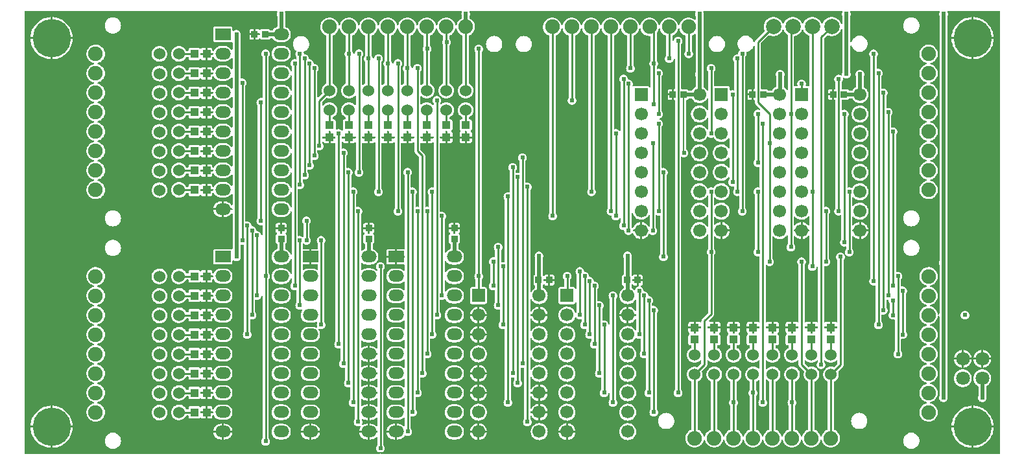
<source format=gbl>
G04 Layer: BottomLayer*
G04 Panelize: , Column: 2, Row: 2, Board Size: 127.89mm x 58.42mm, Panelized Board Size: 257.78mm x 118.84mm*
G04 EasyEDA v6.5.34, 2023-09-05 23:47:00*
G04 23034ade622943b09ef3a65bf2e35728,5a6b42c53f6a479593ecc07194224c93,10*
G04 Gerber Generator version 0.2*
G04 Scale: 100 percent, Rotated: No, Reflected: No *
G04 Dimensions in millimeters *
G04 leading zeros omitted , absolute positions ,4 integer and 5 decimal *
%FSLAX45Y45*%
%MOMM*%

%AMMACRO1*21,1,$1,$2,0,0,$3*%
%ADD10C,0.2000*%
%ADD11C,0.2540*%
%ADD12C,0.5000*%
%ADD13MACRO1,0.8X0.9X0.0000*%
%ADD14MACRO1,0.8X0.9X-90.0000*%
%ADD15MACRO1,1X1.1X-90.0000*%
%ADD16MACRO1,1X1.1X90.0000*%
%ADD17MACRO1,1X1.1X0.0000*%
%ADD18R,1.7000X1.7000*%
%ADD19C,1.7000*%
%ADD20O,1.9999959999999999X1.499997*%
%ADD21R,2.0000X1.5000*%
%ADD22O,1.9999959999999999X1.524*%
%ADD23C,5.0000*%
%ADD24C,1.5240*%
%ADD25C,1.9000*%
%ADD26C,1.8000*%
%ADD27C,2.0000*%
%ADD28C,0.6096*%
%ADD29C,0.0161*%

%LPD*%
G36*
X5207203Y4852365D02*
G01*
X5202682Y4852416D01*
X5198618Y4854346D01*
X5195824Y4857902D01*
X5194808Y4862271D01*
X5194808Y5022291D01*
X5195570Y5026202D01*
X5197805Y5029504D01*
X5199380Y5031079D01*
X5205018Y5039106D01*
X5209133Y5048046D01*
X5211673Y5057495D01*
X5212537Y5067300D01*
X5211673Y5077104D01*
X5209133Y5086553D01*
X5205018Y5095494D01*
X5199380Y5103520D01*
X5192420Y5110480D01*
X5184394Y5116118D01*
X5175453Y5120233D01*
X5166004Y5122773D01*
X5156200Y5123637D01*
X5146395Y5122773D01*
X5136946Y5120233D01*
X5128006Y5116118D01*
X5119979Y5110480D01*
X5113020Y5103520D01*
X5107381Y5095494D01*
X5103266Y5086553D01*
X5100472Y5076240D01*
X5098440Y5072329D01*
X5094935Y5069636D01*
X5090414Y5068671D01*
X5086146Y5069636D01*
X5082641Y5072329D01*
X5080609Y5076240D01*
X5077815Y5086553D01*
X5073700Y5095494D01*
X5068062Y5103520D01*
X5066588Y5104993D01*
X5064353Y5108295D01*
X5063591Y5112207D01*
X5063591Y5488381D01*
X5064404Y5492343D01*
X5066690Y5495696D01*
X5070094Y5497830D01*
X5075478Y5499963D01*
X5088636Y5506974D01*
X5100777Y5515610D01*
X5111750Y5525617D01*
X5121452Y5536946D01*
X5129682Y5549341D01*
X5136286Y5562650D01*
X5141264Y5576671D01*
X5142026Y5580329D01*
X5143601Y5583936D01*
X5146395Y5586679D01*
X5150002Y5588152D01*
X5153914Y5588152D01*
X5157571Y5586679D01*
X5160365Y5583936D01*
X5161889Y5580329D01*
X5162702Y5576671D01*
X5167630Y5562650D01*
X5174284Y5549341D01*
X5182514Y5536946D01*
X5192166Y5525617D01*
X5203190Y5515610D01*
X5215331Y5506974D01*
X5228437Y5499963D01*
X5233771Y5497880D01*
X5237175Y5495696D01*
X5239461Y5492394D01*
X5240274Y5488432D01*
X5240274Y5361076D01*
X5239816Y5358028D01*
X5238445Y5355234D01*
X5234381Y5349494D01*
X5230266Y5340553D01*
X5227726Y5331104D01*
X5226862Y5321300D01*
X5227726Y5311495D01*
X5230266Y5302046D01*
X5234381Y5293106D01*
X5238445Y5287365D01*
X5239816Y5284571D01*
X5240274Y5281523D01*
X5240274Y4878933D01*
X5239512Y4875072D01*
X5237327Y4871821D01*
X5221224Y4862169D01*
X5211267Y4854295D01*
G37*

%LPD*%
G36*
X4694682Y4852365D02*
G01*
X4690618Y4854346D01*
X4687773Y4857902D01*
X4686808Y4862271D01*
X4686808Y5149291D01*
X4687570Y5153202D01*
X4689754Y5156504D01*
X4691380Y5158079D01*
X4697018Y5166106D01*
X4701133Y5175046D01*
X4703673Y5184495D01*
X4704537Y5194300D01*
X4703673Y5204104D01*
X4701133Y5213553D01*
X4697018Y5222494D01*
X4691380Y5230520D01*
X4684420Y5237480D01*
X4676394Y5243118D01*
X4667453Y5247233D01*
X4658004Y5249773D01*
X4648200Y5250637D01*
X4638395Y5249773D01*
X4628946Y5247233D01*
X4620006Y5243118D01*
X4611979Y5237480D01*
X4605020Y5230520D01*
X4599381Y5222494D01*
X4595266Y5213553D01*
X4592472Y5203240D01*
X4590440Y5199329D01*
X4586935Y5196636D01*
X4582414Y5195671D01*
X4578146Y5196636D01*
X4574641Y5199329D01*
X4572609Y5203240D01*
X4569815Y5213553D01*
X4565700Y5222494D01*
X4560062Y5230520D01*
X4558588Y5231993D01*
X4556353Y5235295D01*
X4555591Y5239207D01*
X4555591Y5488381D01*
X4556404Y5492343D01*
X4558690Y5495696D01*
X4562094Y5497830D01*
X4567478Y5499963D01*
X4580636Y5506974D01*
X4592777Y5515610D01*
X4603750Y5525617D01*
X4613452Y5536946D01*
X4621682Y5549341D01*
X4628286Y5562650D01*
X4633264Y5576671D01*
X4634026Y5580329D01*
X4635601Y5583936D01*
X4638395Y5586679D01*
X4642002Y5588152D01*
X4645914Y5588152D01*
X4649571Y5586679D01*
X4652365Y5583936D01*
X4653889Y5580329D01*
X4654702Y5576671D01*
X4659630Y5562650D01*
X4666284Y5549341D01*
X4674514Y5536946D01*
X4684166Y5525617D01*
X4695190Y5515610D01*
X4707331Y5506974D01*
X4720437Y5499963D01*
X4725873Y5497830D01*
X4729276Y5495645D01*
X4731562Y5492343D01*
X4732375Y5488381D01*
X4732375Y5175910D01*
X4731613Y5171998D01*
X4729378Y5168696D01*
X4727702Y5167020D01*
X4722063Y5158994D01*
X4717948Y5150053D01*
X4715408Y5140604D01*
X4714544Y5130800D01*
X4715408Y5120995D01*
X4717948Y5111546D01*
X4722063Y5102606D01*
X4727702Y5094579D01*
X4729378Y5092903D01*
X4731613Y5089601D01*
X4732375Y5085689D01*
X4732375Y4878984D01*
X4731613Y4875123D01*
X4729429Y4871872D01*
X4713224Y4862169D01*
X4703267Y4854295D01*
X4699203Y4852365D01*
G37*

%LPD*%
G36*
X4440682Y4852365D02*
G01*
X4436618Y4854346D01*
X4433773Y4857902D01*
X4432808Y4862271D01*
X4432808Y5212791D01*
X4433570Y5216702D01*
X4435754Y5220004D01*
X4437380Y5221579D01*
X4443018Y5229606D01*
X4447133Y5238546D01*
X4449673Y5247995D01*
X4450537Y5257800D01*
X4449673Y5267604D01*
X4447133Y5277053D01*
X4443018Y5285994D01*
X4437380Y5294020D01*
X4430420Y5300980D01*
X4422394Y5306618D01*
X4413453Y5310733D01*
X4404004Y5313273D01*
X4394200Y5314137D01*
X4384395Y5313273D01*
X4374946Y5310733D01*
X4366006Y5306618D01*
X4357979Y5300980D01*
X4351020Y5294020D01*
X4345381Y5285994D01*
X4341266Y5277053D01*
X4338472Y5266740D01*
X4336440Y5262829D01*
X4332935Y5260136D01*
X4328414Y5259171D01*
X4324146Y5260136D01*
X4320641Y5262829D01*
X4318609Y5266740D01*
X4315815Y5277053D01*
X4311700Y5285994D01*
X4306062Y5294020D01*
X4304588Y5295493D01*
X4302353Y5298795D01*
X4301591Y5302707D01*
X4301591Y5488381D01*
X4302404Y5492343D01*
X4304690Y5495696D01*
X4308094Y5497830D01*
X4313478Y5499963D01*
X4326636Y5506974D01*
X4338777Y5515610D01*
X4349750Y5525617D01*
X4359452Y5536946D01*
X4367682Y5549341D01*
X4374286Y5562650D01*
X4379264Y5576671D01*
X4380026Y5580329D01*
X4381601Y5583936D01*
X4384395Y5586679D01*
X4388002Y5588152D01*
X4391914Y5588152D01*
X4395571Y5586679D01*
X4398365Y5583936D01*
X4399889Y5580329D01*
X4400702Y5576671D01*
X4405630Y5562650D01*
X4412284Y5549341D01*
X4420514Y5536946D01*
X4430166Y5525617D01*
X4441190Y5515610D01*
X4453331Y5506974D01*
X4466437Y5499963D01*
X4471873Y5497830D01*
X4475276Y5495645D01*
X4477562Y5492343D01*
X4478375Y5488381D01*
X4478375Y5239410D01*
X4477613Y5235498D01*
X4475378Y5232196D01*
X4473702Y5230520D01*
X4468063Y5222494D01*
X4463948Y5213553D01*
X4461408Y5204104D01*
X4460544Y5194300D01*
X4461408Y5184495D01*
X4463948Y5175046D01*
X4468063Y5166106D01*
X4473702Y5158079D01*
X4475378Y5156403D01*
X4477613Y5153101D01*
X4478375Y5149189D01*
X4478375Y4878984D01*
X4477613Y4875123D01*
X4475429Y4871872D01*
X4459224Y4862169D01*
X4449267Y4854295D01*
X4445203Y4852365D01*
G37*

%LPD*%
G36*
X4948682Y4852365D02*
G01*
X4944618Y4854346D01*
X4941773Y4857902D01*
X4940808Y4862271D01*
X4940808Y5085791D01*
X4941570Y5089652D01*
X4943754Y5092954D01*
X4945380Y5094528D01*
X4951018Y5102606D01*
X4955133Y5111496D01*
X4957673Y5120995D01*
X4958537Y5130749D01*
X4957673Y5140553D01*
X4955133Y5150053D01*
X4951018Y5158943D01*
X4945380Y5167020D01*
X4938420Y5173929D01*
X4930394Y5179568D01*
X4921453Y5183733D01*
X4912004Y5186273D01*
X4902200Y5187137D01*
X4892395Y5186273D01*
X4882946Y5183733D01*
X4874006Y5179568D01*
X4865979Y5173929D01*
X4859020Y5167020D01*
X4853381Y5158943D01*
X4849266Y5150053D01*
X4846472Y5139690D01*
X4844948Y5136489D01*
X4842408Y5133949D01*
X4839157Y5132476D01*
X4835347Y5132273D01*
X4831486Y5133441D01*
X4828438Y5136083D01*
X4826609Y5139740D01*
X4823815Y5150053D01*
X4819700Y5158994D01*
X4814062Y5167020D01*
X4812588Y5168493D01*
X4810353Y5171795D01*
X4809591Y5175707D01*
X4809591Y5488381D01*
X4810404Y5492343D01*
X4812690Y5495696D01*
X4816094Y5497830D01*
X4821478Y5499963D01*
X4834636Y5506974D01*
X4846777Y5515610D01*
X4857750Y5525617D01*
X4867452Y5536946D01*
X4875682Y5549341D01*
X4882286Y5562650D01*
X4887264Y5576671D01*
X4888026Y5580329D01*
X4889601Y5583936D01*
X4892395Y5586679D01*
X4896002Y5588152D01*
X4899914Y5588152D01*
X4903571Y5586679D01*
X4906365Y5583936D01*
X4907889Y5580329D01*
X4908702Y5576671D01*
X4913630Y5562650D01*
X4920284Y5549341D01*
X4928514Y5536946D01*
X4938166Y5525617D01*
X4949190Y5515610D01*
X4961331Y5506974D01*
X4974437Y5499963D01*
X4979873Y5497830D01*
X4983276Y5495645D01*
X4985562Y5492343D01*
X4986375Y5488381D01*
X4986375Y5112410D01*
X4985613Y5108498D01*
X4983378Y5105196D01*
X4981702Y5103520D01*
X4976063Y5095494D01*
X4971948Y5086553D01*
X4969408Y5077104D01*
X4968544Y5067300D01*
X4969408Y5057495D01*
X4971948Y5048046D01*
X4976063Y5039106D01*
X4981702Y5031079D01*
X4983378Y5029403D01*
X4985613Y5026101D01*
X4986375Y5022189D01*
X4986375Y4878984D01*
X4985613Y4875123D01*
X4983429Y4871872D01*
X4967224Y4862169D01*
X4957267Y4854295D01*
X4953203Y4852365D01*
G37*

%LPD*%
G36*
X10082885Y4834686D02*
G01*
X10078669Y4835093D01*
X10074960Y4837226D01*
X10072471Y4840630D01*
X10071608Y4844796D01*
X10071608Y5479592D01*
X10072166Y5483047D01*
X10073944Y5486095D01*
X10076637Y5488330D01*
X10079888Y5489549D01*
X10088524Y5491124D01*
X10103002Y5495696D01*
X10116870Y5501894D01*
X10129875Y5509768D01*
X10141864Y5519166D01*
X10152583Y5529884D01*
X10161981Y5541873D01*
X10169855Y5554878D01*
X10176103Y5568797D01*
X10178338Y5571947D01*
X10181590Y5574030D01*
X10185349Y5574792D01*
X10189159Y5574030D01*
X10192410Y5571947D01*
X10194645Y5568797D01*
X10200894Y5554878D01*
X10208768Y5541873D01*
X10218166Y5529884D01*
X10228884Y5519166D01*
X10240873Y5509768D01*
X10253878Y5501894D01*
X10267797Y5495645D01*
X10270947Y5493410D01*
X10273030Y5490159D01*
X10273792Y5486400D01*
X10273792Y4844796D01*
X10272877Y4840630D01*
X10270388Y4837226D01*
X10266680Y4835093D01*
X10262463Y4834686D01*
X10257078Y4835296D01*
X10236301Y4835296D01*
X10232694Y4835956D01*
X10229545Y4837887D01*
X10227259Y4840833D01*
X10226192Y4844389D01*
X10226497Y4848098D01*
X10228173Y4854295D01*
X10229037Y4864049D01*
X10228173Y4873853D01*
X10225633Y4883353D01*
X10221468Y4892243D01*
X10215829Y4900320D01*
X10208920Y4907229D01*
X10200843Y4912868D01*
X10191953Y4917033D01*
X10182453Y4919573D01*
X10172700Y4920437D01*
X10162895Y4919573D01*
X10153396Y4917033D01*
X10144506Y4912868D01*
X10136428Y4907229D01*
X10129520Y4900320D01*
X10123881Y4892243D01*
X10119715Y4883353D01*
X10117175Y4873853D01*
X10116312Y4864049D01*
X10117175Y4854295D01*
X10118852Y4848098D01*
X10119156Y4844389D01*
X10118090Y4840833D01*
X10115804Y4837887D01*
X10112654Y4835956D01*
X10109047Y4835296D01*
X10088219Y4835296D01*
G37*

%LPD*%
G36*
X9246362Y4775758D02*
G01*
X9242348Y4776419D01*
X9238945Y4778603D01*
X9236659Y4781905D01*
X9235846Y4785868D01*
X9235846Y4808829D01*
X9235135Y4815128D01*
X9233204Y4820615D01*
X9230156Y4825492D01*
X9226042Y4829606D01*
X9221165Y4832654D01*
X9215678Y4834585D01*
X9209379Y4835296D01*
X9040368Y4835296D01*
X9036456Y4836058D01*
X9033154Y4838293D01*
X9030970Y4841595D01*
X9030208Y4845456D01*
X9030208Y5022291D01*
X9030970Y5026202D01*
X9033154Y5029504D01*
X9034729Y5031079D01*
X9040368Y5039106D01*
X9044533Y5048046D01*
X9047073Y5057495D01*
X9047937Y5067300D01*
X9047073Y5077104D01*
X9044533Y5086553D01*
X9040368Y5095494D01*
X9034729Y5103520D01*
X9027820Y5110480D01*
X9019743Y5116118D01*
X9010853Y5120233D01*
X9001353Y5122773D01*
X8991600Y5123637D01*
X8981795Y5122773D01*
X8972296Y5120233D01*
X8963406Y5116118D01*
X8955328Y5110480D01*
X8948420Y5103520D01*
X8942781Y5095494D01*
X8938615Y5086553D01*
X8936075Y5077104D01*
X8935212Y5067300D01*
X8936075Y5057495D01*
X8938615Y5048046D01*
X8942781Y5039106D01*
X8948420Y5031079D01*
X8949994Y5029504D01*
X8952179Y5026202D01*
X8952992Y5022291D01*
X8952992Y4786680D01*
X8952077Y4782464D01*
X8949486Y4779010D01*
X8945676Y4776927D01*
X8941409Y4776622D01*
X8937345Y4778095D01*
X8934297Y4781143D01*
X8928049Y4790694D01*
X8918854Y4801514D01*
X8908338Y4811064D01*
X8892641Y4822088D01*
X8890762Y4825187D01*
X8890101Y4828794D01*
X8890101Y4965192D01*
X8891016Y4969510D01*
X8892133Y4971846D01*
X8894673Y4981295D01*
X8895537Y4991100D01*
X8894673Y5000904D01*
X8892133Y5010353D01*
X8891016Y5012690D01*
X8890101Y5017008D01*
X8890101Y5752541D01*
X8891016Y5756808D01*
X8892133Y5759246D01*
X8894673Y5768695D01*
X8895537Y5778500D01*
X8894673Y5788304D01*
X8892133Y5797753D01*
X8890355Y5801614D01*
X8889390Y5805576D01*
X8890050Y5809538D01*
X8892235Y5812993D01*
X8895588Y5815279D01*
X8899550Y5816092D01*
X10696498Y5816092D01*
X10700461Y5815279D01*
X10703814Y5812993D01*
X10705998Y5809538D01*
X10706658Y5805576D01*
X10705744Y5801614D01*
X10703915Y5797753D01*
X10701375Y5788304D01*
X10700512Y5778500D01*
X10701375Y5768695D01*
X10703915Y5759246D01*
X10705033Y5756910D01*
X10705947Y5752592D01*
X10705947Y5654548D01*
X10705134Y5650534D01*
X10702798Y5647182D01*
X10699343Y5644997D01*
X10695279Y5644388D01*
X10691317Y5645404D01*
X10688066Y5647944D01*
X10686084Y5651500D01*
X10684103Y5658002D01*
X10677855Y5671870D01*
X10669981Y5684875D01*
X10660583Y5696864D01*
X10649864Y5707634D01*
X10637875Y5716981D01*
X10624870Y5724855D01*
X10611002Y5731103D01*
X10596524Y5735624D01*
X10581538Y5738368D01*
X10566349Y5739282D01*
X10551210Y5738368D01*
X10536224Y5735624D01*
X10521746Y5731103D01*
X10507878Y5724855D01*
X10494873Y5716981D01*
X10482884Y5707634D01*
X10472166Y5696864D01*
X10462768Y5684875D01*
X10454894Y5671870D01*
X10448645Y5657951D01*
X10446410Y5654802D01*
X10443159Y5652719D01*
X10439349Y5651957D01*
X10435590Y5652719D01*
X10432338Y5654802D01*
X10430103Y5657951D01*
X10423855Y5671870D01*
X10415981Y5684875D01*
X10406583Y5696864D01*
X10395864Y5707634D01*
X10383875Y5716981D01*
X10370870Y5724855D01*
X10357002Y5731103D01*
X10342524Y5735624D01*
X10327538Y5738368D01*
X10312349Y5739282D01*
X10297210Y5738368D01*
X10282224Y5735624D01*
X10267746Y5731103D01*
X10253878Y5724855D01*
X10240873Y5716981D01*
X10228884Y5707634D01*
X10218166Y5696864D01*
X10208768Y5684875D01*
X10200894Y5671870D01*
X10194645Y5657951D01*
X10192410Y5654802D01*
X10189159Y5652719D01*
X10185349Y5651957D01*
X10181590Y5652719D01*
X10178338Y5654802D01*
X10176103Y5657951D01*
X10169855Y5671870D01*
X10161981Y5684875D01*
X10152583Y5696864D01*
X10141864Y5707634D01*
X10129875Y5716981D01*
X10116870Y5724855D01*
X10103002Y5731103D01*
X10088524Y5735624D01*
X10073538Y5738368D01*
X10058349Y5739282D01*
X10043210Y5738368D01*
X10028224Y5735624D01*
X10013746Y5731103D01*
X9999878Y5724855D01*
X9986873Y5716981D01*
X9974884Y5707634D01*
X9964166Y5696864D01*
X9954768Y5684875D01*
X9946894Y5671870D01*
X9940645Y5657951D01*
X9938410Y5654802D01*
X9935159Y5652719D01*
X9931349Y5651957D01*
X9927590Y5652719D01*
X9924338Y5654802D01*
X9922103Y5657951D01*
X9915855Y5671870D01*
X9907981Y5684875D01*
X9898583Y5696864D01*
X9887864Y5707634D01*
X9875875Y5716981D01*
X9862870Y5724855D01*
X9849002Y5731103D01*
X9834524Y5735624D01*
X9819538Y5738368D01*
X9804349Y5739282D01*
X9789210Y5738368D01*
X9774224Y5735624D01*
X9759746Y5731103D01*
X9745878Y5724855D01*
X9732873Y5716981D01*
X9720884Y5707634D01*
X9710166Y5696864D01*
X9700768Y5684875D01*
X9692894Y5671870D01*
X9686645Y5658002D01*
X9682124Y5643524D01*
X9679381Y5628538D01*
X9678466Y5613400D01*
X9679381Y5598210D01*
X9682124Y5583275D01*
X9686645Y5568746D01*
X9689490Y5562396D01*
X9690404Y5558434D01*
X9689693Y5554472D01*
X9687407Y5551068D01*
X9574225Y5437835D01*
X9569094Y5431637D01*
X9565538Y5424982D01*
X9563150Y5417007D01*
X9561068Y5413298D01*
X9557715Y5410708D01*
X9553600Y5409793D01*
X9549434Y5410606D01*
X9545980Y5413044D01*
X9543796Y5416651D01*
X9539630Y5428894D01*
X9533534Y5441340D01*
X9525812Y5452821D01*
X9516668Y5463235D01*
X9506254Y5472379D01*
X9494774Y5480100D01*
X9482328Y5486196D01*
X9469221Y5490667D01*
X9455658Y5493359D01*
X9441840Y5494274D01*
X9427972Y5493359D01*
X9414408Y5490667D01*
X9401302Y5486196D01*
X9388856Y5480100D01*
X9377375Y5472379D01*
X9366961Y5463235D01*
X9357817Y5452821D01*
X9350095Y5441340D01*
X9343999Y5428894D01*
X9339529Y5415788D01*
X9336836Y5402224D01*
X9335922Y5388356D01*
X9336836Y5374538D01*
X9339529Y5360974D01*
X9343999Y5347868D01*
X9350095Y5335422D01*
X9357817Y5323941D01*
X9364319Y5316524D01*
X9366402Y5312816D01*
X9366758Y5308600D01*
X9365386Y5304586D01*
X9354820Y5294020D01*
X9349181Y5285994D01*
X9345015Y5277053D01*
X9342475Y5267604D01*
X9341815Y5259730D01*
X9340900Y5256326D01*
X9338868Y5253431D01*
X9335973Y5251399D01*
X9332569Y5250484D01*
X9324695Y5249773D01*
X9315196Y5247233D01*
X9306306Y5243118D01*
X9298228Y5237480D01*
X9291320Y5230520D01*
X9285681Y5222494D01*
X9281515Y5213553D01*
X9278975Y5204104D01*
X9278112Y5194300D01*
X9278975Y5184495D01*
X9281515Y5175046D01*
X9285681Y5166106D01*
X9291320Y5158079D01*
X9292894Y5156504D01*
X9295079Y5153202D01*
X9295892Y5149291D01*
X9295892Y4789068D01*
X9295180Y4785461D01*
X9293250Y4782312D01*
X9290304Y4780026D01*
X9286748Y4779010D01*
X9283090Y4779264D01*
X9280804Y4779873D01*
X9271000Y4780737D01*
X9261195Y4779873D01*
X9251746Y4777333D01*
X9250273Y4776673D01*
G37*

%LPC*%
G36*
X9066885Y5278932D02*
G01*
X9080703Y5279847D01*
X9094266Y5282539D01*
X9107424Y5287010D01*
X9119819Y5293106D01*
X9131350Y5300827D01*
X9141764Y5309971D01*
X9150908Y5320385D01*
X9158579Y5331866D01*
X9164726Y5344312D01*
X9169146Y5357418D01*
X9171889Y5370982D01*
X9172752Y5384800D01*
X9171889Y5398668D01*
X9169146Y5412232D01*
X9164726Y5425338D01*
X9158579Y5437784D01*
X9150908Y5449265D01*
X9141764Y5459679D01*
X9131350Y5468823D01*
X9119819Y5476544D01*
X9107424Y5482640D01*
X9094266Y5487111D01*
X9080703Y5489803D01*
X9066885Y5490718D01*
X9053068Y5489803D01*
X9039504Y5487111D01*
X9026347Y5482640D01*
X9013952Y5476544D01*
X9002420Y5468823D01*
X8992006Y5459679D01*
X8982862Y5449265D01*
X8975191Y5437784D01*
X8969044Y5425338D01*
X8964625Y5412232D01*
X8961882Y5398668D01*
X8961018Y5384800D01*
X8961882Y5370982D01*
X8964625Y5357418D01*
X8969044Y5344312D01*
X8975191Y5331866D01*
X8982862Y5320385D01*
X8992006Y5309971D01*
X9002420Y5300827D01*
X9013952Y5293106D01*
X9026347Y5287010D01*
X9039504Y5282539D01*
X9053068Y5279847D01*
G37*

%LPD*%
G36*
X8701989Y4775301D02*
G01*
X8698636Y4775860D01*
X8695639Y4777536D01*
X8693404Y4780076D01*
X8689949Y4785512D01*
X8685885Y4789576D01*
X8680958Y4792675D01*
X8675522Y4794605D01*
X8669172Y4795316D01*
X8608568Y4795316D01*
X8604656Y4796078D01*
X8601354Y4798263D01*
X8599170Y4801565D01*
X8598408Y4805476D01*
X8598408Y5377891D01*
X8599170Y5381802D01*
X8601354Y5385104D01*
X8602929Y5386679D01*
X8608568Y5394706D01*
X8612733Y5403646D01*
X8615273Y5413095D01*
X8616137Y5422900D01*
X8615273Y5432704D01*
X8612733Y5442153D01*
X8608568Y5451094D01*
X8602929Y5459120D01*
X8596020Y5466080D01*
X8587943Y5471718D01*
X8579053Y5475833D01*
X8569553Y5478373D01*
X8559800Y5479237D01*
X8549995Y5478373D01*
X8540496Y5475833D01*
X8531606Y5471718D01*
X8523528Y5466080D01*
X8516620Y5459120D01*
X8510981Y5451094D01*
X8506815Y5442153D01*
X8504072Y5431840D01*
X8502192Y5428132D01*
X8498992Y5425490D01*
X8494979Y5424322D01*
X8490864Y5424881D01*
X8487308Y5427014D01*
X8484920Y5430418D01*
X8484108Y5434482D01*
X8484108Y5490057D01*
X8484870Y5494020D01*
X8487156Y5497322D01*
X8504936Y5507024D01*
X8517077Y5515610D01*
X8528050Y5525668D01*
X8537752Y5536946D01*
X8545982Y5549392D01*
X8552586Y5562701D01*
X8557564Y5576722D01*
X8558377Y5580380D01*
X8559901Y5583986D01*
X8562695Y5586730D01*
X8566302Y5588203D01*
X8570214Y5588203D01*
X8573871Y5586730D01*
X8576665Y5583986D01*
X8578189Y5580380D01*
X8579002Y5576722D01*
X8583930Y5562701D01*
X8590584Y5549392D01*
X8598814Y5536946D01*
X8608517Y5525668D01*
X8619490Y5515610D01*
X8631631Y5507024D01*
X8644737Y5499963D01*
X8654389Y5496255D01*
X8657793Y5494070D01*
X8660079Y5490768D01*
X8660892Y5486806D01*
X8660892Y5302808D01*
X8660079Y5298897D01*
X8657894Y5295595D01*
X8656320Y5294020D01*
X8650681Y5285994D01*
X8646515Y5277053D01*
X8643975Y5267604D01*
X8643112Y5257800D01*
X8643975Y5247995D01*
X8646515Y5238546D01*
X8650681Y5229606D01*
X8656320Y5221579D01*
X8663228Y5214620D01*
X8671306Y5208981D01*
X8680196Y5204866D01*
X8689695Y5202326D01*
X8699500Y5201462D01*
X8709253Y5202326D01*
X8718753Y5204866D01*
X8727643Y5208981D01*
X8735720Y5214620D01*
X8742629Y5221579D01*
X8748268Y5229606D01*
X8752433Y5238546D01*
X8754973Y5247995D01*
X8755837Y5257800D01*
X8754973Y5267604D01*
X8752433Y5277053D01*
X8748268Y5285994D01*
X8742629Y5294020D01*
X8741054Y5295595D01*
X8738870Y5298897D01*
X8738108Y5302808D01*
X8738108Y5490057D01*
X8738870Y5494020D01*
X8741156Y5497322D01*
X8758936Y5507024D01*
X8771280Y5515813D01*
X8774582Y5517845D01*
X8778443Y5518454D01*
X8782202Y5517591D01*
X8785402Y5515356D01*
X8787536Y5512104D01*
X8788247Y5508294D01*
X8788247Y5017008D01*
X8787333Y5012690D01*
X8786215Y5010353D01*
X8783675Y5000904D01*
X8782812Y4991100D01*
X8783675Y4981295D01*
X8786215Y4971846D01*
X8787333Y4969510D01*
X8788247Y4965192D01*
X8788247Y4828641D01*
X8787688Y4825238D01*
X8785961Y4822240D01*
X8783370Y4819954D01*
X8775750Y4815332D01*
X8764625Y4806492D01*
X8754770Y4796282D01*
X8746236Y4784902D01*
X8743797Y4780483D01*
X8741511Y4777740D01*
X8738412Y4775911D01*
X8734907Y4775301D01*
G37*

%LPD*%
G36*
X9743389Y4775301D02*
G01*
X9740036Y4775860D01*
X9737090Y4777536D01*
X9734804Y4780076D01*
X9731349Y4785512D01*
X9727285Y4789576D01*
X9722358Y4792675D01*
X9716922Y4794605D01*
X9710623Y4795316D01*
X9649968Y4795316D01*
X9646056Y4796078D01*
X9642754Y4798263D01*
X9640570Y4801565D01*
X9639808Y4805476D01*
X9639808Y5389981D01*
X9640570Y5393893D01*
X9642754Y5397195D01*
X9742017Y5496458D01*
X9745421Y5498693D01*
X9749434Y5499404D01*
X9753396Y5498541D01*
X9759746Y5495696D01*
X9774224Y5491124D01*
X9789210Y5488432D01*
X9804349Y5487466D01*
X9819538Y5488432D01*
X9834524Y5491124D01*
X9849002Y5495696D01*
X9862870Y5501894D01*
X9875875Y5509768D01*
X9887864Y5519166D01*
X9898583Y5529884D01*
X9907981Y5541873D01*
X9915855Y5554878D01*
X9922103Y5568797D01*
X9924338Y5571947D01*
X9927590Y5574030D01*
X9931349Y5574792D01*
X9935159Y5574030D01*
X9938410Y5571947D01*
X9940645Y5568797D01*
X9946894Y5554878D01*
X9954768Y5541873D01*
X9964166Y5529884D01*
X9974884Y5519166D01*
X9986873Y5509768D01*
X9989464Y5508193D01*
X9992055Y5505907D01*
X9993782Y5502910D01*
X9994392Y5499506D01*
X9994392Y4796434D01*
X9993528Y4792421D01*
X9991191Y4789068D01*
X9987686Y4786884D01*
X9983622Y4786274D01*
X9979660Y4787341D01*
X9976459Y4789881D01*
X9966604Y4801565D01*
X9956088Y4811064D01*
X9948519Y4816348D01*
X9946182Y4818634D01*
X9944709Y4821478D01*
X9944201Y4824679D01*
X9944201Y4965192D01*
X9945116Y4969510D01*
X9946233Y4971846D01*
X9948773Y4981295D01*
X9949637Y4991100D01*
X9948773Y5000904D01*
X9946233Y5010353D01*
X9942068Y5019294D01*
X9936429Y5027320D01*
X9929520Y5034280D01*
X9921443Y5039918D01*
X9912553Y5044033D01*
X9903053Y5046573D01*
X9893300Y5047437D01*
X9883495Y5046573D01*
X9873996Y5044033D01*
X9865106Y5039918D01*
X9857028Y5034280D01*
X9850120Y5027320D01*
X9844481Y5019294D01*
X9840315Y5010353D01*
X9837775Y5000904D01*
X9836912Y4991100D01*
X9837775Y4981295D01*
X9840315Y4971846D01*
X9841433Y4969510D01*
X9842347Y4965192D01*
X9842347Y4832299D01*
X9841636Y4828489D01*
X9839502Y4825238D01*
X9835642Y4822698D01*
X9823500Y4815332D01*
X9812375Y4806492D01*
X9802520Y4796282D01*
X9794036Y4784902D01*
X9791547Y4780483D01*
X9789261Y4777740D01*
X9786162Y4775911D01*
X9782657Y4775301D01*
G37*

%LPD*%
G36*
X4173575Y4253738D02*
G01*
X4169765Y4254550D01*
X4166565Y4256735D01*
X4163720Y4259580D01*
X4155694Y4265218D01*
X4146753Y4269333D01*
X4137304Y4271873D01*
X4127500Y4272737D01*
X4117695Y4271873D01*
X4108246Y4269333D01*
X4104335Y4267555D01*
X4100423Y4266590D01*
X4096410Y4267250D01*
X4093006Y4269435D01*
X4090720Y4272788D01*
X4089908Y4276750D01*
X4089908Y4373981D01*
X4089196Y4380331D01*
X4087266Y4385767D01*
X4084218Y4390694D01*
X4080103Y4394758D01*
X4075226Y4397857D01*
X4069740Y4399737D01*
X4063441Y4400448D01*
X4057751Y4400448D01*
X4053890Y4401261D01*
X4050588Y4403445D01*
X4048353Y4406747D01*
X4047591Y4410608D01*
X4047591Y4420311D01*
X4048251Y4423968D01*
X4050233Y4427169D01*
X4053179Y4429404D01*
X4061002Y4433366D01*
X4072229Y4441088D01*
X4082389Y4450232D01*
X4091178Y4460646D01*
X4098493Y4472127D01*
X4104233Y4484522D01*
X4108297Y4497527D01*
X4110583Y4510989D01*
X4110990Y4524603D01*
X4109669Y4538167D01*
X4106468Y4551426D01*
X4101592Y4564176D01*
X4095038Y4576114D01*
X4086961Y4587087D01*
X4077462Y4596892D01*
X4066743Y4605375D01*
X4055008Y4612335D01*
X4042460Y4617618D01*
X4029303Y4621225D01*
X4015790Y4623054D01*
X4002176Y4623054D01*
X3988663Y4621225D01*
X3975506Y4617618D01*
X3962958Y4612335D01*
X3951224Y4605375D01*
X3940505Y4596892D01*
X3931005Y4587087D01*
X3927297Y4583531D01*
X3923284Y4582210D01*
X3919118Y4582668D01*
X3915460Y4584801D01*
X3912971Y4588205D01*
X3912108Y4592320D01*
X3912108Y4622393D01*
X3912870Y4626305D01*
X3915105Y4629607D01*
X3964889Y4679442D01*
X3968038Y4681524D01*
X3971696Y4682388D01*
X3975404Y4681829D01*
X3982008Y4679543D01*
X3995369Y4676851D01*
X4008983Y4675936D01*
X4022598Y4676851D01*
X4035958Y4679543D01*
X4048861Y4684014D01*
X4061002Y4690160D01*
X4072229Y4697882D01*
X4082389Y4707026D01*
X4091178Y4717440D01*
X4098493Y4728921D01*
X4104233Y4741316D01*
X4108297Y4754321D01*
X4110532Y4767783D01*
X4110990Y4781397D01*
X4109669Y4794961D01*
X4106468Y4808270D01*
X4101592Y4820970D01*
X4095038Y4832959D01*
X4086961Y4843932D01*
X4077462Y4853736D01*
X4066743Y4862169D01*
X4050537Y4871872D01*
X4048353Y4875123D01*
X4047591Y4878984D01*
X4047591Y5488381D01*
X4048404Y5492343D01*
X4050690Y5495696D01*
X4054094Y5497830D01*
X4059478Y5499963D01*
X4072636Y5506974D01*
X4084777Y5515610D01*
X4095750Y5525617D01*
X4105452Y5536946D01*
X4113682Y5549341D01*
X4120286Y5562650D01*
X4125264Y5576671D01*
X4126026Y5580329D01*
X4127601Y5583936D01*
X4130395Y5586679D01*
X4134002Y5588152D01*
X4137914Y5588152D01*
X4141571Y5586679D01*
X4144365Y5583936D01*
X4145889Y5580329D01*
X4146702Y5576671D01*
X4151629Y5562650D01*
X4158284Y5549341D01*
X4166514Y5536946D01*
X4176166Y5525617D01*
X4187190Y5515610D01*
X4199331Y5506974D01*
X4212437Y5499963D01*
X4217873Y5497830D01*
X4221276Y5495645D01*
X4223562Y5492343D01*
X4224375Y5488381D01*
X4224375Y5302910D01*
X4223613Y5298998D01*
X4221378Y5295696D01*
X4219702Y5294020D01*
X4214063Y5285994D01*
X4209948Y5277053D01*
X4207408Y5267604D01*
X4206544Y5257800D01*
X4207408Y5247995D01*
X4209948Y5238546D01*
X4214063Y5229606D01*
X4219702Y5221579D01*
X4221378Y5219903D01*
X4223613Y5216601D01*
X4224375Y5212689D01*
X4224375Y4878984D01*
X4223613Y4875123D01*
X4221429Y4871872D01*
X4205224Y4862169D01*
X4194505Y4853736D01*
X4185005Y4843932D01*
X4176928Y4832959D01*
X4170375Y4820970D01*
X4165498Y4808270D01*
X4162298Y4794961D01*
X4160977Y4781397D01*
X4161434Y4767783D01*
X4163669Y4754321D01*
X4167733Y4741316D01*
X4173474Y4728921D01*
X4180789Y4717440D01*
X4189577Y4707026D01*
X4199737Y4697882D01*
X4210964Y4690160D01*
X4223105Y4684014D01*
X4236008Y4679543D01*
X4249369Y4676851D01*
X4262983Y4675936D01*
X4276598Y4676851D01*
X4289958Y4679543D01*
X4302861Y4684014D01*
X4315002Y4690160D01*
X4326229Y4697882D01*
X4336389Y4707026D01*
X4337659Y4708550D01*
X4340910Y4711090D01*
X4344873Y4712157D01*
X4348937Y4711547D01*
X4352391Y4709414D01*
X4354728Y4706010D01*
X4355592Y4701997D01*
X4355592Y4597095D01*
X4354779Y4593183D01*
X4352544Y4589881D01*
X4349242Y4587697D01*
X4345330Y4586935D01*
X4341418Y4587748D01*
X4338116Y4590034D01*
X4331462Y4596892D01*
X4320743Y4605375D01*
X4309008Y4612335D01*
X4296460Y4617618D01*
X4283303Y4621225D01*
X4269790Y4623054D01*
X4256176Y4623054D01*
X4242663Y4621225D01*
X4229506Y4617618D01*
X4216958Y4612335D01*
X4205224Y4605375D01*
X4194505Y4596892D01*
X4185005Y4587087D01*
X4176928Y4576114D01*
X4170375Y4564176D01*
X4165498Y4551426D01*
X4162298Y4538167D01*
X4160977Y4524603D01*
X4161434Y4510989D01*
X4163669Y4497527D01*
X4167733Y4484522D01*
X4173474Y4472127D01*
X4180789Y4460646D01*
X4189628Y4450232D01*
X4199737Y4441088D01*
X4210964Y4433366D01*
X4218787Y4429404D01*
X4221734Y4427169D01*
X4223715Y4423968D01*
X4224375Y4420311D01*
X4224375Y4410608D01*
X4223613Y4406747D01*
X4221378Y4403445D01*
X4218127Y4401261D01*
X4214215Y4400448D01*
X4208576Y4400448D01*
X4202226Y4399737D01*
X4196791Y4397857D01*
X4191863Y4394758D01*
X4187799Y4390694D01*
X4184700Y4385767D01*
X4182770Y4380331D01*
X4182059Y4373981D01*
X4182059Y4275124D01*
X4182770Y4268825D01*
X4183887Y4263440D01*
X4182973Y4259630D01*
X4180687Y4256481D01*
X4177385Y4254449D01*
G37*

%LPD*%
G36*
X7798612Y4246422D02*
G01*
X7794599Y4247794D01*
X7791500Y4250690D01*
X7790129Y4252620D01*
X7783220Y4259580D01*
X7775143Y4265218D01*
X7766253Y4269333D01*
X7756753Y4271873D01*
X7747000Y4272737D01*
X7737195Y4271873D01*
X7734909Y4271264D01*
X7731201Y4271010D01*
X7727645Y4272026D01*
X7724698Y4274312D01*
X7722768Y4277461D01*
X7722108Y4281068D01*
X7722108Y5490057D01*
X7722920Y5494020D01*
X7725206Y5497322D01*
X7742936Y5507024D01*
X7755077Y5515610D01*
X7766050Y5525668D01*
X7775752Y5536946D01*
X7783982Y5549392D01*
X7790586Y5562701D01*
X7795564Y5576722D01*
X7796377Y5580380D01*
X7797901Y5583986D01*
X7800695Y5586730D01*
X7804302Y5588203D01*
X7808214Y5588203D01*
X7811871Y5586730D01*
X7814665Y5583986D01*
X7816189Y5580380D01*
X7817002Y5576722D01*
X7821930Y5562701D01*
X7828584Y5549392D01*
X7836814Y5536946D01*
X7846517Y5525668D01*
X7857490Y5515610D01*
X7869631Y5507024D01*
X7882737Y5499963D01*
X7892389Y5496255D01*
X7895793Y5494070D01*
X7898079Y5490718D01*
X7898892Y5486755D01*
X7898892Y5112308D01*
X7898130Y5108397D01*
X7895894Y5105095D01*
X7894320Y5103520D01*
X7888681Y5095494D01*
X7884566Y5086553D01*
X7882026Y5077104D01*
X7881162Y5067300D01*
X7882026Y5057495D01*
X7884566Y5048046D01*
X7888681Y5039106D01*
X7894320Y5031079D01*
X7901279Y5024120D01*
X7909306Y5018481D01*
X7918246Y5014366D01*
X7927695Y5011826D01*
X7937500Y5010962D01*
X7947304Y5011826D01*
X7956753Y5014366D01*
X7965694Y5018481D01*
X7973720Y5024120D01*
X7980680Y5031079D01*
X7986318Y5039106D01*
X7990433Y5048046D01*
X7992973Y5057495D01*
X7993837Y5067300D01*
X7992973Y5077104D01*
X7990433Y5086553D01*
X7986318Y5095494D01*
X7980680Y5103520D01*
X7979105Y5105095D01*
X7976870Y5108397D01*
X7976108Y5112308D01*
X7976108Y5490057D01*
X7976920Y5494020D01*
X7979206Y5497322D01*
X7996936Y5507024D01*
X8009077Y5515610D01*
X8020050Y5525668D01*
X8029752Y5536946D01*
X8037982Y5549392D01*
X8044586Y5562701D01*
X8049564Y5576722D01*
X8050377Y5580380D01*
X8051901Y5583986D01*
X8054695Y5586730D01*
X8058302Y5588203D01*
X8062214Y5588203D01*
X8065871Y5586730D01*
X8068665Y5583986D01*
X8070189Y5580380D01*
X8071002Y5576722D01*
X8075930Y5562701D01*
X8082584Y5549392D01*
X8090814Y5536946D01*
X8100517Y5525668D01*
X8111490Y5515610D01*
X8123631Y5507024D01*
X8136737Y5499963D01*
X8150656Y5494629D01*
X8165084Y5490972D01*
X8179816Y5489143D01*
X8193531Y5489143D01*
X8197392Y5488381D01*
X8200694Y5486196D01*
X8202879Y5482894D01*
X8203692Y5478983D01*
X8203692Y5175808D01*
X8202879Y5171897D01*
X8200694Y5168595D01*
X8199120Y5167020D01*
X8193481Y5158994D01*
X8189315Y5150053D01*
X8186775Y5140604D01*
X8185912Y5130800D01*
X8186775Y5120995D01*
X8189315Y5111546D01*
X8193481Y5102606D01*
X8199120Y5094579D01*
X8200694Y5093004D01*
X8202879Y5089702D01*
X8203692Y5085791D01*
X8203692Y4826863D01*
X8202726Y4822647D01*
X8200136Y4819192D01*
X8196325Y4817110D01*
X8192008Y4816856D01*
X8187944Y4818380D01*
X8184896Y4821478D01*
X8182356Y4825492D01*
X8178292Y4829606D01*
X8173364Y4832654D01*
X8167928Y4834585D01*
X8161578Y4835296D01*
X7992770Y4835296D01*
X7986420Y4834585D01*
X7980984Y4832654D01*
X7979613Y4831842D01*
X7975600Y4830368D01*
X7971281Y4830724D01*
X7967522Y4832807D01*
X7964931Y4836312D01*
X7964068Y4840528D01*
X7967573Y4854295D01*
X7968437Y4864049D01*
X7967573Y4873853D01*
X7965033Y4883353D01*
X7960918Y4892243D01*
X7955280Y4900320D01*
X7948320Y4907229D01*
X7940294Y4912868D01*
X7931353Y4917033D01*
X7921904Y4919573D01*
X7913979Y4920234D01*
X7910575Y4921148D01*
X7907680Y4923180D01*
X7905648Y4926076D01*
X7904734Y4929479D01*
X7904073Y4937404D01*
X7901533Y4946853D01*
X7897368Y4955794D01*
X7891729Y4963820D01*
X7884820Y4970780D01*
X7876743Y4976418D01*
X7867853Y4980533D01*
X7858353Y4983073D01*
X7848600Y4983937D01*
X7838795Y4983073D01*
X7829296Y4980533D01*
X7820406Y4976418D01*
X7812328Y4970780D01*
X7805420Y4963820D01*
X7799781Y4955794D01*
X7795615Y4946853D01*
X7793075Y4937404D01*
X7792212Y4927600D01*
X7793075Y4917795D01*
X7795615Y4908346D01*
X7799781Y4899406D01*
X7805420Y4891379D01*
X7806994Y4889804D01*
X7809179Y4886502D01*
X7809992Y4882591D01*
X7809992Y4256532D01*
X7809077Y4252366D01*
X7806537Y4248962D01*
X7802880Y4246829D01*
G37*

%LPD*%
G36*
X5267401Y3254959D02*
G01*
X5263845Y3256026D01*
X5260898Y3258312D01*
X5258968Y3261461D01*
X5258308Y3265068D01*
X5258308Y3923792D01*
X5257495Y3931818D01*
X5255310Y3939032D01*
X5251754Y3945737D01*
X5246624Y3951935D01*
X5197805Y4000804D01*
X5195570Y4004106D01*
X5194808Y4008018D01*
X5194808Y4084167D01*
X5195722Y4088384D01*
X5198262Y4091838D01*
X5202021Y4093921D01*
X5206339Y4094276D01*
X5210352Y4092803D01*
X5212791Y4091279D01*
X5218226Y4089349D01*
X5224576Y4088637D01*
X5266283Y4088637D01*
X5266283Y4151884D01*
X5204968Y4151884D01*
X5201056Y4152646D01*
X5197805Y4154830D01*
X5195570Y4158132D01*
X5194808Y4162044D01*
X5194808Y4167124D01*
X5195570Y4170984D01*
X5197805Y4174286D01*
X5201056Y4176471D01*
X5204968Y4177284D01*
X5266283Y4177284D01*
X5266283Y4238498D01*
X5267045Y4242358D01*
X5269280Y4245660D01*
X5272582Y4247896D01*
X5276443Y4248658D01*
X5281523Y4248658D01*
X5285435Y4247896D01*
X5288737Y4245660D01*
X5290921Y4242358D01*
X5291683Y4238498D01*
X5291683Y4177284D01*
X5361432Y4177284D01*
X5365343Y4176471D01*
X5368594Y4174286D01*
X5370830Y4170984D01*
X5371592Y4167124D01*
X5371592Y4162044D01*
X5370830Y4158132D01*
X5368594Y4154830D01*
X5365343Y4152646D01*
X5361432Y4151884D01*
X5291683Y4151884D01*
X5291683Y4088637D01*
X5333441Y4088637D01*
X5339740Y4089349D01*
X5345226Y4091279D01*
X5350103Y4094378D01*
X5354269Y4098493D01*
X5357520Y4100728D01*
X5361432Y4101490D01*
X5365343Y4100728D01*
X5368594Y4098493D01*
X5370830Y4095191D01*
X5371592Y4091330D01*
X5371592Y3519068D01*
X5370931Y3515461D01*
X5369001Y3512312D01*
X5366054Y3510026D01*
X5362498Y3508959D01*
X5358790Y3509264D01*
X5356504Y3509873D01*
X5346700Y3510737D01*
X5336895Y3509873D01*
X5327446Y3507333D01*
X5318506Y3503218D01*
X5310479Y3497579D01*
X5303520Y3490620D01*
X5297881Y3482594D01*
X5293766Y3473653D01*
X5291226Y3464204D01*
X5290362Y3454400D01*
X5291226Y3444595D01*
X5293766Y3435146D01*
X5297881Y3426206D01*
X5303520Y3418179D01*
X5305094Y3416604D01*
X5307330Y3413302D01*
X5308092Y3409442D01*
X5308092Y3265068D01*
X5307380Y3261461D01*
X5305450Y3258312D01*
X5302554Y3256026D01*
X5298998Y3255010D01*
X5295290Y3255264D01*
X5293004Y3255873D01*
X5283200Y3256737D01*
X5273395Y3255873D01*
X5271109Y3255264D01*
G37*

%LPD*%
G36*
X10551160Y1596085D02*
G01*
X10547248Y1596898D01*
X10543946Y1599082D01*
X10541762Y1602384D01*
X10541000Y1606245D01*
X10541000Y1667459D01*
X10475468Y1667459D01*
X10471556Y1668272D01*
X10468254Y1670456D01*
X10466070Y1673758D01*
X10465308Y1677619D01*
X10465308Y1682699D01*
X10466070Y1686610D01*
X10468254Y1689912D01*
X10471556Y1692097D01*
X10475468Y1692859D01*
X10541000Y1692859D01*
X10541000Y1756105D01*
X10499242Y1756105D01*
X10492943Y1755393D01*
X10487456Y1753463D01*
X10479278Y1748231D01*
X10475417Y1747469D01*
X10471505Y1748231D01*
X10468254Y1750466D01*
X10466070Y1753717D01*
X10465308Y1757629D01*
X10465308Y2475331D01*
X10465968Y2478938D01*
X10467898Y2482088D01*
X10470845Y2484374D01*
X10474401Y2485440D01*
X10478058Y2485136D01*
X10480395Y2484526D01*
X10490200Y2483662D01*
X10499953Y2484526D01*
X10509453Y2487066D01*
X10518343Y2491181D01*
X10526420Y2496820D01*
X10533329Y2503779D01*
X10538968Y2511806D01*
X10543133Y2520746D01*
X10545673Y2530195D01*
X10546537Y2540000D01*
X10545673Y2549804D01*
X10543133Y2559253D01*
X10538968Y2568194D01*
X10533329Y2576220D01*
X10531754Y2577795D01*
X10529570Y2581097D01*
X10528808Y2585008D01*
X10528808Y3155391D01*
X10529570Y3159302D01*
X10531754Y3162604D01*
X10533329Y3164179D01*
X10538968Y3172206D01*
X10543133Y3181146D01*
X10545673Y3190595D01*
X10546537Y3200400D01*
X10545673Y3210204D01*
X10543133Y3219653D01*
X10538968Y3228594D01*
X10533329Y3236620D01*
X10526420Y3243580D01*
X10518343Y3249218D01*
X10509453Y3253333D01*
X10499953Y3255873D01*
X10490200Y3256737D01*
X10480395Y3255873D01*
X10478058Y3255264D01*
X10474401Y3254959D01*
X10470845Y3256026D01*
X10467898Y3258312D01*
X10465968Y3261461D01*
X10465308Y3265068D01*
X10465308Y5453481D01*
X10466070Y5457393D01*
X10468254Y5460695D01*
X10504017Y5496458D01*
X10507421Y5498693D01*
X10511434Y5499404D01*
X10515396Y5498541D01*
X10521746Y5495696D01*
X10536224Y5491124D01*
X10551210Y5488432D01*
X10566349Y5487466D01*
X10581538Y5488432D01*
X10596524Y5491124D01*
X10611002Y5495696D01*
X10624870Y5501894D01*
X10637875Y5509768D01*
X10649864Y5519166D01*
X10660583Y5529884D01*
X10669981Y5541873D01*
X10677855Y5554878D01*
X10684103Y5568746D01*
X10686084Y5575249D01*
X10688066Y5578805D01*
X10691317Y5581345D01*
X10695279Y5582361D01*
X10699343Y5581751D01*
X10702798Y5579567D01*
X10705134Y5576214D01*
X10705947Y5572201D01*
X10705947Y5016957D01*
X10705033Y5012690D01*
X10703915Y5010353D01*
X10701375Y5000853D01*
X10700512Y4991049D01*
X10701121Y4984394D01*
X10700715Y4980635D01*
X10698937Y4977231D01*
X10696092Y4974742D01*
X10692434Y4973472D01*
X10688624Y4973624D01*
X10685170Y4975199D01*
X10683443Y4976418D01*
X10674553Y4980533D01*
X10665053Y4983073D01*
X10655300Y4983937D01*
X10645495Y4983073D01*
X10635996Y4980533D01*
X10627106Y4976418D01*
X10619028Y4970780D01*
X10612120Y4963820D01*
X10606481Y4955794D01*
X10602315Y4946853D01*
X10599775Y4937404D01*
X10598912Y4927600D01*
X10599775Y4917795D01*
X10602315Y4908346D01*
X10606481Y4899406D01*
X10612120Y4891379D01*
X10613694Y4889804D01*
X10615879Y4886502D01*
X10616692Y4882591D01*
X10616692Y4805476D01*
X10615879Y4801565D01*
X10613694Y4798263D01*
X10610392Y4796078D01*
X10606532Y4795316D01*
X10597997Y4795316D01*
X10597997Y4737100D01*
X10606532Y4737100D01*
X10610392Y4736338D01*
X10613694Y4734102D01*
X10615879Y4730800D01*
X10616692Y4726940D01*
X10616692Y4721860D01*
X10615879Y4717948D01*
X10613694Y4714646D01*
X10610392Y4712462D01*
X10606532Y4711700D01*
X10597997Y4711700D01*
X10597997Y4653483D01*
X10606532Y4653483D01*
X10610392Y4652721D01*
X10613694Y4650486D01*
X10615879Y4647234D01*
X10616692Y4643323D01*
X10616692Y3245408D01*
X10615879Y3241497D01*
X10613694Y3238195D01*
X10612120Y3236620D01*
X10606481Y3228594D01*
X10602315Y3219653D01*
X10599775Y3210204D01*
X10598912Y3200400D01*
X10599775Y3190595D01*
X10602315Y3181146D01*
X10606481Y3172206D01*
X10612120Y3164179D01*
X10619028Y3157220D01*
X10627106Y3151581D01*
X10635996Y3147466D01*
X10645495Y3144926D01*
X10655300Y3144062D01*
X10665053Y3144926D01*
X10674553Y3147466D01*
X10678414Y3149244D01*
X10682376Y3150209D01*
X10686338Y3149549D01*
X10689742Y3147364D01*
X10692079Y3144012D01*
X10692892Y3140049D01*
X10692892Y2839008D01*
X10692079Y2835097D01*
X10689894Y2831795D01*
X10688320Y2830220D01*
X10682681Y2822194D01*
X10678515Y2813253D01*
X10675975Y2803804D01*
X10675112Y2794000D01*
X10675975Y2784195D01*
X10678515Y2774746D01*
X10682681Y2765806D01*
X10688320Y2757779D01*
X10695228Y2750820D01*
X10703306Y2745181D01*
X10712196Y2741066D01*
X10721695Y2738526D01*
X10731500Y2737662D01*
X10741253Y2738526D01*
X10743590Y2739136D01*
X10747248Y2739440D01*
X10750804Y2738374D01*
X10753750Y2736088D01*
X10755680Y2732938D01*
X10756392Y2729331D01*
X10756392Y2712008D01*
X10755579Y2708097D01*
X10753394Y2704795D01*
X10751820Y2703220D01*
X10746181Y2695194D01*
X10742015Y2686253D01*
X10739475Y2676804D01*
X10738612Y2667000D01*
X10739475Y2657195D01*
X10741863Y2648356D01*
X10742117Y2644343D01*
X10740796Y2640584D01*
X10738154Y2637586D01*
X10734548Y2635859D01*
X10730585Y2635656D01*
X10726775Y2637028D01*
X10723829Y2639720D01*
X10716920Y2646680D01*
X10708843Y2652318D01*
X10699953Y2656433D01*
X10690453Y2658973D01*
X10680700Y2659837D01*
X10670895Y2658973D01*
X10661396Y2656433D01*
X10652506Y2652318D01*
X10644428Y2646680D01*
X10637520Y2639720D01*
X10631881Y2631694D01*
X10627715Y2622753D01*
X10625175Y2613304D01*
X10624312Y2603500D01*
X10625175Y2593695D01*
X10627715Y2584246D01*
X10631881Y2575306D01*
X10637520Y2567279D01*
X10639094Y2565704D01*
X10641279Y2562402D01*
X10642092Y2558491D01*
X10642092Y1757680D01*
X10641279Y1753768D01*
X10639145Y1750517D01*
X10635843Y1748282D01*
X10631982Y1747520D01*
X10628122Y1748231D01*
X10619892Y1753463D01*
X10614456Y1755393D01*
X10608106Y1756105D01*
X10566400Y1756105D01*
X10566400Y1692859D01*
X10631932Y1692859D01*
X10635792Y1692097D01*
X10639094Y1689912D01*
X10641279Y1686610D01*
X10642092Y1682699D01*
X10642092Y1677619D01*
X10641279Y1673758D01*
X10639094Y1670456D01*
X10635792Y1668272D01*
X10631932Y1667459D01*
X10566400Y1667459D01*
X10566400Y1606245D01*
X10565638Y1602384D01*
X10563402Y1599082D01*
X10560100Y1596898D01*
X10556240Y1596085D01*
G37*

%LPC*%
G36*
X10519359Y4737100D02*
G01*
X10572597Y4737100D01*
X10572597Y4795316D01*
X10545826Y4795316D01*
X10539526Y4794605D01*
X10534091Y4792675D01*
X10529163Y4789576D01*
X10525099Y4785512D01*
X10522000Y4780584D01*
X10520070Y4775149D01*
X10519359Y4768799D01*
G37*
G36*
X10545826Y4653483D02*
G01*
X10572597Y4653483D01*
X10572597Y4711700D01*
X10519359Y4711700D01*
X10519359Y4679950D01*
X10520070Y4673650D01*
X10522000Y4668164D01*
X10525099Y4663287D01*
X10529163Y4659172D01*
X10534091Y4656124D01*
X10539526Y4654194D01*
G37*

%LPD*%
G36*
X9662718Y253847D02*
G01*
X9659112Y255320D01*
X9656318Y258064D01*
X9654794Y261620D01*
X9653981Y265277D01*
X9649002Y279349D01*
X9642398Y292658D01*
X9634169Y305054D01*
X9624466Y316382D01*
X9613493Y326390D01*
X9601352Y334975D01*
X9588246Y342036D01*
X9582759Y344119D01*
X9579356Y346303D01*
X9577070Y349656D01*
X9576308Y353618D01*
X9576308Y780542D01*
X9577070Y784402D01*
X9579254Y787704D01*
X9580829Y789279D01*
X9586468Y797306D01*
X9590633Y806246D01*
X9593173Y815695D01*
X9594037Y825500D01*
X9593173Y835304D01*
X9590633Y844753D01*
X9586468Y853694D01*
X9580829Y861720D01*
X9579254Y863295D01*
X9577070Y866597D01*
X9576308Y870458D01*
X9576308Y964590D01*
X9577070Y968451D01*
X9579203Y971753D01*
X9582505Y973988D01*
X9586518Y975664D01*
X9598253Y982624D01*
X9609632Y991616D01*
X9612985Y993394D01*
X9616694Y993800D01*
X9620351Y992835D01*
X9623399Y990600D01*
X9625380Y987399D01*
X9626092Y983691D01*
X9626092Y743508D01*
X9625330Y739597D01*
X9623094Y736295D01*
X9621520Y734720D01*
X9615881Y726694D01*
X9611766Y717753D01*
X9609226Y708304D01*
X9608362Y698500D01*
X9609226Y688695D01*
X9611766Y679246D01*
X9615881Y670306D01*
X9621520Y662279D01*
X9628479Y655320D01*
X9636506Y649681D01*
X9645446Y645566D01*
X9654895Y643026D01*
X9664700Y642162D01*
X9674504Y643026D01*
X9683953Y645566D01*
X9692894Y649681D01*
X9700920Y655320D01*
X9707880Y662279D01*
X9713518Y670306D01*
X9717633Y679246D01*
X9720173Y688695D01*
X9721037Y698500D01*
X9720173Y708304D01*
X9717633Y717753D01*
X9713518Y726694D01*
X9707880Y734720D01*
X9706305Y736295D01*
X9704070Y739597D01*
X9703308Y743508D01*
X9703308Y989431D01*
X9704070Y993343D01*
X9706305Y996645D01*
X9709658Y998829D01*
X9713569Y999591D01*
X9717481Y998778D01*
X9720783Y996492D01*
X9726015Y991108D01*
X9736734Y982624D01*
X9748113Y975868D01*
X9750755Y973632D01*
X9752482Y970584D01*
X9753092Y967130D01*
X9753092Y353618D01*
X9752279Y349656D01*
X9749993Y346303D01*
X9746589Y344119D01*
X9741154Y342036D01*
X9728047Y334975D01*
X9715906Y326390D01*
X9704882Y316382D01*
X9695230Y305054D01*
X9687001Y292658D01*
X9680346Y279349D01*
X9675418Y265277D01*
X9674606Y261620D01*
X9673082Y258064D01*
X9670288Y255320D01*
X9666630Y253847D01*
G37*

%LPD*%
G36*
X10424718Y253847D02*
G01*
X10421112Y255320D01*
X10418318Y258064D01*
X10416794Y261620D01*
X10415981Y265277D01*
X10411002Y279349D01*
X10404398Y292658D01*
X10396169Y305054D01*
X10386466Y316382D01*
X10375493Y326390D01*
X10363352Y334975D01*
X10350246Y342036D01*
X10344759Y344119D01*
X10341356Y346303D01*
X10339070Y349656D01*
X10338308Y353618D01*
X10338308Y964590D01*
X10339070Y968451D01*
X10341203Y971753D01*
X10344505Y973988D01*
X10348518Y975664D01*
X10360253Y982624D01*
X10370972Y991108D01*
X10380421Y1000861D01*
X10388549Y1011885D01*
X10395102Y1023823D01*
X10399979Y1036574D01*
X10403128Y1049832D01*
X10404500Y1063396D01*
X10404043Y1077010D01*
X10401808Y1090472D01*
X10397744Y1103477D01*
X10392003Y1115872D01*
X10384688Y1127353D01*
X10378592Y1134567D01*
X10376611Y1138224D01*
X10376408Y1142796D01*
X10375544Y1142542D01*
X10371378Y1143000D01*
X10367721Y1145133D01*
X10365740Y1146911D01*
X10354513Y1154633D01*
X10342321Y1160780D01*
X10329468Y1165250D01*
X10316108Y1167993D01*
X10302494Y1168857D01*
X10288879Y1167993D01*
X10275519Y1165250D01*
X10268966Y1162964D01*
X10265257Y1162456D01*
X10261600Y1163269D01*
X10258450Y1165402D01*
X10214254Y1209598D01*
X10212070Y1212900D01*
X10211308Y1216812D01*
X10211308Y1240586D01*
X10212070Y1244498D01*
X10214305Y1247800D01*
X10217658Y1249984D01*
X10221569Y1250746D01*
X10225481Y1249883D01*
X10228732Y1247648D01*
X10231221Y1245108D01*
X10241889Y1236624D01*
X10253624Y1229664D01*
X10266222Y1224381D01*
X10279329Y1220774D01*
X10292892Y1218946D01*
X10306507Y1218946D01*
X10320020Y1220774D01*
X10333177Y1224381D01*
X10345724Y1229664D01*
X10357459Y1236624D01*
X10368178Y1245108D01*
X10370616Y1247597D01*
X10373868Y1249883D01*
X10377779Y1250696D01*
X10381691Y1249984D01*
X10385044Y1247749D01*
X10387279Y1244447D01*
X10388092Y1240536D01*
X10388092Y1238808D01*
X10387279Y1234897D01*
X10385094Y1231595D01*
X10383520Y1230020D01*
X10377881Y1221994D01*
X10373715Y1213053D01*
X10371175Y1203604D01*
X10370312Y1193800D01*
X10371175Y1183995D01*
X10373715Y1174546D01*
X10377881Y1165606D01*
X10382859Y1158494D01*
X10384536Y1154582D01*
X10384485Y1151026D01*
X10388346Y1151077D01*
X10392156Y1149451D01*
X10398506Y1144981D01*
X10407396Y1140866D01*
X10416895Y1138326D01*
X10426700Y1137462D01*
X10436453Y1138326D01*
X10445953Y1140866D01*
X10454843Y1144981D01*
X10462920Y1150620D01*
X10469829Y1157579D01*
X10475468Y1165606D01*
X10479633Y1174546D01*
X10482173Y1183995D01*
X10483037Y1193800D01*
X10482173Y1203604D01*
X10479633Y1213053D01*
X10475468Y1221994D01*
X10469829Y1230020D01*
X10468254Y1231595D01*
X10466070Y1234897D01*
X10465308Y1238808D01*
X10465308Y1240586D01*
X10466070Y1244498D01*
X10468305Y1247800D01*
X10471658Y1249984D01*
X10475569Y1250746D01*
X10479481Y1249883D01*
X10482732Y1247648D01*
X10485221Y1245108D01*
X10495889Y1236624D01*
X10507624Y1229664D01*
X10520222Y1224381D01*
X10533329Y1220774D01*
X10546892Y1218946D01*
X10560507Y1218946D01*
X10574020Y1220774D01*
X10587177Y1224381D01*
X10599724Y1229664D01*
X10611459Y1236624D01*
X10622178Y1245108D01*
X10624616Y1247597D01*
X10627868Y1249883D01*
X10631779Y1250696D01*
X10635691Y1249984D01*
X10639044Y1247749D01*
X10641279Y1244447D01*
X10642092Y1240536D01*
X10642092Y1211173D01*
X10641279Y1207312D01*
X10639094Y1204010D01*
X10600486Y1165402D01*
X10597388Y1163269D01*
X10593730Y1162456D01*
X10589971Y1162964D01*
X10583468Y1165250D01*
X10570108Y1167993D01*
X10556494Y1168857D01*
X10542879Y1167993D01*
X10529519Y1165250D01*
X10516616Y1160780D01*
X10504474Y1154633D01*
X10493197Y1146911D01*
X10483088Y1137767D01*
X10474299Y1127353D01*
X10466984Y1115872D01*
X10461244Y1103477D01*
X10457180Y1090472D01*
X10454894Y1077010D01*
X10454436Y1063396D01*
X10455808Y1049832D01*
X10459008Y1036574D01*
X10463885Y1023823D01*
X10470438Y1011885D01*
X10478516Y1000861D01*
X10488015Y991108D01*
X10498734Y982624D01*
X10510113Y975868D01*
X10512755Y973632D01*
X10514482Y970584D01*
X10515092Y967130D01*
X10515092Y353618D01*
X10514279Y349656D01*
X10511993Y346303D01*
X10508589Y344119D01*
X10503154Y342036D01*
X10490047Y334975D01*
X10477906Y326390D01*
X10466882Y316382D01*
X10457230Y305054D01*
X10449001Y292658D01*
X10442346Y279349D01*
X10437418Y265277D01*
X10436606Y261620D01*
X10435082Y258064D01*
X10432288Y255320D01*
X10428630Y253847D01*
G37*

%LPD*%
G36*
X9916718Y253847D02*
G01*
X9913112Y255320D01*
X9910318Y258064D01*
X9908794Y261620D01*
X9907981Y265277D01*
X9903002Y279349D01*
X9896398Y292658D01*
X9888169Y305054D01*
X9878466Y316382D01*
X9867493Y326390D01*
X9855352Y334975D01*
X9842246Y342036D01*
X9836759Y344119D01*
X9833356Y346303D01*
X9831070Y349656D01*
X9830308Y353618D01*
X9830308Y964590D01*
X9831070Y968451D01*
X9833203Y971753D01*
X9836505Y973988D01*
X9840518Y975664D01*
X9852253Y982624D01*
X9862972Y991108D01*
X9872421Y1000861D01*
X9880549Y1011885D01*
X9887102Y1023823D01*
X9891979Y1036574D01*
X9895128Y1049832D01*
X9896500Y1063396D01*
X9896043Y1077010D01*
X9893808Y1090472D01*
X9889744Y1103477D01*
X9884003Y1115872D01*
X9876688Y1127353D01*
X9867849Y1137767D01*
X9857740Y1146911D01*
X9846513Y1154633D01*
X9834321Y1160780D01*
X9821468Y1165250D01*
X9808108Y1167993D01*
X9794494Y1168857D01*
X9780879Y1167993D01*
X9767519Y1165250D01*
X9754616Y1160780D01*
X9742474Y1154633D01*
X9731248Y1146911D01*
X9720326Y1136954D01*
X9716973Y1134922D01*
X9713163Y1134313D01*
X9709353Y1135176D01*
X9706152Y1137412D01*
X9704070Y1140663D01*
X9703308Y1144473D01*
X9703308Y1240536D01*
X9704070Y1244447D01*
X9706305Y1247749D01*
X9709658Y1249984D01*
X9713569Y1250696D01*
X9717481Y1249883D01*
X9720783Y1247597D01*
X9723221Y1245108D01*
X9733889Y1236624D01*
X9745624Y1229664D01*
X9758222Y1224381D01*
X9771329Y1220774D01*
X9784892Y1218946D01*
X9798507Y1218946D01*
X9812020Y1220774D01*
X9825177Y1224381D01*
X9837724Y1229664D01*
X9849459Y1236624D01*
X9860178Y1245108D01*
X9869627Y1254861D01*
X9877755Y1265885D01*
X9884308Y1277823D01*
X9889185Y1290574D01*
X9892334Y1303832D01*
X9893706Y1317396D01*
X9893249Y1331010D01*
X9891014Y1344472D01*
X9886950Y1357477D01*
X9881209Y1369872D01*
X9873894Y1381353D01*
X9865055Y1391767D01*
X9854946Y1400911D01*
X9843719Y1408633D01*
X9835845Y1412595D01*
X9832898Y1414830D01*
X9830968Y1418031D01*
X9830308Y1421688D01*
X9830308Y1434134D01*
X9831070Y1437995D01*
X9833254Y1441297D01*
X9836556Y1443532D01*
X9840468Y1444294D01*
X9846106Y1444294D01*
X9852456Y1445006D01*
X9857892Y1446885D01*
X9862820Y1449984D01*
X9866884Y1454099D01*
X9869982Y1458976D01*
X9871913Y1464462D01*
X9872624Y1470761D01*
X9872624Y1569618D01*
X9871913Y1575968D01*
X9869982Y1581404D01*
X9866884Y1586331D01*
X9862820Y1590395D01*
X9860940Y1591564D01*
X9857994Y1594408D01*
X9856368Y1598168D01*
X9856368Y1602232D01*
X9857994Y1605991D01*
X9860940Y1608785D01*
X9862820Y1610004D01*
X9866884Y1614068D01*
X9869982Y1618996D01*
X9871913Y1624431D01*
X9872624Y1630730D01*
X9872624Y1667459D01*
X9804400Y1667459D01*
X9804400Y1606245D01*
X9803638Y1602384D01*
X9801402Y1599082D01*
X9798100Y1596898D01*
X9794240Y1596085D01*
X9789160Y1596085D01*
X9785248Y1596898D01*
X9781946Y1599082D01*
X9779762Y1602384D01*
X9779000Y1606245D01*
X9779000Y1667459D01*
X9713468Y1667459D01*
X9709556Y1668272D01*
X9706305Y1670456D01*
X9704070Y1673758D01*
X9703308Y1677619D01*
X9703308Y1682699D01*
X9704070Y1686610D01*
X9706305Y1689912D01*
X9709556Y1692097D01*
X9713468Y1692859D01*
X9779000Y1692859D01*
X9779000Y1756105D01*
X9737242Y1756105D01*
X9730943Y1755393D01*
X9725456Y1753463D01*
X9717278Y1748231D01*
X9713417Y1747469D01*
X9709556Y1748282D01*
X9706254Y1750466D01*
X9704070Y1753768D01*
X9703308Y1757629D01*
X9703308Y2487168D01*
X9704273Y2491435D01*
X9706914Y2494940D01*
X9710826Y2496972D01*
X9715246Y2497175D01*
X9719310Y2495499D01*
X9725406Y2491181D01*
X9734296Y2487066D01*
X9743795Y2484526D01*
X9753600Y2483662D01*
X9763353Y2484526D01*
X9772853Y2487066D01*
X9781743Y2491181D01*
X9789820Y2496820D01*
X9796729Y2503779D01*
X9802368Y2511806D01*
X9806533Y2520746D01*
X9809073Y2530195D01*
X9809937Y2540000D01*
X9809073Y2549804D01*
X9806533Y2559253D01*
X9802368Y2568194D01*
X9796729Y2576220D01*
X9795154Y2577795D01*
X9792970Y2581097D01*
X9792208Y2585008D01*
X9792208Y2860090D01*
X9792970Y2864002D01*
X9795205Y2867304D01*
X9798507Y2869488D01*
X9802469Y2870250D01*
X9806381Y2869438D01*
X9809632Y2867152D01*
X9812375Y2864307D01*
X9823500Y2855468D01*
X9835642Y2848102D01*
X9848646Y2842310D01*
X9862261Y2838297D01*
X9876282Y2836011D01*
X9890506Y2835554D01*
X9904628Y2836926D01*
X9918496Y2840075D01*
X9931806Y2845003D01*
X9944404Y2851556D01*
X9956088Y2859684D01*
X9966604Y2869234D01*
X9976459Y2880918D01*
X9979660Y2883458D01*
X9983622Y2884474D01*
X9987686Y2883865D01*
X9991191Y2881731D01*
X9993528Y2878378D01*
X9994392Y2874365D01*
X9994392Y2775508D01*
X9993579Y2771597D01*
X9991394Y2768295D01*
X9989820Y2766720D01*
X9984181Y2758694D01*
X9980015Y2749753D01*
X9977475Y2740304D01*
X9976612Y2730500D01*
X9977475Y2720695D01*
X9980015Y2711246D01*
X9984181Y2702306D01*
X9989820Y2694279D01*
X9996728Y2687320D01*
X10004806Y2681681D01*
X10013696Y2677566D01*
X10023195Y2675026D01*
X10033000Y2674162D01*
X10042753Y2675026D01*
X10052253Y2677566D01*
X10061143Y2681681D01*
X10069220Y2687320D01*
X10076129Y2694279D01*
X10081768Y2702306D01*
X10085933Y2711246D01*
X10088473Y2720695D01*
X10089337Y2730500D01*
X10088473Y2740304D01*
X10085933Y2749753D01*
X10081768Y2758694D01*
X10076129Y2766720D01*
X10074554Y2768295D01*
X10072370Y2771597D01*
X10071608Y2775508D01*
X10071608Y2866593D01*
X10072370Y2870504D01*
X10074605Y2873857D01*
X10077907Y2876042D01*
X10081869Y2876753D01*
X10085781Y2875940D01*
X10089032Y2873705D01*
X10098125Y2864307D01*
X10109250Y2855468D01*
X10121392Y2848102D01*
X10134396Y2842310D01*
X10148011Y2838297D01*
X10159949Y2836367D01*
X10159949Y2933700D01*
X10081768Y2933700D01*
X10077856Y2934462D01*
X10074554Y2936646D01*
X10072370Y2939948D01*
X10071608Y2943860D01*
X10071608Y2948940D01*
X10072370Y2952800D01*
X10074554Y2956102D01*
X10077856Y2958338D01*
X10081768Y2959100D01*
X10159949Y2959100D01*
X10159949Y3056432D01*
X10148011Y3054502D01*
X10134396Y3050438D01*
X10121392Y3044698D01*
X10109250Y3037332D01*
X10098125Y3028492D01*
X10089032Y3019094D01*
X10085781Y3016859D01*
X10081869Y3015996D01*
X10077907Y3016758D01*
X10074605Y3018942D01*
X10072370Y3022244D01*
X10071608Y3026156D01*
X10071608Y3120593D01*
X10072370Y3124504D01*
X10074605Y3127857D01*
X10077907Y3130042D01*
X10081869Y3130753D01*
X10085781Y3129940D01*
X10089032Y3127705D01*
X10098125Y3118307D01*
X10109250Y3109468D01*
X10121392Y3102102D01*
X10134396Y3096310D01*
X10148011Y3092297D01*
X10162032Y3090011D01*
X10176205Y3089554D01*
X10190378Y3090926D01*
X10204246Y3094075D01*
X10217556Y3099003D01*
X10230154Y3105556D01*
X10241788Y3113684D01*
X10252303Y3123234D01*
X10255859Y3127400D01*
X10259110Y3129940D01*
X10263073Y3130956D01*
X10267137Y3130346D01*
X10270591Y3128213D01*
X10272928Y3124860D01*
X10273792Y3120847D01*
X10273792Y3025952D01*
X10272928Y3021939D01*
X10270591Y3018586D01*
X10267137Y3016402D01*
X10263073Y3015792D01*
X10259110Y3016859D01*
X10255859Y3019348D01*
X10252303Y3023514D01*
X10241788Y3033064D01*
X10230154Y3041192D01*
X10217556Y3047796D01*
X10204246Y3052673D01*
X10190378Y3055874D01*
X10185349Y3056331D01*
X10185349Y2959100D01*
X10263632Y2959100D01*
X10267492Y2958338D01*
X10270794Y2956102D01*
X10272979Y2952800D01*
X10273792Y2948940D01*
X10273792Y2943860D01*
X10272979Y2939948D01*
X10270794Y2936646D01*
X10267492Y2934462D01*
X10263632Y2933700D01*
X10185349Y2933700D01*
X10185349Y2836468D01*
X10190378Y2836926D01*
X10204246Y2840075D01*
X10217556Y2845003D01*
X10230154Y2851556D01*
X10241788Y2859684D01*
X10252303Y2869234D01*
X10255859Y2873400D01*
X10259110Y2875940D01*
X10263073Y2876956D01*
X10267137Y2876346D01*
X10270591Y2874213D01*
X10272928Y2870860D01*
X10273792Y2866847D01*
X10273792Y2521508D01*
X10272979Y2517597D01*
X10270794Y2514295D01*
X10269220Y2512720D01*
X10263581Y2504694D01*
X10259415Y2495753D01*
X10256875Y2486304D01*
X10256012Y2476500D01*
X10256875Y2466695D01*
X10259415Y2457246D01*
X10263581Y2448306D01*
X10269220Y2440279D01*
X10276128Y2433320D01*
X10284206Y2427681D01*
X10293096Y2423566D01*
X10302595Y2421026D01*
X10312400Y2420162D01*
X10322153Y2421026D01*
X10331653Y2423566D01*
X10340543Y2427681D01*
X10348620Y2433320D01*
X10355529Y2440279D01*
X10361168Y2448306D01*
X10365333Y2457246D01*
X10368076Y2467559D01*
X10369956Y2471267D01*
X10373156Y2473909D01*
X10377170Y2475077D01*
X10381284Y2474518D01*
X10384840Y2472385D01*
X10387228Y2468981D01*
X10388092Y2464917D01*
X10388092Y1757680D01*
X10387279Y1753819D01*
X10385145Y1750517D01*
X10381843Y1748282D01*
X10377982Y1747520D01*
X10374122Y1748231D01*
X10365892Y1753463D01*
X10360456Y1755393D01*
X10354106Y1756105D01*
X10312400Y1756105D01*
X10312400Y1692859D01*
X10377932Y1692859D01*
X10381792Y1692097D01*
X10385094Y1689912D01*
X10387279Y1686610D01*
X10388092Y1682699D01*
X10388092Y1677619D01*
X10387279Y1673758D01*
X10385094Y1670456D01*
X10381792Y1668272D01*
X10377932Y1667459D01*
X10312400Y1667459D01*
X10312400Y1606245D01*
X10311638Y1602384D01*
X10309402Y1599082D01*
X10306100Y1596898D01*
X10302240Y1596085D01*
X10297160Y1596085D01*
X10293248Y1596898D01*
X10289997Y1599082D01*
X10287762Y1602384D01*
X10287000Y1606245D01*
X10287000Y1667459D01*
X10221468Y1667459D01*
X10217556Y1668272D01*
X10214254Y1670456D01*
X10212070Y1673758D01*
X10211308Y1677619D01*
X10211308Y1682699D01*
X10212070Y1686610D01*
X10214254Y1689912D01*
X10217556Y1692097D01*
X10221468Y1692859D01*
X10287000Y1692859D01*
X10287000Y1756105D01*
X10245293Y1756105D01*
X10238943Y1755393D01*
X10233507Y1753463D01*
X10225278Y1748231D01*
X10221417Y1747469D01*
X10217505Y1748231D01*
X10214254Y1750466D01*
X10212070Y1753768D01*
X10211308Y1757629D01*
X10211308Y2495042D01*
X10212070Y2498902D01*
X10214254Y2502204D01*
X10215829Y2503779D01*
X10221468Y2511806D01*
X10225633Y2520746D01*
X10228173Y2530195D01*
X10229037Y2540000D01*
X10228173Y2549804D01*
X10225633Y2559253D01*
X10221468Y2568194D01*
X10215829Y2576220D01*
X10208920Y2583180D01*
X10200843Y2588818D01*
X10191953Y2592933D01*
X10182453Y2595473D01*
X10172700Y2596337D01*
X10162895Y2595473D01*
X10153396Y2592933D01*
X10144506Y2588818D01*
X10136428Y2583180D01*
X10129520Y2576220D01*
X10123881Y2568194D01*
X10119715Y2559253D01*
X10117175Y2549804D01*
X10116312Y2540000D01*
X10117175Y2530195D01*
X10119715Y2520746D01*
X10123881Y2511806D01*
X10129520Y2503779D01*
X10131094Y2502204D01*
X10133279Y2498902D01*
X10134092Y2494991D01*
X10134092Y1757680D01*
X10133330Y1753768D01*
X10131145Y1750517D01*
X10127843Y1748282D01*
X10123982Y1747520D01*
X10120122Y1748231D01*
X10111892Y1753463D01*
X10106456Y1755393D01*
X10100106Y1756105D01*
X10058400Y1756105D01*
X10058400Y1692859D01*
X10123932Y1692859D01*
X10127792Y1692097D01*
X10131094Y1689912D01*
X10133279Y1686610D01*
X10134092Y1682699D01*
X10134092Y1677619D01*
X10133279Y1673758D01*
X10131094Y1670456D01*
X10127792Y1668272D01*
X10123932Y1667459D01*
X10058400Y1667459D01*
X10058400Y1606245D01*
X10057638Y1602384D01*
X10055402Y1599082D01*
X10052100Y1596898D01*
X10048240Y1596085D01*
X10043160Y1596085D01*
X10039248Y1596898D01*
X10035946Y1599082D01*
X10033762Y1602384D01*
X10033000Y1606245D01*
X10033000Y1667459D01*
X9964775Y1667459D01*
X9964775Y1630730D01*
X9965486Y1624431D01*
X9967417Y1618996D01*
X9970465Y1614068D01*
X9974580Y1610004D01*
X9976459Y1608785D01*
X9979406Y1605991D01*
X9981031Y1602232D01*
X9981031Y1598168D01*
X9979406Y1594408D01*
X9976459Y1591564D01*
X9974580Y1590395D01*
X9970465Y1586331D01*
X9967417Y1581404D01*
X9965486Y1575968D01*
X9964775Y1569618D01*
X9964775Y1470761D01*
X9965486Y1464462D01*
X9967417Y1458976D01*
X9970465Y1454099D01*
X9974580Y1449984D01*
X9979456Y1446885D01*
X9984943Y1445006D01*
X9991242Y1444294D01*
X9996932Y1444294D01*
X10000792Y1443532D01*
X10004094Y1441297D01*
X10006279Y1437995D01*
X10007092Y1434134D01*
X10007092Y1421638D01*
X10006380Y1417980D01*
X10004450Y1414830D01*
X10001504Y1412595D01*
X9993680Y1408633D01*
X9982403Y1400911D01*
X9972294Y1391767D01*
X9963505Y1381353D01*
X9956139Y1369872D01*
X9950399Y1357477D01*
X9946386Y1344472D01*
X9944100Y1331010D01*
X9943642Y1317396D01*
X9945014Y1303832D01*
X9948164Y1290574D01*
X9953091Y1277823D01*
X9959644Y1265885D01*
X9967722Y1254861D01*
X9977221Y1245108D01*
X9987889Y1236624D01*
X9999624Y1229664D01*
X10012222Y1224381D01*
X10025329Y1220774D01*
X10038892Y1218946D01*
X10052507Y1218946D01*
X10066020Y1220774D01*
X10079177Y1224381D01*
X10091724Y1229664D01*
X10103459Y1236624D01*
X10114178Y1245108D01*
X10116616Y1247597D01*
X10119918Y1249883D01*
X10123779Y1250696D01*
X10127742Y1249984D01*
X10131044Y1247749D01*
X10133279Y1244447D01*
X10134092Y1240536D01*
X10134092Y1197102D01*
X10134854Y1189075D01*
X10137038Y1181862D01*
X10140594Y1175156D01*
X10145725Y1168958D01*
X10203840Y1110843D01*
X10205923Y1107846D01*
X10206786Y1104290D01*
X10206329Y1100632D01*
X10203180Y1090472D01*
X10200894Y1077010D01*
X10200436Y1063396D01*
X10201808Y1049832D01*
X10205008Y1036574D01*
X10209885Y1023823D01*
X10216438Y1011885D01*
X10224516Y1000861D01*
X10234015Y991108D01*
X10244734Y982624D01*
X10256113Y975868D01*
X10258755Y973632D01*
X10260482Y970584D01*
X10261092Y967130D01*
X10261092Y353618D01*
X10260279Y349656D01*
X10257993Y346303D01*
X10254589Y344119D01*
X10249154Y342036D01*
X10236047Y334975D01*
X10223906Y326390D01*
X10212882Y316382D01*
X10203230Y305054D01*
X10195001Y292658D01*
X10188346Y279349D01*
X10183418Y265277D01*
X10182606Y261620D01*
X10181082Y258064D01*
X10178288Y255320D01*
X10174630Y253847D01*
X10170718Y253847D01*
X10167112Y255320D01*
X10164318Y258064D01*
X10162794Y261620D01*
X10161981Y265277D01*
X10157002Y279349D01*
X10150398Y292658D01*
X10142169Y305054D01*
X10132466Y316382D01*
X10121493Y326390D01*
X10109352Y334975D01*
X10096246Y342036D01*
X10090759Y344119D01*
X10087356Y346303D01*
X10085070Y349656D01*
X10084308Y353618D01*
X10084308Y653491D01*
X10085070Y657402D01*
X10087254Y660654D01*
X10088880Y662279D01*
X10094518Y670306D01*
X10098633Y679246D01*
X10101173Y688695D01*
X10102037Y698500D01*
X10101173Y708304D01*
X10098633Y717753D01*
X10094518Y726694D01*
X10088880Y734720D01*
X10087254Y736295D01*
X10085070Y739597D01*
X10084308Y743508D01*
X10084308Y964590D01*
X10085070Y968451D01*
X10087203Y971753D01*
X10090505Y973988D01*
X10094518Y975664D01*
X10106253Y982624D01*
X10116972Y991108D01*
X10126421Y1000861D01*
X10134549Y1011885D01*
X10141102Y1023823D01*
X10145979Y1036574D01*
X10149128Y1049832D01*
X10150500Y1063396D01*
X10150043Y1077010D01*
X10147808Y1090472D01*
X10143744Y1103477D01*
X10138003Y1115872D01*
X10130688Y1127353D01*
X10121849Y1137767D01*
X10111740Y1146911D01*
X10100513Y1154633D01*
X10088321Y1160780D01*
X10075468Y1165250D01*
X10062108Y1167993D01*
X10048494Y1168857D01*
X10034879Y1167993D01*
X10021519Y1165250D01*
X10008616Y1160780D01*
X9996474Y1154633D01*
X9985197Y1146911D01*
X9975088Y1137767D01*
X9966299Y1127353D01*
X9958984Y1115872D01*
X9953244Y1103477D01*
X9949180Y1090472D01*
X9946894Y1077010D01*
X9946436Y1063396D01*
X9947808Y1049832D01*
X9951008Y1036574D01*
X9955885Y1023823D01*
X9962438Y1011885D01*
X9970516Y1000861D01*
X9980015Y991108D01*
X9990734Y982624D01*
X10002113Y975868D01*
X10004755Y973632D01*
X10006482Y970584D01*
X10007092Y967130D01*
X10007092Y743458D01*
X10006279Y739597D01*
X10004094Y736295D01*
X10002520Y734720D01*
X9996881Y726694D01*
X9992766Y717753D01*
X9990226Y708304D01*
X9989362Y698500D01*
X9990226Y688695D01*
X9992766Y679246D01*
X9996881Y670306D01*
X10002520Y662279D01*
X10004094Y660704D01*
X10006279Y657402D01*
X10007092Y653542D01*
X10007092Y353618D01*
X10006279Y349656D01*
X10003993Y346303D01*
X10000589Y344119D01*
X9995154Y342036D01*
X9982047Y334975D01*
X9969906Y326390D01*
X9958882Y316382D01*
X9949230Y305054D01*
X9941001Y292658D01*
X9934346Y279349D01*
X9929418Y265277D01*
X9928606Y261620D01*
X9927082Y258064D01*
X9924288Y255320D01*
X9920630Y253847D01*
G37*

%LPC*%
G36*
X9804400Y1692859D02*
G01*
X9872624Y1692859D01*
X9872624Y1729638D01*
X9871913Y1735937D01*
X9869982Y1741373D01*
X9866884Y1746300D01*
X9862820Y1750364D01*
X9857892Y1753463D01*
X9852456Y1755393D01*
X9846106Y1756105D01*
X9804400Y1756105D01*
G37*
G36*
X9964775Y1692859D02*
G01*
X10033000Y1692859D01*
X10033000Y1756105D01*
X9991242Y1756105D01*
X9984943Y1755393D01*
X9979456Y1753463D01*
X9974580Y1750364D01*
X9970465Y1746300D01*
X9967417Y1741373D01*
X9965486Y1735937D01*
X9964775Y1729638D01*
G37*

%LPD*%
G36*
X4660849Y26212D02*
G01*
X36068Y26416D01*
X32156Y27178D01*
X28905Y29362D01*
X26670Y32664D01*
X25908Y36576D01*
X25908Y5805932D01*
X26670Y5809843D01*
X28905Y5813094D01*
X32156Y5815330D01*
X36068Y5816092D01*
X3317849Y5816092D01*
X3321812Y5815279D01*
X3325114Y5812993D01*
X3327298Y5809589D01*
X3327958Y5805576D01*
X3327044Y5801614D01*
X3325266Y5797804D01*
X3322726Y5788304D01*
X3321862Y5778500D01*
X3322726Y5768746D01*
X3325266Y5759246D01*
X3326333Y5756910D01*
X3327298Y5752642D01*
X3327298Y5617464D01*
X3326434Y5613349D01*
X3323996Y5609945D01*
X3320389Y5607812D01*
X3315309Y5606084D01*
X3303371Y5600192D01*
X3292246Y5592775D01*
X3282187Y5583986D01*
X3273399Y5573928D01*
X3268929Y5567222D01*
X3266643Y5564784D01*
X3263747Y5563260D01*
X3260445Y5562701D01*
X3241040Y5562701D01*
X3237636Y5563260D01*
X3234690Y5564936D01*
X3232404Y5567476D01*
X3229000Y5572912D01*
X3224885Y5576976D01*
X3220008Y5580075D01*
X3214522Y5582005D01*
X3208223Y5582716D01*
X3129330Y5582716D01*
X3123031Y5582005D01*
X3117596Y5580075D01*
X3112668Y5576976D01*
X3108604Y5572912D01*
X3107385Y5571032D01*
X3104591Y5568086D01*
X3100832Y5566460D01*
X3096768Y5566460D01*
X3093008Y5568086D01*
X3090214Y5571032D01*
X3088995Y5572912D01*
X3084931Y5576976D01*
X3080004Y5580075D01*
X3074568Y5582005D01*
X3068218Y5582716D01*
X3041497Y5582716D01*
X3041497Y5524500D01*
X3092704Y5524500D01*
X3096615Y5523738D01*
X3099917Y5521502D01*
X3102102Y5518200D01*
X3102864Y5514340D01*
X3102864Y5509260D01*
X3102102Y5505348D01*
X3099917Y5502046D01*
X3096615Y5499862D01*
X3092704Y5499100D01*
X3041497Y5499100D01*
X3041497Y5440883D01*
X3068218Y5440883D01*
X3074568Y5441594D01*
X3080004Y5443524D01*
X3084931Y5446572D01*
X3088995Y5450687D01*
X3090214Y5452567D01*
X3093008Y5455513D01*
X3096768Y5457088D01*
X3100832Y5457088D01*
X3104591Y5455513D01*
X3107385Y5452567D01*
X3108604Y5450687D01*
X3112668Y5446572D01*
X3117596Y5443524D01*
X3123031Y5441594D01*
X3129330Y5440883D01*
X3208223Y5440883D01*
X3214522Y5441594D01*
X3220008Y5443524D01*
X3224885Y5446572D01*
X3229000Y5450687D01*
X3232404Y5456123D01*
X3234690Y5458663D01*
X3237687Y5460339D01*
X3241040Y5460898D01*
X3260445Y5460898D01*
X3263747Y5460339D01*
X3266643Y5458764D01*
X3268929Y5456377D01*
X3273399Y5449671D01*
X3282187Y5439613D01*
X3292246Y5430824D01*
X3303371Y5423408D01*
X3315309Y5417464D01*
X3327958Y5413197D01*
X3341065Y5410606D01*
X3354730Y5409692D01*
X3401669Y5409692D01*
X3415334Y5410606D01*
X3428441Y5413197D01*
X3441039Y5417464D01*
X3453028Y5423408D01*
X3464153Y5430824D01*
X3474161Y5439613D01*
X3483000Y5449671D01*
X3490417Y5460746D01*
X3496310Y5472734D01*
X3500577Y5485384D01*
X3503218Y5498490D01*
X3504082Y5511800D01*
X3503218Y5525109D01*
X3500577Y5538216D01*
X3496310Y5550865D01*
X3490417Y5562854D01*
X3483000Y5573928D01*
X3474161Y5583986D01*
X3464153Y5592775D01*
X3453028Y5600192D01*
X3441039Y5606084D01*
X3436010Y5607812D01*
X3432403Y5609945D01*
X3429965Y5613349D01*
X3429101Y5617464D01*
X3429101Y5752642D01*
X3430066Y5756910D01*
X3431133Y5759246D01*
X3433673Y5768746D01*
X3434537Y5778500D01*
X3433673Y5788304D01*
X3431133Y5797804D01*
X3429355Y5801614D01*
X3428441Y5805576D01*
X3429101Y5809589D01*
X3431286Y5812993D01*
X3434587Y5815279D01*
X3438550Y5816092D01*
X5726684Y5816092D01*
X5730646Y5815279D01*
X5733948Y5812993D01*
X5736132Y5809589D01*
X5736793Y5805576D01*
X5735878Y5801614D01*
X5734050Y5797753D01*
X5731510Y5788253D01*
X5730646Y5778449D01*
X5731510Y5768695D01*
X5734050Y5759196D01*
X5735116Y5756910D01*
X5736082Y5752592D01*
X5736082Y5725668D01*
X5735370Y5721908D01*
X5733288Y5718708D01*
X5729782Y5716270D01*
X5717133Y5708446D01*
X5705551Y5699099D01*
X5695188Y5688431D01*
X5686196Y5676544D01*
X5678779Y5663641D01*
X5672937Y5649976D01*
X5669737Y5638647D01*
X5667705Y5634837D01*
X5664200Y5632196D01*
X5659983Y5631281D01*
X5655716Y5632196D01*
X5652262Y5634837D01*
X5650179Y5638647D01*
X5646978Y5649976D01*
X5641187Y5663641D01*
X5633770Y5676544D01*
X5624779Y5688431D01*
X5614416Y5699099D01*
X5602833Y5708446D01*
X5590184Y5716270D01*
X5576620Y5722518D01*
X5562447Y5726988D01*
X5547817Y5729732D01*
X5532983Y5730646D01*
X5518099Y5729732D01*
X5503468Y5726988D01*
X5489295Y5722518D01*
X5475782Y5716270D01*
X5463133Y5708446D01*
X5451551Y5699099D01*
X5441188Y5688431D01*
X5432196Y5676544D01*
X5424779Y5663641D01*
X5418937Y5649976D01*
X5415737Y5638647D01*
X5413705Y5634837D01*
X5410200Y5632196D01*
X5405983Y5631281D01*
X5401716Y5632196D01*
X5398262Y5634837D01*
X5396179Y5638647D01*
X5392978Y5649976D01*
X5387187Y5663641D01*
X5379770Y5676544D01*
X5370779Y5688431D01*
X5360416Y5699099D01*
X5348833Y5708446D01*
X5336184Y5716270D01*
X5322620Y5722518D01*
X5308447Y5726988D01*
X5293817Y5729732D01*
X5278983Y5730646D01*
X5264099Y5729732D01*
X5249468Y5726988D01*
X5235295Y5722518D01*
X5221782Y5716270D01*
X5209133Y5708446D01*
X5197551Y5699099D01*
X5187188Y5688431D01*
X5178196Y5676544D01*
X5170779Y5663641D01*
X5164937Y5649976D01*
X5161737Y5638647D01*
X5159705Y5634837D01*
X5156200Y5632196D01*
X5151983Y5631281D01*
X5147716Y5632196D01*
X5144262Y5634837D01*
X5142179Y5638647D01*
X5138978Y5649976D01*
X5133187Y5663641D01*
X5125770Y5676544D01*
X5116779Y5688431D01*
X5106416Y5699099D01*
X5094833Y5708446D01*
X5082184Y5716270D01*
X5068620Y5722518D01*
X5054447Y5726988D01*
X5039817Y5729732D01*
X5024983Y5730646D01*
X5010099Y5729732D01*
X4995468Y5726988D01*
X4981295Y5722518D01*
X4967782Y5716270D01*
X4955133Y5708446D01*
X4943551Y5699099D01*
X4933188Y5688431D01*
X4924196Y5676544D01*
X4916779Y5663641D01*
X4910937Y5649976D01*
X4907737Y5638647D01*
X4905705Y5634837D01*
X4902200Y5632196D01*
X4897983Y5631281D01*
X4893716Y5632196D01*
X4890262Y5634837D01*
X4888179Y5638647D01*
X4884978Y5649976D01*
X4879187Y5663641D01*
X4871770Y5676544D01*
X4862779Y5688431D01*
X4852416Y5699099D01*
X4840833Y5708446D01*
X4828184Y5716270D01*
X4814620Y5722518D01*
X4800447Y5726988D01*
X4785817Y5729732D01*
X4770983Y5730646D01*
X4756099Y5729732D01*
X4741468Y5726988D01*
X4727295Y5722518D01*
X4713782Y5716270D01*
X4701133Y5708446D01*
X4689551Y5699099D01*
X4679188Y5688431D01*
X4670196Y5676544D01*
X4662779Y5663641D01*
X4656937Y5649976D01*
X4653737Y5638647D01*
X4651705Y5634837D01*
X4648200Y5632196D01*
X4643983Y5631281D01*
X4639716Y5632196D01*
X4636262Y5634837D01*
X4634179Y5638647D01*
X4630978Y5649976D01*
X4625187Y5663641D01*
X4617770Y5676544D01*
X4608779Y5688431D01*
X4598416Y5699099D01*
X4586833Y5708446D01*
X4574184Y5716270D01*
X4560620Y5722518D01*
X4546447Y5726988D01*
X4531817Y5729732D01*
X4516983Y5730646D01*
X4502099Y5729732D01*
X4487468Y5726988D01*
X4473295Y5722518D01*
X4459782Y5716270D01*
X4447133Y5708446D01*
X4435551Y5699099D01*
X4425188Y5688431D01*
X4416196Y5676544D01*
X4408779Y5663641D01*
X4402937Y5649976D01*
X4399737Y5638647D01*
X4397705Y5634837D01*
X4394200Y5632196D01*
X4389983Y5631281D01*
X4385716Y5632196D01*
X4382262Y5634837D01*
X4380179Y5638647D01*
X4376978Y5649976D01*
X4371187Y5663641D01*
X4363770Y5676544D01*
X4354779Y5688431D01*
X4344416Y5699099D01*
X4332833Y5708446D01*
X4320184Y5716270D01*
X4306620Y5722518D01*
X4292447Y5726988D01*
X4277817Y5729732D01*
X4262983Y5730646D01*
X4248099Y5729732D01*
X4233468Y5726988D01*
X4219295Y5722518D01*
X4205782Y5716270D01*
X4193133Y5708446D01*
X4181551Y5699099D01*
X4171187Y5688431D01*
X4162196Y5676544D01*
X4154779Y5663641D01*
X4148937Y5649976D01*
X4145737Y5638647D01*
X4143705Y5634837D01*
X4140200Y5632196D01*
X4135983Y5631281D01*
X4131716Y5632196D01*
X4128262Y5634837D01*
X4126179Y5638647D01*
X4122978Y5649976D01*
X4117187Y5663641D01*
X4109770Y5676544D01*
X4100779Y5688431D01*
X4090415Y5699099D01*
X4078833Y5708446D01*
X4066184Y5716270D01*
X4052620Y5722518D01*
X4038447Y5726988D01*
X4023817Y5729732D01*
X4008983Y5730646D01*
X3994099Y5729732D01*
X3979468Y5726988D01*
X3965295Y5722518D01*
X3951782Y5716270D01*
X3939133Y5708446D01*
X3927551Y5699099D01*
X3917187Y5688431D01*
X3908196Y5676544D01*
X3900779Y5663641D01*
X3894937Y5649976D01*
X3890873Y5635650D01*
X3888587Y5620918D01*
X3888130Y5606034D01*
X3889501Y5591251D01*
X3892702Y5576671D01*
X3897629Y5562650D01*
X3904284Y5549341D01*
X3912514Y5536946D01*
X3922166Y5525617D01*
X3933190Y5515610D01*
X3945331Y5506974D01*
X3958437Y5499963D01*
X3963873Y5497830D01*
X3967276Y5495645D01*
X3969562Y5492343D01*
X3970375Y5488381D01*
X3970375Y4878984D01*
X3969613Y4875123D01*
X3967429Y4871872D01*
X3951224Y4862169D01*
X3940505Y4853736D01*
X3931005Y4843932D01*
X3922928Y4832959D01*
X3916375Y4820970D01*
X3911498Y4808270D01*
X3908298Y4794961D01*
X3906977Y4781397D01*
X3907434Y4767783D01*
X3909669Y4754321D01*
X3912819Y4744212D01*
X3913276Y4740554D01*
X3912362Y4737049D01*
X3910279Y4734001D01*
X3865930Y4689652D01*
X3862679Y4687468D01*
X3858768Y4686706D01*
X3854856Y4687468D01*
X3851605Y4689652D01*
X3849370Y4692954D01*
X3848608Y4696866D01*
X3848608Y5022291D01*
X3849370Y5026202D01*
X3851605Y5029504D01*
X3853179Y5031079D01*
X3858818Y5039106D01*
X3862933Y5048046D01*
X3865473Y5057495D01*
X3866337Y5067300D01*
X3865473Y5077104D01*
X3862933Y5086553D01*
X3858818Y5095494D01*
X3853179Y5103520D01*
X3846220Y5110480D01*
X3838194Y5116118D01*
X3829253Y5120233D01*
X3819804Y5122773D01*
X3811930Y5123484D01*
X3808526Y5124399D01*
X3805631Y5126431D01*
X3803599Y5129326D01*
X3802684Y5132730D01*
X3801973Y5140604D01*
X3799433Y5150053D01*
X3795318Y5158994D01*
X3789679Y5167020D01*
X3782720Y5173980D01*
X3774694Y5179618D01*
X3765753Y5183733D01*
X3756304Y5186273D01*
X3748430Y5186984D01*
X3745026Y5187899D01*
X3742131Y5189931D01*
X3740099Y5192826D01*
X3739184Y5196230D01*
X3738473Y5204104D01*
X3735933Y5213553D01*
X3731818Y5222494D01*
X3726179Y5230520D01*
X3719220Y5237480D01*
X3711194Y5243118D01*
X3702253Y5247233D01*
X3692804Y5249773D01*
X3684930Y5250484D01*
X3681526Y5251399D01*
X3678631Y5253431D01*
X3676599Y5256326D01*
X3675684Y5259730D01*
X3674973Y5267604D01*
X3672890Y5275376D01*
X3672586Y5278831D01*
X3673449Y5282184D01*
X3675430Y5285079D01*
X3678224Y5287111D01*
X3690315Y5293055D01*
X3701846Y5300776D01*
X3712260Y5309920D01*
X3721404Y5320334D01*
X3729075Y5331815D01*
X3735222Y5344261D01*
X3739642Y5357368D01*
X3742385Y5370931D01*
X3743248Y5384749D01*
X3742385Y5398617D01*
X3739642Y5412181D01*
X3735222Y5425287D01*
X3729075Y5437733D01*
X3721404Y5449214D01*
X3712260Y5459628D01*
X3701846Y5468772D01*
X3690315Y5476494D01*
X3677920Y5482590D01*
X3664762Y5487060D01*
X3651199Y5489752D01*
X3637381Y5490667D01*
X3623564Y5489752D01*
X3610000Y5487060D01*
X3596843Y5482590D01*
X3584448Y5476494D01*
X3572916Y5468772D01*
X3562502Y5459628D01*
X3553358Y5449214D01*
X3545687Y5437733D01*
X3539540Y5425287D01*
X3535121Y5412181D01*
X3532378Y5398617D01*
X3531514Y5384749D01*
X3532378Y5370931D01*
X3535121Y5357368D01*
X3539540Y5344261D01*
X3545687Y5331815D01*
X3553358Y5320334D01*
X3562502Y5309920D01*
X3571138Y5302351D01*
X3573424Y5299456D01*
X3574491Y5295950D01*
X3574287Y5292242D01*
X3572764Y5288889D01*
X3570681Y5285994D01*
X3566566Y5277053D01*
X3564026Y5267604D01*
X3563162Y5257800D01*
X3564026Y5247995D01*
X3566566Y5238546D01*
X3570681Y5229606D01*
X3576320Y5221579D01*
X3577894Y5220004D01*
X3580129Y5216702D01*
X3580892Y5212791D01*
X3580892Y5195468D01*
X3580231Y5191810D01*
X3578301Y5188661D01*
X3575354Y5186426D01*
X3571798Y5185359D01*
X3568090Y5185664D01*
X3565804Y5186273D01*
X3556000Y5187137D01*
X3546195Y5186273D01*
X3536746Y5183733D01*
X3527806Y5179568D01*
X3519779Y5173929D01*
X3512820Y5167020D01*
X3507181Y5158943D01*
X3503066Y5150053D01*
X3500526Y5140553D01*
X3499662Y5130749D01*
X3500526Y5120995D01*
X3503066Y5111496D01*
X3507181Y5102606D01*
X3512820Y5094528D01*
X3514394Y5092954D01*
X3516629Y5089652D01*
X3517392Y5085791D01*
X3517392Y5042306D01*
X3516579Y5038344D01*
X3514293Y5034991D01*
X3510838Y5032806D01*
X3506876Y5032146D01*
X3502914Y5033111D01*
X3499662Y5035499D01*
X3497630Y5039004D01*
X3496310Y5042865D01*
X3490417Y5054854D01*
X3483000Y5065928D01*
X3474161Y5075986D01*
X3464153Y5084775D01*
X3453028Y5092192D01*
X3441039Y5098084D01*
X3428441Y5102402D01*
X3415334Y5104993D01*
X3401669Y5105908D01*
X3354730Y5105908D01*
X3341065Y5104993D01*
X3327958Y5102402D01*
X3315309Y5098084D01*
X3303371Y5092192D01*
X3292246Y5084775D01*
X3282187Y5075986D01*
X3273399Y5065928D01*
X3265982Y5054854D01*
X3260090Y5042865D01*
X3255772Y5030216D01*
X3253181Y5017109D01*
X3252317Y5003800D01*
X3253181Y4990490D01*
X3255772Y4977384D01*
X3260090Y4964734D01*
X3265982Y4952746D01*
X3273399Y4941671D01*
X3282187Y4931613D01*
X3292246Y4922824D01*
X3303371Y4915408D01*
X3315309Y4909464D01*
X3327958Y4905197D01*
X3341065Y4902606D01*
X3354730Y4901692D01*
X3401669Y4901692D01*
X3415334Y4902606D01*
X3428441Y4905197D01*
X3441039Y4909464D01*
X3453028Y4915408D01*
X3464153Y4922824D01*
X3474161Y4931613D01*
X3483000Y4941671D01*
X3490417Y4952746D01*
X3496310Y4964734D01*
X3497630Y4968544D01*
X3499662Y4972050D01*
X3502914Y4974488D01*
X3506876Y4975453D01*
X3510838Y4974793D01*
X3514293Y4972608D01*
X3516579Y4969256D01*
X3517392Y4965293D01*
X3517392Y4788306D01*
X3516579Y4784344D01*
X3514293Y4780991D01*
X3510838Y4778806D01*
X3506876Y4778146D01*
X3502914Y4779111D01*
X3499662Y4781499D01*
X3497630Y4785004D01*
X3496310Y4788865D01*
X3490417Y4800854D01*
X3483000Y4811928D01*
X3474161Y4821986D01*
X3464153Y4830775D01*
X3453028Y4838192D01*
X3441039Y4844084D01*
X3428441Y4848402D01*
X3415334Y4850993D01*
X3401669Y4851908D01*
X3354730Y4851908D01*
X3341065Y4850993D01*
X3327958Y4848402D01*
X3315309Y4844084D01*
X3303371Y4838192D01*
X3292246Y4830775D01*
X3282187Y4821986D01*
X3273399Y4811928D01*
X3265982Y4800854D01*
X3260090Y4788865D01*
X3255772Y4776216D01*
X3253181Y4763109D01*
X3252317Y4749800D01*
X3253181Y4736490D01*
X3255772Y4723384D01*
X3260090Y4710734D01*
X3265982Y4698746D01*
X3273399Y4687671D01*
X3282187Y4677613D01*
X3292246Y4668824D01*
X3303371Y4661408D01*
X3315309Y4655464D01*
X3327958Y4651197D01*
X3341065Y4648606D01*
X3354730Y4647692D01*
X3401669Y4647692D01*
X3415334Y4648606D01*
X3428441Y4651197D01*
X3441039Y4655464D01*
X3453028Y4661408D01*
X3464153Y4668824D01*
X3474161Y4677613D01*
X3483000Y4687671D01*
X3490417Y4698746D01*
X3496310Y4710734D01*
X3497630Y4714544D01*
X3499662Y4718050D01*
X3502914Y4720488D01*
X3506876Y4721453D01*
X3510838Y4720793D01*
X3514293Y4718608D01*
X3516579Y4715256D01*
X3517392Y4711293D01*
X3517392Y4534306D01*
X3516579Y4530344D01*
X3514293Y4526991D01*
X3510838Y4524806D01*
X3506876Y4524146D01*
X3502914Y4525111D01*
X3499662Y4527499D01*
X3497630Y4531004D01*
X3496310Y4534865D01*
X3490417Y4546854D01*
X3483000Y4557928D01*
X3474161Y4567986D01*
X3464153Y4576775D01*
X3453028Y4584192D01*
X3441039Y4590084D01*
X3428441Y4594402D01*
X3415334Y4596993D01*
X3401669Y4597908D01*
X3354730Y4597908D01*
X3341065Y4596993D01*
X3327958Y4594402D01*
X3315309Y4590084D01*
X3303371Y4584192D01*
X3292246Y4576775D01*
X3282187Y4567986D01*
X3273399Y4557928D01*
X3265982Y4546854D01*
X3260090Y4534865D01*
X3255772Y4522216D01*
X3253181Y4509109D01*
X3252317Y4495800D01*
X3253181Y4482490D01*
X3255772Y4469384D01*
X3260090Y4456734D01*
X3265982Y4444746D01*
X3273399Y4433671D01*
X3282187Y4423613D01*
X3292246Y4414824D01*
X3303371Y4407408D01*
X3315309Y4401464D01*
X3327958Y4397197D01*
X3341065Y4394606D01*
X3354730Y4393692D01*
X3401669Y4393692D01*
X3415334Y4394606D01*
X3428441Y4397197D01*
X3441039Y4401464D01*
X3453028Y4407408D01*
X3464153Y4414824D01*
X3474161Y4423613D01*
X3483000Y4433671D01*
X3490417Y4444746D01*
X3496310Y4456734D01*
X3497630Y4460544D01*
X3499662Y4464050D01*
X3502914Y4466488D01*
X3506876Y4467453D01*
X3510838Y4466793D01*
X3514293Y4464608D01*
X3516579Y4461256D01*
X3517392Y4457293D01*
X3517392Y4280306D01*
X3516579Y4276344D01*
X3514293Y4272991D01*
X3510838Y4270806D01*
X3506876Y4270146D01*
X3502914Y4271111D01*
X3499662Y4273499D01*
X3497630Y4277004D01*
X3496310Y4280865D01*
X3490417Y4292854D01*
X3483000Y4303928D01*
X3474161Y4313986D01*
X3464153Y4322775D01*
X3453028Y4330192D01*
X3441039Y4336084D01*
X3428441Y4340402D01*
X3415334Y4342993D01*
X3401669Y4343908D01*
X3354730Y4343908D01*
X3341065Y4342993D01*
X3327958Y4340402D01*
X3315309Y4336084D01*
X3303371Y4330192D01*
X3292246Y4322775D01*
X3282187Y4313986D01*
X3273399Y4303928D01*
X3265982Y4292854D01*
X3260090Y4280865D01*
X3255772Y4268216D01*
X3253181Y4255109D01*
X3252317Y4241800D01*
X3253181Y4228490D01*
X3255772Y4215384D01*
X3260090Y4202734D01*
X3265982Y4190746D01*
X3273399Y4179671D01*
X3282187Y4169613D01*
X3292246Y4160824D01*
X3303371Y4153408D01*
X3315309Y4147464D01*
X3327958Y4143197D01*
X3341065Y4140606D01*
X3354730Y4139692D01*
X3401669Y4139692D01*
X3415334Y4140606D01*
X3428441Y4143197D01*
X3441039Y4147464D01*
X3453028Y4153408D01*
X3464153Y4160824D01*
X3474161Y4169613D01*
X3483000Y4179671D01*
X3490417Y4190746D01*
X3496310Y4202734D01*
X3497630Y4206544D01*
X3499662Y4210050D01*
X3502914Y4212488D01*
X3506876Y4213453D01*
X3510838Y4212793D01*
X3514293Y4210608D01*
X3516579Y4207256D01*
X3517392Y4203293D01*
X3517392Y4026306D01*
X3516579Y4022344D01*
X3514293Y4018991D01*
X3510838Y4016806D01*
X3506876Y4016146D01*
X3502914Y4017111D01*
X3499662Y4019499D01*
X3497630Y4023004D01*
X3496310Y4026865D01*
X3490417Y4038854D01*
X3483000Y4049928D01*
X3474161Y4059986D01*
X3464153Y4068775D01*
X3453028Y4076192D01*
X3441039Y4082084D01*
X3428441Y4086402D01*
X3415334Y4088993D01*
X3401669Y4089908D01*
X3354730Y4089908D01*
X3341065Y4088993D01*
X3327958Y4086402D01*
X3315309Y4082084D01*
X3303371Y4076192D01*
X3292246Y4068775D01*
X3282187Y4059986D01*
X3273399Y4049928D01*
X3265982Y4038854D01*
X3260090Y4026865D01*
X3255772Y4014215D01*
X3253181Y4001109D01*
X3252317Y3987800D01*
X3253181Y3974490D01*
X3255772Y3961384D01*
X3260090Y3948734D01*
X3265982Y3936746D01*
X3273399Y3925671D01*
X3282187Y3915613D01*
X3292246Y3906824D01*
X3303371Y3899408D01*
X3315309Y3893464D01*
X3327958Y3889197D01*
X3341065Y3886606D01*
X3354730Y3885692D01*
X3401669Y3885692D01*
X3415334Y3886606D01*
X3428441Y3889197D01*
X3441039Y3893464D01*
X3453028Y3899408D01*
X3464153Y3906824D01*
X3474161Y3915613D01*
X3483000Y3925671D01*
X3490417Y3936746D01*
X3496310Y3948734D01*
X3497630Y3952544D01*
X3499662Y3956050D01*
X3502914Y3958488D01*
X3506876Y3959453D01*
X3510838Y3958793D01*
X3514293Y3956608D01*
X3516579Y3953256D01*
X3517392Y3949293D01*
X3517392Y3772306D01*
X3516579Y3768344D01*
X3514293Y3764991D01*
X3510838Y3762806D01*
X3506876Y3762146D01*
X3502914Y3763111D01*
X3499662Y3765499D01*
X3497630Y3769004D01*
X3496310Y3772865D01*
X3490417Y3784854D01*
X3483000Y3795928D01*
X3474161Y3805986D01*
X3464153Y3814775D01*
X3453028Y3822192D01*
X3441039Y3828084D01*
X3428441Y3832402D01*
X3415334Y3834993D01*
X3401669Y3835908D01*
X3354730Y3835908D01*
X3341065Y3834993D01*
X3327958Y3832402D01*
X3315309Y3828084D01*
X3303371Y3822192D01*
X3292246Y3814775D01*
X3282187Y3805986D01*
X3273399Y3795928D01*
X3265982Y3784854D01*
X3260090Y3772865D01*
X3255772Y3760215D01*
X3253181Y3747109D01*
X3252317Y3733800D01*
X3253181Y3720490D01*
X3255772Y3707384D01*
X3260090Y3694734D01*
X3265982Y3682746D01*
X3273399Y3671671D01*
X3282187Y3661613D01*
X3292246Y3652824D01*
X3303371Y3645408D01*
X3315309Y3639464D01*
X3327958Y3635197D01*
X3341065Y3632606D01*
X3354730Y3631692D01*
X3401669Y3631692D01*
X3415334Y3632606D01*
X3428441Y3635197D01*
X3441039Y3639464D01*
X3453028Y3645408D01*
X3464153Y3652824D01*
X3474161Y3661613D01*
X3483000Y3671671D01*
X3490417Y3682746D01*
X3496310Y3694734D01*
X3497630Y3698544D01*
X3499662Y3702050D01*
X3502914Y3704488D01*
X3506876Y3705453D01*
X3510838Y3704793D01*
X3514293Y3702608D01*
X3516579Y3699256D01*
X3517392Y3695293D01*
X3517392Y3518306D01*
X3516579Y3514344D01*
X3514293Y3510991D01*
X3510838Y3508806D01*
X3506876Y3508146D01*
X3502914Y3509111D01*
X3499662Y3511499D01*
X3497630Y3515004D01*
X3496310Y3518865D01*
X3490417Y3530854D01*
X3483000Y3541928D01*
X3474161Y3551986D01*
X3464153Y3560775D01*
X3453028Y3568192D01*
X3441039Y3574084D01*
X3428441Y3578402D01*
X3415334Y3580993D01*
X3401669Y3581908D01*
X3354730Y3581908D01*
X3341065Y3580993D01*
X3327958Y3578402D01*
X3315309Y3574084D01*
X3303371Y3568192D01*
X3292246Y3560775D01*
X3282187Y3551986D01*
X3273399Y3541928D01*
X3265982Y3530854D01*
X3260090Y3518865D01*
X3255772Y3506215D01*
X3253181Y3493109D01*
X3252317Y3479800D01*
X3253181Y3466490D01*
X3255772Y3453384D01*
X3260090Y3440734D01*
X3265982Y3428746D01*
X3273399Y3417671D01*
X3282187Y3407613D01*
X3292246Y3398824D01*
X3303371Y3391408D01*
X3315309Y3385464D01*
X3327958Y3381197D01*
X3341065Y3378606D01*
X3354730Y3377692D01*
X3401669Y3377692D01*
X3415334Y3378606D01*
X3428441Y3381197D01*
X3441039Y3385464D01*
X3453028Y3391408D01*
X3464153Y3398824D01*
X3474161Y3407613D01*
X3483000Y3417671D01*
X3490417Y3428746D01*
X3496310Y3440734D01*
X3497630Y3444544D01*
X3499662Y3448050D01*
X3502914Y3450488D01*
X3506876Y3451453D01*
X3510838Y3450793D01*
X3514293Y3448608D01*
X3516579Y3445256D01*
X3517392Y3441293D01*
X3517392Y3264306D01*
X3516579Y3260344D01*
X3514293Y3256991D01*
X3510838Y3254806D01*
X3506876Y3254146D01*
X3502914Y3255111D01*
X3499662Y3257499D01*
X3497630Y3261004D01*
X3496310Y3264865D01*
X3490417Y3276854D01*
X3483000Y3287928D01*
X3474161Y3297986D01*
X3464153Y3306775D01*
X3453028Y3314192D01*
X3441039Y3320084D01*
X3428441Y3324402D01*
X3415334Y3326993D01*
X3401669Y3327908D01*
X3354730Y3327908D01*
X3341065Y3326993D01*
X3327958Y3324402D01*
X3315309Y3320084D01*
X3303371Y3314192D01*
X3292246Y3306775D01*
X3282187Y3297986D01*
X3273399Y3287928D01*
X3265982Y3276854D01*
X3260090Y3264865D01*
X3255772Y3252215D01*
X3253181Y3239109D01*
X3252317Y3225800D01*
X3253181Y3212490D01*
X3255772Y3199384D01*
X3260090Y3186734D01*
X3265982Y3174746D01*
X3273399Y3163671D01*
X3282187Y3153613D01*
X3292246Y3144824D01*
X3303371Y3137408D01*
X3315309Y3131464D01*
X3327958Y3127197D01*
X3341065Y3124606D01*
X3354730Y3123692D01*
X3401669Y3123692D01*
X3415334Y3124606D01*
X3428441Y3127197D01*
X3441039Y3131464D01*
X3453028Y3137408D01*
X3464153Y3144824D01*
X3474161Y3153613D01*
X3483000Y3163671D01*
X3490417Y3174746D01*
X3496310Y3186734D01*
X3497630Y3190544D01*
X3499662Y3194050D01*
X3502914Y3196488D01*
X3506876Y3197453D01*
X3510838Y3196793D01*
X3514293Y3194608D01*
X3516579Y3191256D01*
X3517392Y3187293D01*
X3517392Y2642006D01*
X3516579Y2638044D01*
X3514293Y2634691D01*
X3510838Y2632506D01*
X3506876Y2631846D01*
X3502914Y2632811D01*
X3499662Y2635250D01*
X3497630Y2638755D01*
X3496310Y2642565D01*
X3490417Y2654554D01*
X3483000Y2665628D01*
X3474161Y2675686D01*
X3464153Y2684475D01*
X3453028Y2691892D01*
X3441039Y2697835D01*
X3436010Y2699512D01*
X3432403Y2701645D01*
X3429965Y2705049D01*
X3429101Y2709164D01*
X3429101Y2766110D01*
X3429660Y2769463D01*
X3431336Y2772410D01*
X3433876Y2774696D01*
X3439312Y2778150D01*
X3443376Y2782214D01*
X3446475Y2787142D01*
X3448405Y2792577D01*
X3449116Y2798876D01*
X3449116Y2877769D01*
X3448405Y2884068D01*
X3446475Y2889554D01*
X3443376Y2894431D01*
X3439312Y2898546D01*
X3437432Y2899714D01*
X3434486Y2902559D01*
X3432860Y2906268D01*
X3432860Y2910382D01*
X3434486Y2914091D01*
X3437432Y2916936D01*
X3439312Y2918104D01*
X3443376Y2922219D01*
X3446475Y2927096D01*
X3448405Y2932582D01*
X3449116Y2938881D01*
X3449116Y2965602D01*
X3390900Y2965602D01*
X3390900Y2914396D01*
X3390137Y2910535D01*
X3387902Y2907233D01*
X3384600Y2904998D01*
X3380740Y2904236D01*
X3375660Y2904236D01*
X3371748Y2904998D01*
X3368446Y2907233D01*
X3366262Y2910535D01*
X3365500Y2914396D01*
X3365500Y2965602D01*
X3307283Y2965602D01*
X3307283Y2938881D01*
X3307994Y2932582D01*
X3309924Y2927096D01*
X3312972Y2922219D01*
X3317087Y2918104D01*
X3318967Y2916936D01*
X3321913Y2914091D01*
X3323488Y2910382D01*
X3323488Y2906268D01*
X3321913Y2902559D01*
X3318967Y2899714D01*
X3317087Y2898546D01*
X3312972Y2894431D01*
X3309924Y2889554D01*
X3307994Y2884068D01*
X3307283Y2877769D01*
X3307283Y2798876D01*
X3307994Y2792577D01*
X3309924Y2787142D01*
X3312972Y2782214D01*
X3317087Y2778150D01*
X3322523Y2774696D01*
X3325063Y2772410D01*
X3326739Y2769463D01*
X3327298Y2766110D01*
X3327298Y2709164D01*
X3326434Y2705049D01*
X3323996Y2701645D01*
X3320389Y2699512D01*
X3315309Y2697835D01*
X3303371Y2691892D01*
X3292246Y2684475D01*
X3282187Y2675686D01*
X3273399Y2665628D01*
X3265982Y2654554D01*
X3260090Y2642565D01*
X3255772Y2629916D01*
X3253181Y2616809D01*
X3252317Y2603500D01*
X3253181Y2590190D01*
X3255772Y2577084D01*
X3260090Y2564434D01*
X3265982Y2552446D01*
X3273399Y2541371D01*
X3282187Y2531313D01*
X3292246Y2522524D01*
X3303371Y2515108D01*
X3315309Y2509164D01*
X3327958Y2504897D01*
X3341065Y2502306D01*
X3354730Y2501392D01*
X3401669Y2501392D01*
X3415334Y2502306D01*
X3428441Y2504897D01*
X3441039Y2509164D01*
X3453028Y2515108D01*
X3464153Y2522524D01*
X3474161Y2531313D01*
X3483000Y2541371D01*
X3490417Y2552446D01*
X3496310Y2564434D01*
X3497630Y2568244D01*
X3499662Y2571750D01*
X3502914Y2574188D01*
X3506876Y2575153D01*
X3510838Y2574493D01*
X3514293Y2572308D01*
X3516579Y2568956D01*
X3517392Y2564993D01*
X3517392Y2388006D01*
X3516579Y2384044D01*
X3514293Y2380691D01*
X3510838Y2378506D01*
X3506876Y2377846D01*
X3502914Y2378811D01*
X3499662Y2381250D01*
X3497630Y2384755D01*
X3496310Y2388565D01*
X3490417Y2400554D01*
X3483000Y2411628D01*
X3474161Y2421686D01*
X3464153Y2430475D01*
X3453028Y2437892D01*
X3441039Y2443835D01*
X3428441Y2448102D01*
X3415334Y2450693D01*
X3401669Y2451608D01*
X3354730Y2451608D01*
X3341065Y2450693D01*
X3327958Y2448102D01*
X3315309Y2443835D01*
X3303371Y2437892D01*
X3292246Y2430475D01*
X3282187Y2421686D01*
X3273399Y2411628D01*
X3265982Y2400554D01*
X3260090Y2388565D01*
X3255772Y2375916D01*
X3253181Y2362809D01*
X3252317Y2349500D01*
X3253181Y2336190D01*
X3255772Y2323084D01*
X3260090Y2310434D01*
X3265982Y2298446D01*
X3273399Y2287371D01*
X3282187Y2277313D01*
X3292246Y2268524D01*
X3303371Y2261108D01*
X3315309Y2255164D01*
X3327958Y2250897D01*
X3341065Y2248306D01*
X3354730Y2247392D01*
X3401669Y2247392D01*
X3415334Y2248306D01*
X3428441Y2250897D01*
X3441039Y2255164D01*
X3453028Y2261108D01*
X3464153Y2268524D01*
X3474161Y2277313D01*
X3483000Y2287371D01*
X3490417Y2298446D01*
X3496310Y2310434D01*
X3497630Y2314244D01*
X3499662Y2317750D01*
X3502914Y2320188D01*
X3506876Y2321153D01*
X3510838Y2320493D01*
X3514293Y2318308D01*
X3516579Y2314956D01*
X3517392Y2310993D01*
X3517392Y2267508D01*
X3516629Y2263597D01*
X3514394Y2260295D01*
X3512820Y2258720D01*
X3507181Y2250694D01*
X3503066Y2241753D01*
X3500526Y2232304D01*
X3499662Y2222500D01*
X3500526Y2212695D01*
X3503066Y2203246D01*
X3507181Y2194306D01*
X3512820Y2186279D01*
X3519779Y2179320D01*
X3527806Y2173681D01*
X3536746Y2169566D01*
X3546195Y2167026D01*
X3556000Y2166162D01*
X3565804Y2167026D01*
X3568090Y2167636D01*
X3571798Y2167940D01*
X3575354Y2166874D01*
X3578301Y2164588D01*
X3580231Y2161438D01*
X3580892Y2157831D01*
X3580892Y2013508D01*
X3580129Y2009597D01*
X3577894Y2006295D01*
X3576320Y2004720D01*
X3570681Y1996693D01*
X3566566Y1987753D01*
X3564026Y1978304D01*
X3563162Y1968500D01*
X3564026Y1958695D01*
X3566566Y1949246D01*
X3570681Y1940306D01*
X3576320Y1932279D01*
X3583279Y1925320D01*
X3591306Y1919681D01*
X3600246Y1915566D01*
X3609695Y1913026D01*
X3619500Y1912162D01*
X3629304Y1913026D01*
X3638753Y1915566D01*
X3640480Y1916328D01*
X3644696Y1917293D01*
X3648964Y1916379D01*
X3652469Y1913737D01*
X3654501Y1909876D01*
X3654806Y1905558D01*
X3653180Y1901494D01*
X3646830Y1891944D01*
X3640988Y1880107D01*
X3636721Y1867611D01*
X3634181Y1854657D01*
X3633317Y1841500D01*
X3634181Y1828342D01*
X3636721Y1815388D01*
X3640988Y1802892D01*
X3646830Y1791055D01*
X3654145Y1780082D01*
X3662832Y1770176D01*
X3672789Y1761439D01*
X3683762Y1754124D01*
X3695598Y1748282D01*
X3708095Y1744065D01*
X3721049Y1741474D01*
X3734511Y1740611D01*
X3783837Y1740611D01*
X3797350Y1741474D01*
X3810304Y1744065D01*
X3822801Y1748282D01*
X3834637Y1754124D01*
X3838701Y1755749D01*
X3843070Y1755444D01*
X3846931Y1753412D01*
X3849522Y1749907D01*
X3850436Y1745640D01*
X3849522Y1741373D01*
X3845966Y1733753D01*
X3843426Y1724304D01*
X3842562Y1714500D01*
X3843426Y1704695D01*
X3845966Y1695246D01*
X3849522Y1687575D01*
X3850436Y1683359D01*
X3849522Y1679092D01*
X3846931Y1675587D01*
X3843070Y1673504D01*
X3838701Y1673250D01*
X3834637Y1674875D01*
X3822801Y1680718D01*
X3810304Y1684934D01*
X3797350Y1687525D01*
X3783837Y1688388D01*
X3734511Y1688388D01*
X3721049Y1687525D01*
X3708095Y1684934D01*
X3695598Y1680718D01*
X3683762Y1674875D01*
X3672789Y1667560D01*
X3662832Y1658823D01*
X3654145Y1648917D01*
X3646830Y1637944D01*
X3640988Y1626107D01*
X3636721Y1613611D01*
X3634181Y1600657D01*
X3633317Y1587500D01*
X3634181Y1574342D01*
X3636721Y1561388D01*
X3640988Y1548892D01*
X3646830Y1537055D01*
X3654145Y1526082D01*
X3662832Y1516176D01*
X3672789Y1507439D01*
X3683762Y1500124D01*
X3695598Y1494282D01*
X3708095Y1490065D01*
X3721049Y1487474D01*
X3734511Y1486611D01*
X3783837Y1486611D01*
X3797350Y1487474D01*
X3810304Y1490065D01*
X3822801Y1494282D01*
X3834637Y1500124D01*
X3845610Y1507439D01*
X3855516Y1516176D01*
X3864254Y1526082D01*
X3871569Y1537055D01*
X3877411Y1548892D01*
X3881628Y1561388D01*
X3884218Y1574342D01*
X3885082Y1587500D01*
X3884218Y1600657D01*
X3881628Y1613611D01*
X3877411Y1626107D01*
X3871569Y1637944D01*
X3865168Y1647494D01*
X3863594Y1651558D01*
X3863848Y1655927D01*
X3865930Y1659737D01*
X3869385Y1662379D01*
X3873652Y1663293D01*
X3877919Y1662328D01*
X3879646Y1661566D01*
X3889095Y1659026D01*
X3898900Y1658162D01*
X3908704Y1659026D01*
X3918153Y1661566D01*
X3927094Y1665681D01*
X3935120Y1671320D01*
X3942079Y1678279D01*
X3947718Y1686306D01*
X3951833Y1695246D01*
X3954373Y1704695D01*
X3955237Y1714500D01*
X3954373Y1724304D01*
X3951833Y1733753D01*
X3947718Y1742693D01*
X3942079Y1750720D01*
X3940454Y1752295D01*
X3938270Y1755597D01*
X3937508Y1759508D01*
X3937508Y2774391D01*
X3938270Y2778302D01*
X3940454Y2781604D01*
X3942079Y2783179D01*
X3947718Y2791206D01*
X3951833Y2800146D01*
X3954373Y2809595D01*
X3955237Y2819400D01*
X3954373Y2829204D01*
X3951833Y2838653D01*
X3947718Y2847594D01*
X3942079Y2855620D01*
X3935120Y2862580D01*
X3927094Y2868218D01*
X3918153Y2872333D01*
X3908704Y2874873D01*
X3898900Y2875737D01*
X3889095Y2874873D01*
X3879646Y2872333D01*
X3870706Y2868218D01*
X3862679Y2862580D01*
X3855720Y2855620D01*
X3850081Y2847594D01*
X3845966Y2838653D01*
X3843426Y2829204D01*
X3842562Y2819400D01*
X3843426Y2809595D01*
X3845966Y2800146D01*
X3850081Y2791206D01*
X3855720Y2783179D01*
X3857294Y2781604D01*
X3859529Y2778302D01*
X3860292Y2774442D01*
X3860292Y2714548D01*
X3859529Y2710688D01*
X3857294Y2707386D01*
X3853992Y2705201D01*
X3850132Y2704388D01*
X3771900Y2704388D01*
X3771900Y2616200D01*
X3850132Y2616200D01*
X3853992Y2615438D01*
X3857294Y2613202D01*
X3859529Y2609900D01*
X3860292Y2606040D01*
X3860292Y2600960D01*
X3859529Y2597048D01*
X3857294Y2593797D01*
X3853992Y2591562D01*
X3850132Y2590800D01*
X3771900Y2590800D01*
X3771900Y2502611D01*
X3850132Y2502611D01*
X3853992Y2501798D01*
X3857294Y2499614D01*
X3859529Y2496312D01*
X3860292Y2492451D01*
X3860292Y2438755D01*
X3859326Y2434488D01*
X3856736Y2431034D01*
X3852875Y2428951D01*
X3848557Y2428697D01*
X3844493Y2430272D01*
X3834637Y2436876D01*
X3822801Y2442718D01*
X3810304Y2446934D01*
X3797350Y2449525D01*
X3783837Y2450388D01*
X3734511Y2450388D01*
X3721049Y2449525D01*
X3708095Y2446934D01*
X3695598Y2442718D01*
X3683762Y2436876D01*
X3673906Y2430272D01*
X3669842Y2428697D01*
X3665524Y2428951D01*
X3661664Y2431034D01*
X3659022Y2434488D01*
X3658108Y2438755D01*
X3658108Y2492451D01*
X3658870Y2496312D01*
X3661105Y2499614D01*
X3664356Y2501798D01*
X3668268Y2502611D01*
X3746500Y2502611D01*
X3746500Y2590800D01*
X3668268Y2590800D01*
X3664356Y2591562D01*
X3661105Y2593797D01*
X3658870Y2597048D01*
X3658108Y2600960D01*
X3658108Y2606040D01*
X3658870Y2609900D01*
X3661105Y2613202D01*
X3664356Y2615438D01*
X3668268Y2616200D01*
X3746500Y2616200D01*
X3746500Y2704388D01*
X3668268Y2704388D01*
X3664356Y2705201D01*
X3661105Y2707386D01*
X3658870Y2710688D01*
X3658108Y2714548D01*
X3658108Y2766568D01*
X3659073Y2770886D01*
X3661714Y2774340D01*
X3665626Y2776372D01*
X3670046Y2776575D01*
X3674110Y2774899D01*
X3680206Y2770581D01*
X3689146Y2766466D01*
X3698595Y2763926D01*
X3708400Y2763062D01*
X3718204Y2763926D01*
X3727653Y2766466D01*
X3736594Y2770581D01*
X3744620Y2776220D01*
X3751579Y2783179D01*
X3757218Y2791206D01*
X3761333Y2800146D01*
X3763873Y2809595D01*
X3764737Y2819400D01*
X3763873Y2829204D01*
X3761333Y2838653D01*
X3757218Y2847594D01*
X3751579Y2855620D01*
X3749954Y2857195D01*
X3747770Y2860497D01*
X3747008Y2864408D01*
X3747008Y3028391D01*
X3747770Y3032302D01*
X3749954Y3035604D01*
X3751579Y3037179D01*
X3757218Y3045206D01*
X3761333Y3054146D01*
X3763873Y3063595D01*
X3764737Y3073400D01*
X3763873Y3083204D01*
X3761333Y3092653D01*
X3757218Y3101594D01*
X3751579Y3109620D01*
X3744620Y3116580D01*
X3736594Y3122218D01*
X3727653Y3126333D01*
X3718204Y3128873D01*
X3708400Y3129737D01*
X3698595Y3128873D01*
X3689146Y3126333D01*
X3680206Y3122218D01*
X3672179Y3116580D01*
X3665220Y3109620D01*
X3659581Y3101594D01*
X3655466Y3092653D01*
X3652926Y3083204D01*
X3652062Y3073400D01*
X3652926Y3063595D01*
X3655466Y3054146D01*
X3659581Y3045206D01*
X3665220Y3037179D01*
X3666794Y3035604D01*
X3669029Y3032302D01*
X3669792Y3028442D01*
X3669792Y2872232D01*
X3668826Y2867964D01*
X3666134Y2864459D01*
X3662273Y2862427D01*
X3657854Y2862224D01*
X3653790Y2863900D01*
X3647694Y2868218D01*
X3638753Y2872333D01*
X3629304Y2874873D01*
X3619500Y2875737D01*
X3609695Y2874873D01*
X3607409Y2874264D01*
X3603701Y2873959D01*
X3600145Y2875026D01*
X3597198Y2877312D01*
X3595268Y2880461D01*
X3594608Y2884068D01*
X3594608Y3478631D01*
X3595268Y3482238D01*
X3597198Y3485387D01*
X3600145Y3487674D01*
X3603701Y3488740D01*
X3607409Y3488436D01*
X3609695Y3487826D01*
X3619500Y3486962D01*
X3629304Y3487826D01*
X3638753Y3490366D01*
X3647694Y3494481D01*
X3655720Y3500120D01*
X3662679Y3507079D01*
X3668318Y3515106D01*
X3672433Y3524046D01*
X3674973Y3533495D01*
X3675837Y3543300D01*
X3674973Y3553104D01*
X3672433Y3562553D01*
X3668318Y3571494D01*
X3662679Y3579520D01*
X3661105Y3581095D01*
X3658870Y3584397D01*
X3658108Y3588308D01*
X3658108Y3605631D01*
X3658768Y3609238D01*
X3660698Y3612387D01*
X3663645Y3614674D01*
X3667201Y3615740D01*
X3670909Y3615436D01*
X3673195Y3614826D01*
X3683000Y3613962D01*
X3692804Y3614826D01*
X3702253Y3617366D01*
X3711194Y3621481D01*
X3719220Y3627120D01*
X3726179Y3634079D01*
X3731818Y3642106D01*
X3735933Y3651046D01*
X3738473Y3660495D01*
X3739337Y3670300D01*
X3738473Y3680104D01*
X3735933Y3689553D01*
X3731818Y3698494D01*
X3726179Y3706520D01*
X3724605Y3708095D01*
X3722370Y3711397D01*
X3721608Y3715308D01*
X3721608Y3732631D01*
X3722268Y3736238D01*
X3724198Y3739387D01*
X3727145Y3741674D01*
X3730701Y3742740D01*
X3734409Y3742436D01*
X3736695Y3741826D01*
X3746500Y3740962D01*
X3756304Y3741826D01*
X3765753Y3744366D01*
X3774694Y3748481D01*
X3782720Y3754120D01*
X3789679Y3761079D01*
X3795318Y3769106D01*
X3799433Y3778046D01*
X3801973Y3787495D01*
X3802837Y3797300D01*
X3801973Y3807104D01*
X3799433Y3816553D01*
X3795318Y3825494D01*
X3789679Y3833520D01*
X3788054Y3835095D01*
X3785870Y3838397D01*
X3785108Y3842308D01*
X3785108Y3859631D01*
X3785768Y3863238D01*
X3787698Y3866438D01*
X3790645Y3868674D01*
X3794201Y3869740D01*
X3797909Y3869436D01*
X3800195Y3868826D01*
X3810000Y3867962D01*
X3819804Y3868826D01*
X3829253Y3871366D01*
X3838194Y3875481D01*
X3846220Y3881120D01*
X3853179Y3888079D01*
X3858818Y3896106D01*
X3862933Y3905046D01*
X3865473Y3914495D01*
X3866337Y3924300D01*
X3865473Y3934104D01*
X3862933Y3943553D01*
X3858818Y3952494D01*
X3853179Y3960520D01*
X3851605Y3962095D01*
X3849370Y3965397D01*
X3848608Y3969308D01*
X3848608Y3986631D01*
X3849268Y3990238D01*
X3851198Y3993387D01*
X3854145Y3995674D01*
X3857701Y3996740D01*
X3861409Y3996436D01*
X3863695Y3995826D01*
X3873500Y3994962D01*
X3883304Y3995826D01*
X3892753Y3998366D01*
X3901694Y4002481D01*
X3909720Y4008120D01*
X3916679Y4015079D01*
X3922318Y4023106D01*
X3926433Y4032046D01*
X3928973Y4041495D01*
X3929837Y4051300D01*
X3928973Y4061104D01*
X3926433Y4070553D01*
X3922318Y4079494D01*
X3917594Y4086351D01*
X3914800Y4089400D01*
X3912819Y4092600D01*
X3912108Y4097680D01*
X3913022Y4101947D01*
X3915664Y4105401D01*
X3919474Y4107434D01*
X3923792Y4107738D01*
X3927856Y4106214D01*
X3930853Y4103115D01*
X3933698Y4098544D01*
X3937863Y4094378D01*
X3942791Y4091279D01*
X3948226Y4089349D01*
X3954576Y4088637D01*
X3996283Y4088637D01*
X3996283Y4151884D01*
X3922268Y4151884D01*
X3918356Y4152646D01*
X3915105Y4154830D01*
X3912870Y4158132D01*
X3912108Y4162044D01*
X3912108Y4167124D01*
X3912870Y4170984D01*
X3915105Y4174286D01*
X3918356Y4176471D01*
X3922268Y4177284D01*
X3996283Y4177284D01*
X3996283Y4238498D01*
X3997045Y4242358D01*
X3999280Y4245660D01*
X4002582Y4247896D01*
X4006443Y4248658D01*
X4011523Y4248658D01*
X4015435Y4247896D01*
X4018737Y4245660D01*
X4020921Y4242358D01*
X4021683Y4238498D01*
X4021683Y4177284D01*
X4078732Y4177284D01*
X4082592Y4176471D01*
X4085894Y4174286D01*
X4088129Y4170984D01*
X4088892Y4167124D01*
X4088892Y4162044D01*
X4088129Y4158132D01*
X4085894Y4154830D01*
X4082592Y4152646D01*
X4078732Y4151884D01*
X4021683Y4151884D01*
X4021683Y4088637D01*
X4063441Y4088637D01*
X4069740Y4089349D01*
X4075379Y4091330D01*
X4079189Y4091889D01*
X4082897Y4091025D01*
X4086047Y4088790D01*
X4088129Y4085539D01*
X4088892Y4081729D01*
X4088892Y1505458D01*
X4088129Y1501597D01*
X4085894Y1498295D01*
X4084320Y1496720D01*
X4078681Y1488694D01*
X4074566Y1479753D01*
X4072026Y1470304D01*
X4071162Y1460500D01*
X4072026Y1450695D01*
X4074566Y1441246D01*
X4078681Y1432306D01*
X4084320Y1424279D01*
X4091279Y1417320D01*
X4099306Y1411681D01*
X4108246Y1407566D01*
X4117695Y1405026D01*
X4127500Y1404162D01*
X4137304Y1405026D01*
X4139590Y1405636D01*
X4143298Y1405890D01*
X4146854Y1404874D01*
X4149750Y1402588D01*
X4151680Y1399438D01*
X4152392Y1395831D01*
X4152392Y1251458D01*
X4151629Y1247597D01*
X4149394Y1244295D01*
X4147820Y1242720D01*
X4142181Y1234694D01*
X4138066Y1225753D01*
X4135526Y1216304D01*
X4134662Y1206500D01*
X4135526Y1196695D01*
X4138066Y1187246D01*
X4142181Y1178306D01*
X4147820Y1170279D01*
X4154779Y1163320D01*
X4162806Y1157681D01*
X4171746Y1153566D01*
X4181195Y1151026D01*
X4191000Y1150162D01*
X4200804Y1151026D01*
X4203090Y1151636D01*
X4206798Y1151890D01*
X4210354Y1150874D01*
X4213250Y1148588D01*
X4215180Y1145438D01*
X4215892Y1141831D01*
X4215892Y997458D01*
X4215130Y993597D01*
X4212894Y990295D01*
X4211320Y988720D01*
X4205681Y980694D01*
X4201566Y971753D01*
X4199026Y962304D01*
X4198162Y952500D01*
X4199026Y942695D01*
X4201566Y933246D01*
X4205681Y924306D01*
X4211320Y916279D01*
X4218279Y909319D01*
X4226306Y903681D01*
X4235246Y899566D01*
X4244695Y897026D01*
X4254500Y896162D01*
X4264304Y897026D01*
X4266590Y897636D01*
X4270298Y897890D01*
X4273854Y896874D01*
X4276750Y894587D01*
X4278680Y891438D01*
X4279392Y887831D01*
X4279392Y743458D01*
X4278630Y739597D01*
X4276394Y736295D01*
X4274820Y734720D01*
X4269181Y726694D01*
X4265066Y717753D01*
X4262526Y708304D01*
X4261662Y698500D01*
X4262526Y688695D01*
X4265066Y679246D01*
X4269181Y670306D01*
X4274820Y662279D01*
X4281779Y655320D01*
X4289806Y649681D01*
X4298746Y645566D01*
X4308195Y643026D01*
X4318000Y642162D01*
X4327804Y643026D01*
X4330090Y643636D01*
X4333798Y643890D01*
X4337354Y642874D01*
X4340250Y640588D01*
X4342180Y637438D01*
X4342892Y633831D01*
X4342892Y489458D01*
X4342130Y485597D01*
X4339894Y482295D01*
X4338320Y480720D01*
X4332681Y472693D01*
X4328566Y463753D01*
X4326026Y454304D01*
X4325162Y444500D01*
X4326026Y434695D01*
X4328566Y425246D01*
X4332681Y416306D01*
X4338320Y408279D01*
X4345279Y401320D01*
X4353306Y395681D01*
X4362246Y391566D01*
X4371695Y389026D01*
X4381500Y388162D01*
X4391304Y389026D01*
X4400753Y391566D01*
X4402124Y392176D01*
X4406341Y393141D01*
X4410608Y392226D01*
X4414113Y389585D01*
X4416196Y385724D01*
X4416450Y381406D01*
X4414824Y377342D01*
X4408982Y368554D01*
X4403090Y356565D01*
X4398772Y343916D01*
X4396130Y330200D01*
X4508500Y330200D01*
X4508500Y419608D01*
X4497730Y419608D01*
X4484065Y418693D01*
X4470958Y416102D01*
X4458309Y411835D01*
X4446168Y405790D01*
X4442104Y404215D01*
X4437786Y404469D01*
X4433925Y406552D01*
X4431284Y410006D01*
X4430369Y414274D01*
X4431334Y418541D01*
X4434433Y425246D01*
X4436973Y434695D01*
X4437837Y444500D01*
X4436973Y454304D01*
X4434433Y463753D01*
X4431334Y470458D01*
X4430369Y474726D01*
X4431284Y478993D01*
X4433925Y482447D01*
X4437786Y484530D01*
X4442104Y484784D01*
X4446371Y483108D01*
X4458309Y477164D01*
X4470958Y472897D01*
X4484065Y470306D01*
X4497730Y469392D01*
X4508500Y469392D01*
X4508500Y558800D01*
X4430268Y558800D01*
X4426356Y559562D01*
X4423054Y561797D01*
X4420870Y565048D01*
X4420108Y568960D01*
X4420108Y574040D01*
X4420870Y577900D01*
X4423054Y581202D01*
X4426356Y583438D01*
X4430268Y584200D01*
X4508500Y584200D01*
X4508500Y673608D01*
X4497730Y673608D01*
X4484065Y672693D01*
X4470958Y670102D01*
X4458309Y665835D01*
X4446371Y659892D01*
X4435906Y652932D01*
X4431842Y651357D01*
X4427474Y651611D01*
X4423664Y653643D01*
X4421022Y657098D01*
X4420108Y661365D01*
X4420108Y735634D01*
X4421022Y739851D01*
X4423664Y743356D01*
X4427474Y745388D01*
X4431842Y745642D01*
X4435906Y744067D01*
X4446371Y737108D01*
X4458309Y731164D01*
X4470958Y726897D01*
X4484065Y724306D01*
X4497730Y723392D01*
X4508500Y723392D01*
X4508500Y812800D01*
X4430268Y812800D01*
X4426356Y813562D01*
X4423054Y815797D01*
X4420870Y819048D01*
X4420108Y822960D01*
X4420108Y828040D01*
X4420870Y831900D01*
X4423054Y835202D01*
X4426356Y837437D01*
X4430268Y838200D01*
X4508500Y838200D01*
X4508500Y927608D01*
X4497730Y927608D01*
X4484065Y926693D01*
X4470958Y924102D01*
X4458309Y919835D01*
X4446371Y913892D01*
X4435906Y906932D01*
X4431842Y905357D01*
X4427474Y905611D01*
X4423664Y907643D01*
X4421022Y911098D01*
X4420108Y915365D01*
X4420108Y989634D01*
X4421022Y993851D01*
X4423664Y997356D01*
X4427474Y999388D01*
X4431842Y999642D01*
X4435906Y998067D01*
X4446371Y991108D01*
X4458309Y985164D01*
X4470958Y980897D01*
X4484065Y978306D01*
X4497730Y977392D01*
X4508500Y977392D01*
X4508500Y1066800D01*
X4430268Y1066800D01*
X4426356Y1067562D01*
X4423054Y1069797D01*
X4420870Y1073048D01*
X4420108Y1076960D01*
X4420108Y1082040D01*
X4420870Y1085900D01*
X4423054Y1089202D01*
X4426356Y1091438D01*
X4430268Y1092200D01*
X4508500Y1092200D01*
X4508500Y1181608D01*
X4497730Y1181608D01*
X4484065Y1180693D01*
X4470958Y1178102D01*
X4458309Y1173835D01*
X4446371Y1167892D01*
X4435906Y1160932D01*
X4431842Y1159357D01*
X4427474Y1159611D01*
X4423664Y1161643D01*
X4421022Y1165098D01*
X4420108Y1169365D01*
X4420108Y1243634D01*
X4421022Y1247851D01*
X4423664Y1251356D01*
X4427474Y1253388D01*
X4431842Y1253642D01*
X4435906Y1252067D01*
X4446371Y1245108D01*
X4458309Y1239164D01*
X4470958Y1234897D01*
X4484065Y1232306D01*
X4497730Y1231392D01*
X4508500Y1231392D01*
X4508500Y1320800D01*
X4430268Y1320800D01*
X4426356Y1321562D01*
X4423054Y1323797D01*
X4420870Y1327048D01*
X4420108Y1330960D01*
X4420108Y1336040D01*
X4420870Y1339900D01*
X4423054Y1343202D01*
X4426356Y1345438D01*
X4430268Y1346200D01*
X4508500Y1346200D01*
X4508500Y1435608D01*
X4497730Y1435608D01*
X4484065Y1434693D01*
X4470958Y1432102D01*
X4458309Y1427835D01*
X4446371Y1421892D01*
X4435906Y1414932D01*
X4431842Y1413357D01*
X4427474Y1413611D01*
X4423664Y1415643D01*
X4421022Y1419098D01*
X4420108Y1423365D01*
X4420108Y1497634D01*
X4421022Y1501851D01*
X4423664Y1505356D01*
X4427474Y1507388D01*
X4431842Y1507642D01*
X4435906Y1506067D01*
X4446371Y1499108D01*
X4458309Y1493164D01*
X4470958Y1488897D01*
X4484065Y1486306D01*
X4497730Y1485392D01*
X4544669Y1485392D01*
X4558334Y1486306D01*
X4571390Y1488897D01*
X4584039Y1493164D01*
X4596028Y1499108D01*
X4607153Y1506524D01*
X4617212Y1515313D01*
X4620463Y1517802D01*
X4624374Y1518767D01*
X4628388Y1518158D01*
X4631842Y1515973D01*
X4634179Y1512620D01*
X4634992Y1508607D01*
X4634992Y1412341D01*
X4634179Y1408379D01*
X4631842Y1405026D01*
X4628388Y1402842D01*
X4624374Y1402232D01*
X4620463Y1403197D01*
X4617161Y1405686D01*
X4607153Y1414475D01*
X4596028Y1421892D01*
X4584039Y1427835D01*
X4571390Y1432102D01*
X4558334Y1434693D01*
X4544669Y1435608D01*
X4533900Y1435608D01*
X4533900Y1346200D01*
X4624832Y1346200D01*
X4628743Y1345438D01*
X4631994Y1343202D01*
X4634230Y1339900D01*
X4634992Y1336040D01*
X4634992Y1330960D01*
X4634230Y1327048D01*
X4631994Y1323797D01*
X4628743Y1321562D01*
X4624832Y1320800D01*
X4533900Y1320800D01*
X4533900Y1231392D01*
X4544669Y1231392D01*
X4558334Y1232306D01*
X4571390Y1234897D01*
X4584039Y1239164D01*
X4596028Y1245108D01*
X4607153Y1252524D01*
X4617212Y1261313D01*
X4620463Y1263802D01*
X4624374Y1264767D01*
X4628388Y1264158D01*
X4631842Y1261973D01*
X4634179Y1258620D01*
X4634992Y1254607D01*
X4634992Y1158341D01*
X4634179Y1154379D01*
X4631842Y1151026D01*
X4628388Y1148842D01*
X4624374Y1148232D01*
X4620463Y1149197D01*
X4617161Y1151686D01*
X4607153Y1160475D01*
X4596028Y1167892D01*
X4584039Y1173835D01*
X4571390Y1178102D01*
X4558334Y1180693D01*
X4544669Y1181608D01*
X4533900Y1181608D01*
X4533900Y1092200D01*
X4624832Y1092200D01*
X4628743Y1091438D01*
X4631994Y1089202D01*
X4634230Y1085900D01*
X4634992Y1082040D01*
X4634992Y1076960D01*
X4634230Y1073048D01*
X4631994Y1069797D01*
X4628743Y1067562D01*
X4624832Y1066800D01*
X4533900Y1066800D01*
X4533900Y977392D01*
X4544669Y977392D01*
X4558334Y978306D01*
X4571390Y980897D01*
X4584039Y985164D01*
X4596028Y991108D01*
X4607153Y998524D01*
X4617212Y1007313D01*
X4620463Y1009802D01*
X4624374Y1010767D01*
X4628388Y1010158D01*
X4631842Y1007973D01*
X4634179Y1004620D01*
X4634992Y1000607D01*
X4634992Y904341D01*
X4634179Y900379D01*
X4631842Y897026D01*
X4628388Y894842D01*
X4624374Y894232D01*
X4620463Y895197D01*
X4617161Y897686D01*
X4607153Y906475D01*
X4596028Y913892D01*
X4584039Y919835D01*
X4571390Y924102D01*
X4558334Y926693D01*
X4544669Y927608D01*
X4533900Y927608D01*
X4533900Y838200D01*
X4624832Y838200D01*
X4628743Y837437D01*
X4631994Y835202D01*
X4634230Y831900D01*
X4634992Y828040D01*
X4634992Y822960D01*
X4634230Y819048D01*
X4631994Y815797D01*
X4628743Y813562D01*
X4624832Y812800D01*
X4533900Y812800D01*
X4533900Y723392D01*
X4544669Y723392D01*
X4558334Y724306D01*
X4571390Y726897D01*
X4584039Y731164D01*
X4596028Y737108D01*
X4607153Y744524D01*
X4617212Y753313D01*
X4620463Y755802D01*
X4624374Y756767D01*
X4628388Y756158D01*
X4631842Y753973D01*
X4634179Y750620D01*
X4634992Y746607D01*
X4634992Y650341D01*
X4634179Y646379D01*
X4631842Y643026D01*
X4628388Y640842D01*
X4624374Y640232D01*
X4620463Y641197D01*
X4617161Y643686D01*
X4607153Y652475D01*
X4596028Y659892D01*
X4584039Y665835D01*
X4571390Y670102D01*
X4558334Y672693D01*
X4544669Y673608D01*
X4533900Y673608D01*
X4533900Y584200D01*
X4624832Y584200D01*
X4628743Y583438D01*
X4631994Y581202D01*
X4634230Y577900D01*
X4634992Y574040D01*
X4634992Y568960D01*
X4634230Y565048D01*
X4631994Y561797D01*
X4628743Y559562D01*
X4624832Y558800D01*
X4533900Y558800D01*
X4533900Y469392D01*
X4544669Y469392D01*
X4558334Y470306D01*
X4571390Y472897D01*
X4584039Y477164D01*
X4596028Y483108D01*
X4607153Y490524D01*
X4617212Y499313D01*
X4620463Y501802D01*
X4624374Y502767D01*
X4628388Y502158D01*
X4631842Y499973D01*
X4634179Y496620D01*
X4634992Y492607D01*
X4634992Y396341D01*
X4634179Y392379D01*
X4631842Y389026D01*
X4628388Y386842D01*
X4624374Y386232D01*
X4620463Y387197D01*
X4617161Y389686D01*
X4607153Y398475D01*
X4596028Y405892D01*
X4584039Y411835D01*
X4571390Y416102D01*
X4558334Y418693D01*
X4544669Y419608D01*
X4533900Y419608D01*
X4533900Y330200D01*
X4624832Y330200D01*
X4628743Y329438D01*
X4631994Y327202D01*
X4634230Y323900D01*
X4634992Y320040D01*
X4634992Y314960D01*
X4634230Y311048D01*
X4631994Y307797D01*
X4628743Y305562D01*
X4624832Y304800D01*
X4533900Y304800D01*
X4533900Y215392D01*
X4544669Y215392D01*
X4558334Y216306D01*
X4571390Y218897D01*
X4584039Y223164D01*
X4596028Y229108D01*
X4607153Y236524D01*
X4617212Y245313D01*
X4620463Y247802D01*
X4624374Y248767D01*
X4628388Y248158D01*
X4631842Y245973D01*
X4634179Y242620D01*
X4634992Y238607D01*
X4634992Y146608D01*
X4634230Y142697D01*
X4631994Y139395D01*
X4630420Y137820D01*
X4624781Y129794D01*
X4620666Y120853D01*
X4618126Y111404D01*
X4617262Y101600D01*
X4618126Y91795D01*
X4620666Y82346D01*
X4624781Y73406D01*
X4630420Y65379D01*
X4637379Y58419D01*
X4645406Y52781D01*
X4654346Y48666D01*
X4663440Y46177D01*
X4667148Y44348D01*
X4669790Y41148D01*
X4670958Y37134D01*
X4670399Y33020D01*
X4668266Y29464D01*
X4664913Y27076D01*
G37*

%LPC*%
G36*
X105410Y393700D02*
G01*
X368300Y393700D01*
X368300Y656386D01*
X352145Y655370D01*
X329285Y652018D01*
X306781Y646734D01*
X284835Y639572D01*
X263499Y630631D01*
X243027Y619912D01*
X223520Y607568D01*
X205130Y593598D01*
X187960Y578104D01*
X172161Y561289D01*
X157784Y543153D01*
X144983Y523900D01*
X133858Y503682D01*
X124460Y482549D01*
X116890Y460756D01*
X111150Y438353D01*
X107289Y415594D01*
G37*
G36*
X1181100Y5521655D02*
G01*
X1194917Y5522518D01*
X1208481Y5525262D01*
X1221638Y5529681D01*
X1234033Y5535828D01*
X1245565Y5543499D01*
X1255979Y5552643D01*
X1265123Y5563057D01*
X1272794Y5574588D01*
X1278940Y5586984D01*
X1283360Y5600141D01*
X1286103Y5613704D01*
X1286967Y5627522D01*
X1286103Y5641340D01*
X1283360Y5654903D01*
X1278940Y5668060D01*
X1272794Y5680456D01*
X1265123Y5691987D01*
X1255979Y5702401D01*
X1245565Y5711545D01*
X1234033Y5719216D01*
X1221638Y5725363D01*
X1208481Y5729782D01*
X1194917Y5732526D01*
X1181100Y5733389D01*
X1167282Y5732526D01*
X1153718Y5729782D01*
X1140561Y5725363D01*
X1128166Y5719216D01*
X1116634Y5711545D01*
X1106220Y5702401D01*
X1097076Y5691987D01*
X1089406Y5680456D01*
X1083259Y5668060D01*
X1078839Y5654903D01*
X1076096Y5641340D01*
X1075232Y5627522D01*
X1076096Y5613704D01*
X1078839Y5600141D01*
X1083259Y5586984D01*
X1089406Y5574588D01*
X1097076Y5563057D01*
X1106220Y5552643D01*
X1116634Y5543499D01*
X1128166Y5535828D01*
X1140561Y5529681D01*
X1153718Y5525262D01*
X1167282Y5522518D01*
G37*
G36*
X1787296Y1734769D02*
G01*
X1800910Y1735226D01*
X1814372Y1737512D01*
X1827377Y1741525D01*
X1839772Y1747266D01*
X1851253Y1754632D01*
X1861667Y1763420D01*
X1870811Y1773529D01*
X1878533Y1784807D01*
X1884680Y1796948D01*
X1889150Y1809851D01*
X1891893Y1823212D01*
X1892807Y1836826D01*
X1891893Y1850389D01*
X1889150Y1863801D01*
X1884680Y1876653D01*
X1878533Y1888845D01*
X1870811Y1900072D01*
X1861667Y1910181D01*
X1851253Y1918970D01*
X1839772Y1926336D01*
X1827377Y1932076D01*
X1814372Y1936089D01*
X1800910Y1938375D01*
X1787296Y1938832D01*
X1773732Y1937461D01*
X1760474Y1934311D01*
X1747723Y1929384D01*
X1735785Y1922830D01*
X1724812Y1914753D01*
X1715007Y1905304D01*
X1706524Y1894586D01*
X1699564Y1882851D01*
X1694281Y1870303D01*
X1690674Y1857146D01*
X1688846Y1843633D01*
X1688846Y1829968D01*
X1690674Y1816455D01*
X1694281Y1803298D01*
X1699564Y1790750D01*
X1706524Y1779016D01*
X1715007Y1768348D01*
X1724812Y1758848D01*
X1735785Y1750771D01*
X1747723Y1744218D01*
X1760474Y1739290D01*
X1773732Y1736140D01*
G37*
G36*
X2041296Y1737563D02*
G01*
X2054910Y1738020D01*
X2068372Y1740306D01*
X2081377Y1744319D01*
X2093772Y1750060D01*
X2105253Y1757425D01*
X2115667Y1766214D01*
X2124811Y1776323D01*
X2132533Y1787601D01*
X2136495Y1795424D01*
X2138730Y1798370D01*
X2141931Y1800352D01*
X2145588Y1801012D01*
X2158034Y1801012D01*
X2161946Y1800250D01*
X2165197Y1798015D01*
X2167432Y1794713D01*
X2168194Y1790852D01*
X2168194Y1785162D01*
X2168906Y1778863D01*
X2170836Y1773377D01*
X2173884Y1768500D01*
X2177999Y1764385D01*
X2182876Y1761337D01*
X2188362Y1759407D01*
X2194661Y1758696D01*
X2293518Y1758696D01*
X2299868Y1759407D01*
X2305304Y1761337D01*
X2310231Y1764385D01*
X2314295Y1768500D01*
X2315514Y1770380D01*
X2318308Y1773326D01*
X2322068Y1774901D01*
X2326132Y1774901D01*
X2329891Y1773326D01*
X2332685Y1770380D01*
X2333904Y1768500D01*
X2337968Y1764385D01*
X2342896Y1761337D01*
X2348331Y1759407D01*
X2354681Y1758696D01*
X2391410Y1758696D01*
X2391410Y1826920D01*
X2330145Y1826920D01*
X2326284Y1827682D01*
X2322982Y1829866D01*
X2320798Y1833168D01*
X2319985Y1837080D01*
X2319985Y1842160D01*
X2320798Y1846021D01*
X2322982Y1849323D01*
X2326284Y1851507D01*
X2330145Y1852320D01*
X2391410Y1852320D01*
X2391410Y1920493D01*
X2354681Y1920493D01*
X2348331Y1919782D01*
X2342896Y1917903D01*
X2337968Y1914804D01*
X2333904Y1910689D01*
X2332685Y1908810D01*
X2329891Y1905863D01*
X2326132Y1904288D01*
X2322068Y1904288D01*
X2318308Y1905863D01*
X2315514Y1908810D01*
X2314295Y1910689D01*
X2310231Y1914804D01*
X2305304Y1917903D01*
X2299868Y1919782D01*
X2293518Y1920493D01*
X2194661Y1920493D01*
X2188362Y1919782D01*
X2182876Y1917903D01*
X2177999Y1914804D01*
X2173884Y1910689D01*
X2170836Y1905812D01*
X2168906Y1900326D01*
X2168194Y1894027D01*
X2168194Y1888388D01*
X2167432Y1884476D01*
X2165197Y1881174D01*
X2161895Y1878990D01*
X2158034Y1878228D01*
X2145538Y1878228D01*
X2141931Y1878888D01*
X2138730Y1880870D01*
X2136495Y1883816D01*
X2132533Y1891639D01*
X2124811Y1902866D01*
X2115667Y1912975D01*
X2105253Y1921814D01*
X2093772Y1929130D01*
X2081377Y1934870D01*
X2068372Y1938934D01*
X2054910Y1941169D01*
X2041296Y1941626D01*
X2027732Y1940255D01*
X2014474Y1937105D01*
X2001723Y1932228D01*
X1989785Y1925675D01*
X1978812Y1917547D01*
X1969007Y1908098D01*
X1960524Y1897380D01*
X1953564Y1885645D01*
X1948281Y1873097D01*
X1944674Y1859940D01*
X1942846Y1846427D01*
X1942846Y1832813D01*
X1944674Y1819249D01*
X1948281Y1806143D01*
X1953564Y1793544D01*
X1960524Y1781810D01*
X1969007Y1771142D01*
X1978812Y1761642D01*
X1989785Y1753565D01*
X2001723Y1747012D01*
X2014474Y1742084D01*
X2027732Y1738934D01*
G37*
G36*
X2591511Y1486611D02*
G01*
X2640838Y1486611D01*
X2654350Y1487474D01*
X2667304Y1490065D01*
X2679801Y1494282D01*
X2691638Y1500124D01*
X2702610Y1507439D01*
X2712516Y1516176D01*
X2721254Y1526082D01*
X2728569Y1537055D01*
X2734411Y1548892D01*
X2738628Y1561388D01*
X2741218Y1574342D01*
X2742082Y1587500D01*
X2741218Y1600657D01*
X2738628Y1613611D01*
X2734411Y1626107D01*
X2728569Y1637944D01*
X2721254Y1648917D01*
X2712516Y1658823D01*
X2702610Y1667560D01*
X2691638Y1674875D01*
X2679801Y1680718D01*
X2667304Y1684934D01*
X2654350Y1687525D01*
X2640838Y1688388D01*
X2591511Y1688388D01*
X2578049Y1687525D01*
X2565095Y1684934D01*
X2552598Y1680718D01*
X2540762Y1674875D01*
X2529789Y1667560D01*
X2519883Y1658823D01*
X2511145Y1648917D01*
X2503830Y1637944D01*
X2499258Y1628698D01*
X2496413Y1625193D01*
X2492349Y1623263D01*
X2487828Y1623314D01*
X2483815Y1625295D01*
X2481021Y1628800D01*
X2480005Y1633220D01*
X2480005Y1640027D01*
X2479294Y1646326D01*
X2477363Y1651812D01*
X2474315Y1656689D01*
X2470200Y1660804D01*
X2465324Y1663903D01*
X2459837Y1665782D01*
X2453538Y1666493D01*
X2416810Y1666493D01*
X2416810Y1598320D01*
X2480157Y1598320D01*
X2483916Y1597558D01*
X2487168Y1595475D01*
X2489403Y1592376D01*
X2490317Y1588617D01*
X2490571Y1583537D01*
X2489962Y1579524D01*
X2487777Y1576070D01*
X2484424Y1573733D01*
X2480411Y1572920D01*
X2416810Y1572920D01*
X2416810Y1504696D01*
X2453538Y1504696D01*
X2459837Y1505407D01*
X2465324Y1507337D01*
X2470200Y1510385D01*
X2474315Y1514500D01*
X2477363Y1519377D01*
X2479294Y1524863D01*
X2480005Y1531162D01*
X2480005Y1541780D01*
X2481021Y1546199D01*
X2483815Y1549704D01*
X2487828Y1551686D01*
X2492349Y1551736D01*
X2496413Y1549806D01*
X2499258Y1546301D01*
X2503830Y1537055D01*
X2511145Y1526082D01*
X2519883Y1516176D01*
X2529789Y1507439D01*
X2540762Y1500124D01*
X2552598Y1494282D01*
X2565095Y1490065D01*
X2578049Y1487474D01*
G37*
G36*
X3354730Y1739392D02*
G01*
X3401669Y1739392D01*
X3415334Y1740306D01*
X3428441Y1742897D01*
X3441039Y1747164D01*
X3453028Y1753107D01*
X3464153Y1760524D01*
X3474161Y1769313D01*
X3483000Y1779371D01*
X3490417Y1790446D01*
X3496310Y1802434D01*
X3500577Y1815084D01*
X3503218Y1828190D01*
X3504082Y1841500D01*
X3503218Y1854809D01*
X3500577Y1867916D01*
X3496310Y1880565D01*
X3490417Y1892554D01*
X3483000Y1903628D01*
X3474161Y1913686D01*
X3464153Y1922475D01*
X3453028Y1929892D01*
X3441039Y1935835D01*
X3428441Y1940102D01*
X3415334Y1942693D01*
X3401669Y1943607D01*
X3354730Y1943607D01*
X3341065Y1942693D01*
X3327958Y1940102D01*
X3315309Y1935835D01*
X3303371Y1929892D01*
X3292246Y1922475D01*
X3282187Y1913686D01*
X3273399Y1903628D01*
X3265982Y1892554D01*
X3260090Y1880565D01*
X3255772Y1867916D01*
X3253181Y1854809D01*
X3252317Y1841500D01*
X3253181Y1828190D01*
X3255772Y1815084D01*
X3260090Y1802434D01*
X3265982Y1790446D01*
X3273399Y1779371D01*
X3282187Y1769313D01*
X3292246Y1760524D01*
X3303371Y1753107D01*
X3315309Y1747164D01*
X3327958Y1742897D01*
X3341065Y1740306D01*
G37*
G36*
X2591511Y1740611D02*
G01*
X2640838Y1740611D01*
X2654350Y1741474D01*
X2667304Y1744065D01*
X2679801Y1748282D01*
X2691638Y1754124D01*
X2702610Y1761439D01*
X2712516Y1770176D01*
X2721254Y1780082D01*
X2728569Y1791055D01*
X2734411Y1802892D01*
X2738628Y1815388D01*
X2741218Y1828342D01*
X2742082Y1841500D01*
X2741218Y1854657D01*
X2738628Y1867611D01*
X2734411Y1880107D01*
X2728569Y1891944D01*
X2721254Y1902917D01*
X2712516Y1912823D01*
X2702610Y1921560D01*
X2691638Y1928875D01*
X2679801Y1934718D01*
X2667304Y1938934D01*
X2654350Y1941525D01*
X2640838Y1942388D01*
X2591511Y1942388D01*
X2578049Y1941525D01*
X2565095Y1938934D01*
X2552598Y1934718D01*
X2540762Y1928875D01*
X2529789Y1921560D01*
X2519883Y1912823D01*
X2511145Y1902917D01*
X2503830Y1891944D01*
X2499258Y1882698D01*
X2496413Y1879193D01*
X2492349Y1877263D01*
X2487828Y1877314D01*
X2483815Y1879295D01*
X2481021Y1882800D01*
X2480005Y1887220D01*
X2480005Y1894027D01*
X2479294Y1900326D01*
X2477363Y1905812D01*
X2474315Y1910689D01*
X2470200Y1914804D01*
X2465324Y1917903D01*
X2459837Y1919782D01*
X2453538Y1920493D01*
X2416810Y1920493D01*
X2416810Y1852320D01*
X2480157Y1852320D01*
X2483916Y1851558D01*
X2487168Y1849475D01*
X2489403Y1846376D01*
X2490317Y1842617D01*
X2490571Y1837537D01*
X2489962Y1833524D01*
X2487777Y1830070D01*
X2484424Y1827733D01*
X2480411Y1826920D01*
X2416810Y1826920D01*
X2416810Y1758696D01*
X2453538Y1758696D01*
X2459837Y1759407D01*
X2465324Y1761337D01*
X2470200Y1764385D01*
X2474315Y1768500D01*
X2477363Y1773377D01*
X2479294Y1778863D01*
X2480005Y1785162D01*
X2480005Y1795780D01*
X2481021Y1800199D01*
X2483815Y1803704D01*
X2487828Y1805686D01*
X2492349Y1805736D01*
X2496413Y1803806D01*
X2499258Y1800301D01*
X2503830Y1791055D01*
X2511145Y1780082D01*
X2519883Y1770176D01*
X2529789Y1761439D01*
X2540762Y1754124D01*
X2552598Y1748282D01*
X2565095Y1744065D01*
X2578049Y1741474D01*
G37*
G36*
X3354730Y1485392D02*
G01*
X3401669Y1485392D01*
X3415334Y1486306D01*
X3428441Y1488897D01*
X3441039Y1493164D01*
X3453028Y1499108D01*
X3464153Y1506524D01*
X3474161Y1515313D01*
X3483000Y1525371D01*
X3490417Y1536446D01*
X3496310Y1548434D01*
X3500577Y1561084D01*
X3503218Y1574190D01*
X3504082Y1587500D01*
X3503218Y1600809D01*
X3500577Y1613916D01*
X3496310Y1626565D01*
X3490417Y1638554D01*
X3483000Y1649628D01*
X3474161Y1659686D01*
X3464153Y1668475D01*
X3453028Y1675892D01*
X3441039Y1681835D01*
X3428441Y1686102D01*
X3415334Y1688693D01*
X3401669Y1689607D01*
X3354730Y1689607D01*
X3341065Y1688693D01*
X3327958Y1686102D01*
X3315309Y1681835D01*
X3303371Y1675892D01*
X3292246Y1668475D01*
X3282187Y1659686D01*
X3273399Y1649628D01*
X3265982Y1638554D01*
X3260090Y1626565D01*
X3255772Y1613916D01*
X3253181Y1600809D01*
X3252317Y1587500D01*
X3253181Y1574190D01*
X3255772Y1561084D01*
X3260090Y1548434D01*
X3265982Y1536446D01*
X3273399Y1525371D01*
X3282187Y1515313D01*
X3292246Y1506524D01*
X3303371Y1499108D01*
X3315309Y1493164D01*
X3327958Y1488897D01*
X3341065Y1486306D01*
G37*
G36*
X2041296Y1483563D02*
G01*
X2054910Y1484020D01*
X2068372Y1486306D01*
X2081377Y1490319D01*
X2093772Y1496060D01*
X2105253Y1503426D01*
X2115667Y1512214D01*
X2124811Y1522323D01*
X2132533Y1533601D01*
X2136495Y1541424D01*
X2138730Y1544370D01*
X2141931Y1546352D01*
X2145588Y1547012D01*
X2158034Y1547012D01*
X2161946Y1546250D01*
X2165197Y1544015D01*
X2167432Y1540713D01*
X2168194Y1536852D01*
X2168194Y1531162D01*
X2168906Y1524863D01*
X2170836Y1519377D01*
X2173884Y1514500D01*
X2177999Y1510385D01*
X2182876Y1507337D01*
X2188362Y1505407D01*
X2194661Y1504696D01*
X2293518Y1504696D01*
X2299868Y1505407D01*
X2305304Y1507337D01*
X2310231Y1510385D01*
X2314295Y1514500D01*
X2315514Y1516380D01*
X2318308Y1519326D01*
X2322068Y1520901D01*
X2326132Y1520901D01*
X2329891Y1519326D01*
X2332685Y1516380D01*
X2333904Y1514500D01*
X2337968Y1510385D01*
X2342896Y1507337D01*
X2348331Y1505407D01*
X2354681Y1504696D01*
X2391410Y1504696D01*
X2391410Y1572920D01*
X2330145Y1572920D01*
X2326284Y1573682D01*
X2322982Y1575866D01*
X2320798Y1579168D01*
X2319985Y1583080D01*
X2319985Y1588160D01*
X2320798Y1592021D01*
X2322982Y1595323D01*
X2326284Y1597507D01*
X2330145Y1598320D01*
X2391410Y1598320D01*
X2391410Y1666493D01*
X2354681Y1666493D01*
X2348331Y1665782D01*
X2342896Y1663903D01*
X2337968Y1660804D01*
X2333904Y1656689D01*
X2332685Y1654810D01*
X2329891Y1651863D01*
X2326132Y1650288D01*
X2322068Y1650288D01*
X2318308Y1651863D01*
X2315514Y1654810D01*
X2314295Y1656689D01*
X2310231Y1660804D01*
X2305304Y1663903D01*
X2299868Y1665782D01*
X2293518Y1666493D01*
X2194661Y1666493D01*
X2188362Y1665782D01*
X2182876Y1663903D01*
X2177999Y1660804D01*
X2173884Y1656689D01*
X2170836Y1651812D01*
X2168906Y1646326D01*
X2168194Y1640027D01*
X2168194Y1634388D01*
X2167432Y1630476D01*
X2165197Y1627174D01*
X2161895Y1624990D01*
X2158034Y1624228D01*
X2145538Y1624228D01*
X2141931Y1624888D01*
X2138730Y1626870D01*
X2136495Y1629816D01*
X2132533Y1637639D01*
X2124811Y1648866D01*
X2115667Y1658975D01*
X2105253Y1667814D01*
X2093772Y1675130D01*
X2081377Y1680870D01*
X2068372Y1684934D01*
X2054910Y1687169D01*
X2041296Y1687626D01*
X2027732Y1686255D01*
X2014474Y1683105D01*
X2001723Y1678228D01*
X1989785Y1671675D01*
X1978812Y1663547D01*
X1969007Y1654098D01*
X1960524Y1643380D01*
X1953564Y1631645D01*
X1948281Y1619097D01*
X1944674Y1605940D01*
X1942846Y1592427D01*
X1942846Y1578813D01*
X1944674Y1565249D01*
X1948281Y1552143D01*
X1953564Y1539544D01*
X1960524Y1527810D01*
X1969007Y1517142D01*
X1978812Y1507642D01*
X1989785Y1499565D01*
X2001723Y1493012D01*
X2014474Y1488084D01*
X2027732Y1484934D01*
G37*
G36*
X1787296Y1480769D02*
G01*
X1800910Y1481226D01*
X1814372Y1483512D01*
X1827377Y1487525D01*
X1839772Y1493266D01*
X1851253Y1500632D01*
X1861667Y1509420D01*
X1870811Y1519529D01*
X1878533Y1530807D01*
X1884680Y1542948D01*
X1889150Y1555851D01*
X1891893Y1569212D01*
X1892807Y1582826D01*
X1891893Y1596390D01*
X1889150Y1609801D01*
X1884680Y1622653D01*
X1878533Y1634845D01*
X1870811Y1646072D01*
X1861667Y1656181D01*
X1851253Y1664970D01*
X1839772Y1672336D01*
X1827377Y1678076D01*
X1814372Y1682089D01*
X1800910Y1684375D01*
X1787296Y1684832D01*
X1773732Y1683461D01*
X1760474Y1680311D01*
X1747723Y1675384D01*
X1735785Y1668830D01*
X1724812Y1660753D01*
X1715007Y1651304D01*
X1706524Y1640586D01*
X1699564Y1628851D01*
X1694281Y1616303D01*
X1690674Y1603146D01*
X1688846Y1589633D01*
X1688846Y1575968D01*
X1690674Y1562455D01*
X1694281Y1549298D01*
X1699564Y1536750D01*
X1706524Y1525016D01*
X1715007Y1514348D01*
X1724812Y1504848D01*
X1735785Y1496771D01*
X1747723Y1490218D01*
X1760474Y1485290D01*
X1773732Y1482140D01*
G37*
G36*
X2591511Y1232611D02*
G01*
X2640838Y1232611D01*
X2654350Y1233474D01*
X2667304Y1236065D01*
X2679801Y1240282D01*
X2691638Y1246124D01*
X2702610Y1253439D01*
X2712516Y1262176D01*
X2721254Y1272082D01*
X2728569Y1283055D01*
X2734411Y1294892D01*
X2738628Y1307388D01*
X2741218Y1320342D01*
X2742082Y1333500D01*
X2741218Y1346657D01*
X2738628Y1359611D01*
X2734411Y1372108D01*
X2728569Y1383944D01*
X2721254Y1394917D01*
X2712516Y1404823D01*
X2702610Y1413560D01*
X2691638Y1420876D01*
X2679801Y1426718D01*
X2667304Y1430934D01*
X2654350Y1433525D01*
X2640838Y1434388D01*
X2591511Y1434388D01*
X2578049Y1433525D01*
X2565095Y1430934D01*
X2552598Y1426718D01*
X2540762Y1420876D01*
X2529789Y1413560D01*
X2519883Y1404823D01*
X2511145Y1394917D01*
X2503830Y1383944D01*
X2499258Y1374698D01*
X2496413Y1371193D01*
X2492349Y1369263D01*
X2487828Y1369314D01*
X2483815Y1371295D01*
X2481021Y1374800D01*
X2480005Y1379220D01*
X2480005Y1386027D01*
X2479294Y1392326D01*
X2477363Y1397812D01*
X2474315Y1402689D01*
X2470200Y1406804D01*
X2465324Y1409903D01*
X2459837Y1411782D01*
X2453538Y1412494D01*
X2416810Y1412494D01*
X2416810Y1344320D01*
X2480157Y1344320D01*
X2483916Y1343558D01*
X2487168Y1341475D01*
X2489403Y1338376D01*
X2490317Y1334617D01*
X2490571Y1329537D01*
X2489962Y1325524D01*
X2487777Y1322070D01*
X2484424Y1319733D01*
X2480411Y1318920D01*
X2416810Y1318920D01*
X2416810Y1250696D01*
X2453538Y1250696D01*
X2459837Y1251407D01*
X2465324Y1253337D01*
X2470200Y1256385D01*
X2474315Y1260500D01*
X2477363Y1265377D01*
X2479294Y1270863D01*
X2480005Y1277162D01*
X2480005Y1287780D01*
X2481021Y1292199D01*
X2483815Y1295704D01*
X2487828Y1297686D01*
X2492349Y1297736D01*
X2496413Y1295806D01*
X2499258Y1292301D01*
X2503830Y1283055D01*
X2511145Y1272082D01*
X2519883Y1262176D01*
X2529789Y1253439D01*
X2540762Y1246124D01*
X2552598Y1240282D01*
X2565095Y1236065D01*
X2578049Y1233474D01*
G37*
G36*
X3734511Y1232611D02*
G01*
X3783837Y1232611D01*
X3797350Y1233474D01*
X3810304Y1236065D01*
X3822801Y1240282D01*
X3834637Y1246124D01*
X3845610Y1253439D01*
X3855516Y1262176D01*
X3864254Y1272082D01*
X3871569Y1283055D01*
X3877411Y1294892D01*
X3881628Y1307388D01*
X3884218Y1320342D01*
X3885082Y1333500D01*
X3884218Y1346657D01*
X3881628Y1359611D01*
X3877411Y1372108D01*
X3871569Y1383944D01*
X3864254Y1394917D01*
X3855516Y1404823D01*
X3845610Y1413560D01*
X3834637Y1420876D01*
X3822801Y1426718D01*
X3810304Y1430934D01*
X3797350Y1433525D01*
X3783837Y1434388D01*
X3734511Y1434388D01*
X3721049Y1433525D01*
X3708095Y1430934D01*
X3695598Y1426718D01*
X3683762Y1420876D01*
X3672789Y1413560D01*
X3662832Y1404823D01*
X3654145Y1394917D01*
X3646830Y1383944D01*
X3640988Y1372108D01*
X3636721Y1359611D01*
X3634181Y1346657D01*
X3633317Y1333500D01*
X3634181Y1320342D01*
X3636721Y1307388D01*
X3640988Y1294892D01*
X3646830Y1283055D01*
X3654145Y1272082D01*
X3662832Y1262176D01*
X3672789Y1253439D01*
X3683762Y1246124D01*
X3695598Y1240282D01*
X3708095Y1236065D01*
X3721049Y1233474D01*
G37*
G36*
X3354730Y1231392D02*
G01*
X3401669Y1231392D01*
X3415334Y1232306D01*
X3428441Y1234897D01*
X3441039Y1239164D01*
X3453028Y1245108D01*
X3464153Y1252524D01*
X3474161Y1261313D01*
X3483000Y1271371D01*
X3490417Y1282446D01*
X3496310Y1294434D01*
X3500577Y1307084D01*
X3503218Y1320190D01*
X3504082Y1333500D01*
X3503218Y1346809D01*
X3500577Y1359916D01*
X3496310Y1372565D01*
X3490417Y1384554D01*
X3483000Y1395628D01*
X3474161Y1405686D01*
X3464153Y1414475D01*
X3453028Y1421892D01*
X3441039Y1427835D01*
X3428441Y1432102D01*
X3415334Y1434693D01*
X3401669Y1435608D01*
X3354730Y1435608D01*
X3341065Y1434693D01*
X3327958Y1432102D01*
X3315309Y1427835D01*
X3303371Y1421892D01*
X3292246Y1414475D01*
X3282187Y1405686D01*
X3273399Y1395628D01*
X3265982Y1384554D01*
X3260090Y1372565D01*
X3255772Y1359916D01*
X3253181Y1346809D01*
X3252317Y1333500D01*
X3253181Y1320190D01*
X3255772Y1307084D01*
X3260090Y1294434D01*
X3265982Y1282446D01*
X3273399Y1271371D01*
X3282187Y1261313D01*
X3292246Y1252524D01*
X3303371Y1245108D01*
X3315309Y1239164D01*
X3327958Y1234897D01*
X3341065Y1232306D01*
G37*
G36*
X1787296Y1988769D02*
G01*
X1800910Y1989226D01*
X1814372Y1991512D01*
X1827377Y1995525D01*
X1839772Y2001266D01*
X1851253Y2008632D01*
X1861667Y2017420D01*
X1870811Y2027529D01*
X1878533Y2038807D01*
X1884680Y2050948D01*
X1889150Y2063851D01*
X1891893Y2077212D01*
X1892807Y2090826D01*
X1891893Y2104390D01*
X1889150Y2117801D01*
X1884680Y2130653D01*
X1878533Y2142845D01*
X1870811Y2154072D01*
X1861667Y2164181D01*
X1851253Y2172970D01*
X1839772Y2180336D01*
X1827377Y2186076D01*
X1814372Y2190089D01*
X1800910Y2192375D01*
X1787296Y2192832D01*
X1773732Y2191461D01*
X1760474Y2188311D01*
X1747723Y2183384D01*
X1735785Y2176830D01*
X1724812Y2168753D01*
X1715007Y2159304D01*
X1706524Y2148586D01*
X1699564Y2136851D01*
X1694281Y2124303D01*
X1690674Y2111146D01*
X1688846Y2097633D01*
X1688846Y2083968D01*
X1690674Y2070455D01*
X1694281Y2057298D01*
X1699564Y2044750D01*
X1706524Y2033016D01*
X1715007Y2022348D01*
X1724812Y2012848D01*
X1735785Y2004771D01*
X1747723Y1998218D01*
X1760474Y1993290D01*
X1773732Y1990140D01*
G37*
G36*
X2041296Y1991563D02*
G01*
X2054910Y1992020D01*
X2068372Y1994306D01*
X2081377Y1998319D01*
X2093772Y2004060D01*
X2105253Y2011425D01*
X2115667Y2020214D01*
X2124811Y2030323D01*
X2132533Y2041601D01*
X2136495Y2049424D01*
X2138730Y2052370D01*
X2141931Y2054352D01*
X2145588Y2055012D01*
X2158034Y2055012D01*
X2161946Y2054250D01*
X2165197Y2052015D01*
X2167432Y2048713D01*
X2168194Y2044852D01*
X2168194Y2039162D01*
X2168906Y2032863D01*
X2170836Y2027377D01*
X2173884Y2022500D01*
X2177999Y2018385D01*
X2182876Y2015337D01*
X2188362Y2013407D01*
X2194661Y2012696D01*
X2293518Y2012696D01*
X2299868Y2013407D01*
X2305304Y2015337D01*
X2310231Y2018385D01*
X2314295Y2022500D01*
X2315514Y2024380D01*
X2318308Y2027326D01*
X2322068Y2028901D01*
X2326132Y2028901D01*
X2329891Y2027326D01*
X2332685Y2024380D01*
X2333904Y2022500D01*
X2337968Y2018385D01*
X2342896Y2015337D01*
X2348331Y2013407D01*
X2354681Y2012696D01*
X2391410Y2012696D01*
X2391410Y2080920D01*
X2330145Y2080920D01*
X2326284Y2081682D01*
X2322982Y2083866D01*
X2320798Y2087168D01*
X2319985Y2091080D01*
X2319985Y2096160D01*
X2320798Y2100021D01*
X2322982Y2103323D01*
X2326284Y2105507D01*
X2330145Y2106320D01*
X2391410Y2106320D01*
X2391410Y2174494D01*
X2354681Y2174494D01*
X2348331Y2173782D01*
X2342896Y2171903D01*
X2337968Y2168804D01*
X2333904Y2164689D01*
X2332685Y2162810D01*
X2329891Y2159863D01*
X2326132Y2158288D01*
X2322068Y2158288D01*
X2318308Y2159863D01*
X2315514Y2162810D01*
X2314295Y2164689D01*
X2310231Y2168804D01*
X2305304Y2171903D01*
X2299868Y2173782D01*
X2293518Y2174494D01*
X2194661Y2174494D01*
X2188362Y2173782D01*
X2182876Y2171903D01*
X2177999Y2168804D01*
X2173884Y2164689D01*
X2170836Y2159812D01*
X2168906Y2154326D01*
X2168194Y2148027D01*
X2168194Y2142388D01*
X2167432Y2138476D01*
X2165197Y2135174D01*
X2161895Y2132990D01*
X2158034Y2132228D01*
X2145538Y2132228D01*
X2141931Y2132888D01*
X2138730Y2134870D01*
X2136495Y2137816D01*
X2132533Y2145639D01*
X2124811Y2156866D01*
X2115667Y2166975D01*
X2105253Y2175814D01*
X2093772Y2183130D01*
X2081377Y2188870D01*
X2068372Y2192934D01*
X2054910Y2195169D01*
X2041296Y2195626D01*
X2027732Y2194255D01*
X2014474Y2191105D01*
X2001723Y2186228D01*
X1989785Y2179675D01*
X1978812Y2171547D01*
X1969007Y2162098D01*
X1960524Y2151380D01*
X1953564Y2139645D01*
X1948281Y2127097D01*
X1944674Y2113940D01*
X1942846Y2100427D01*
X1942846Y2086813D01*
X1944674Y2073249D01*
X1948281Y2060143D01*
X1953564Y2047544D01*
X1960524Y2035810D01*
X1969007Y2025142D01*
X1978812Y2015642D01*
X1989785Y2007565D01*
X2001723Y2001012D01*
X2014474Y1996084D01*
X2027732Y1992934D01*
G37*
G36*
X3354730Y1993392D02*
G01*
X3401669Y1993392D01*
X3415334Y1994306D01*
X3428441Y1996897D01*
X3441039Y2001164D01*
X3453028Y2007107D01*
X3464153Y2014524D01*
X3474161Y2023313D01*
X3483000Y2033371D01*
X3490417Y2044446D01*
X3496310Y2056434D01*
X3500577Y2069084D01*
X3503218Y2082190D01*
X3504082Y2095500D01*
X3503218Y2108809D01*
X3500577Y2121916D01*
X3496310Y2134565D01*
X3490417Y2146554D01*
X3483000Y2157628D01*
X3474161Y2167686D01*
X3464153Y2176475D01*
X3453028Y2183892D01*
X3441039Y2189835D01*
X3428441Y2194102D01*
X3415334Y2196693D01*
X3401669Y2197608D01*
X3354730Y2197608D01*
X3341065Y2196693D01*
X3327958Y2194102D01*
X3315309Y2189835D01*
X3303371Y2183892D01*
X3292246Y2176475D01*
X3282187Y2167686D01*
X3273399Y2157628D01*
X3265982Y2146554D01*
X3260090Y2134565D01*
X3255772Y2121916D01*
X3253181Y2108809D01*
X3252317Y2095500D01*
X3253181Y2082190D01*
X3255772Y2069084D01*
X3260090Y2056434D01*
X3265982Y2044446D01*
X3273399Y2033371D01*
X3282187Y2023313D01*
X3292246Y2014524D01*
X3303371Y2007107D01*
X3315309Y2001164D01*
X3327958Y1996897D01*
X3341065Y1994306D01*
G37*
G36*
X2591511Y1994611D02*
G01*
X2640838Y1994611D01*
X2654350Y1995474D01*
X2667304Y1998065D01*
X2679801Y2002282D01*
X2691638Y2008124D01*
X2702610Y2015439D01*
X2712516Y2024176D01*
X2721254Y2034082D01*
X2728569Y2045055D01*
X2734411Y2056892D01*
X2738628Y2069388D01*
X2741218Y2082342D01*
X2742082Y2095500D01*
X2741218Y2108657D01*
X2738628Y2121611D01*
X2734411Y2134108D01*
X2728569Y2145944D01*
X2721254Y2156917D01*
X2712516Y2166823D01*
X2702610Y2175560D01*
X2691638Y2182876D01*
X2679801Y2188718D01*
X2667304Y2192934D01*
X2654350Y2195525D01*
X2640838Y2196388D01*
X2591511Y2196388D01*
X2578049Y2195525D01*
X2565095Y2192934D01*
X2552598Y2188718D01*
X2540762Y2182876D01*
X2529789Y2175560D01*
X2519883Y2166823D01*
X2511145Y2156917D01*
X2503830Y2145944D01*
X2499258Y2136698D01*
X2496413Y2133193D01*
X2492349Y2131263D01*
X2487828Y2131314D01*
X2483815Y2133295D01*
X2481021Y2136800D01*
X2480005Y2141220D01*
X2480005Y2148027D01*
X2479294Y2154326D01*
X2477363Y2159812D01*
X2474315Y2164689D01*
X2470200Y2168804D01*
X2465324Y2171903D01*
X2459837Y2173782D01*
X2453538Y2174494D01*
X2416810Y2174494D01*
X2416810Y2106320D01*
X2480157Y2106320D01*
X2483916Y2105558D01*
X2487168Y2103475D01*
X2489403Y2100376D01*
X2490317Y2096617D01*
X2490571Y2091537D01*
X2489962Y2087524D01*
X2487777Y2084070D01*
X2484424Y2081733D01*
X2480411Y2080920D01*
X2416810Y2080920D01*
X2416810Y2012696D01*
X2453538Y2012696D01*
X2459837Y2013407D01*
X2465324Y2015337D01*
X2470200Y2018385D01*
X2474315Y2022500D01*
X2477363Y2027377D01*
X2479294Y2032863D01*
X2480005Y2039162D01*
X2480005Y2049780D01*
X2481021Y2054199D01*
X2483815Y2057704D01*
X2487828Y2059686D01*
X2492349Y2059736D01*
X2496413Y2057806D01*
X2499258Y2054301D01*
X2503830Y2045055D01*
X2511145Y2034082D01*
X2519883Y2024176D01*
X2529789Y2015439D01*
X2540762Y2008124D01*
X2552598Y2002282D01*
X2565095Y1998065D01*
X2578049Y1995474D01*
G37*
G36*
X2041296Y1229563D02*
G01*
X2054910Y1230020D01*
X2068372Y1232306D01*
X2081377Y1236319D01*
X2093772Y1242060D01*
X2105253Y1249426D01*
X2115667Y1258214D01*
X2124811Y1268323D01*
X2132533Y1279601D01*
X2136495Y1287424D01*
X2138730Y1290370D01*
X2141931Y1292352D01*
X2145588Y1293012D01*
X2158034Y1293012D01*
X2161946Y1292250D01*
X2165197Y1290015D01*
X2167432Y1286713D01*
X2168194Y1282852D01*
X2168194Y1277162D01*
X2168906Y1270863D01*
X2170836Y1265377D01*
X2173884Y1260500D01*
X2177999Y1256385D01*
X2182876Y1253337D01*
X2188362Y1251407D01*
X2194661Y1250696D01*
X2293518Y1250696D01*
X2299868Y1251407D01*
X2305304Y1253337D01*
X2310231Y1256385D01*
X2314295Y1260500D01*
X2315514Y1262380D01*
X2318308Y1265326D01*
X2322068Y1266901D01*
X2326132Y1266901D01*
X2329891Y1265326D01*
X2332685Y1262380D01*
X2333904Y1260500D01*
X2337968Y1256385D01*
X2342896Y1253337D01*
X2348331Y1251407D01*
X2354681Y1250696D01*
X2391410Y1250696D01*
X2391410Y1318920D01*
X2330145Y1318920D01*
X2326284Y1319682D01*
X2322982Y1321866D01*
X2320798Y1325168D01*
X2319985Y1329080D01*
X2319985Y1334160D01*
X2320798Y1338021D01*
X2322982Y1341323D01*
X2326284Y1343507D01*
X2330145Y1344320D01*
X2391410Y1344320D01*
X2391410Y1412494D01*
X2354681Y1412494D01*
X2348331Y1411782D01*
X2342896Y1409903D01*
X2337968Y1406804D01*
X2333904Y1402689D01*
X2332685Y1400810D01*
X2329891Y1397863D01*
X2326132Y1396288D01*
X2322068Y1396288D01*
X2318308Y1397863D01*
X2315514Y1400810D01*
X2314295Y1402689D01*
X2310231Y1406804D01*
X2305304Y1409903D01*
X2299868Y1411782D01*
X2293518Y1412494D01*
X2194661Y1412494D01*
X2188362Y1411782D01*
X2182876Y1409903D01*
X2177999Y1406804D01*
X2173884Y1402689D01*
X2170836Y1397812D01*
X2168906Y1392326D01*
X2168194Y1386027D01*
X2168194Y1380388D01*
X2167432Y1376476D01*
X2165197Y1373174D01*
X2161895Y1370990D01*
X2158034Y1370228D01*
X2145538Y1370228D01*
X2141931Y1370888D01*
X2138730Y1372870D01*
X2136495Y1375816D01*
X2132533Y1383639D01*
X2124811Y1394866D01*
X2115667Y1404975D01*
X2105253Y1413814D01*
X2093772Y1421130D01*
X2081377Y1426870D01*
X2068372Y1430934D01*
X2054910Y1433169D01*
X2041296Y1433626D01*
X2027732Y1432255D01*
X2014474Y1429105D01*
X2001723Y1424228D01*
X1989785Y1417675D01*
X1978812Y1409547D01*
X1969007Y1400098D01*
X1960524Y1389380D01*
X1953564Y1377645D01*
X1948281Y1365097D01*
X1944674Y1351940D01*
X1942846Y1338427D01*
X1942846Y1324813D01*
X1944674Y1311249D01*
X1948281Y1298143D01*
X1953564Y1285544D01*
X1960524Y1273810D01*
X1969007Y1263142D01*
X1978812Y1253642D01*
X1989785Y1245565D01*
X2001723Y1239012D01*
X2014474Y1234084D01*
X2027732Y1230934D01*
G37*
G36*
X1784502Y2245563D02*
G01*
X1798116Y2246020D01*
X1811578Y2248306D01*
X1824583Y2252319D01*
X1836928Y2258060D01*
X1848459Y2265426D01*
X1858873Y2274214D01*
X1868017Y2284323D01*
X1875739Y2295601D01*
X1881886Y2307742D01*
X1886356Y2320645D01*
X1889048Y2334006D01*
X1889963Y2347620D01*
X1889048Y2361234D01*
X1886356Y2374595D01*
X1881886Y2387447D01*
X1875739Y2399639D01*
X1868017Y2410866D01*
X1858873Y2420975D01*
X1848459Y2429814D01*
X1836928Y2437130D01*
X1824583Y2442870D01*
X1811578Y2446934D01*
X1798116Y2449169D01*
X1784502Y2449626D01*
X1770888Y2448255D01*
X1757629Y2445105D01*
X1744929Y2440228D01*
X1732940Y2433675D01*
X1721967Y2425547D01*
X1712163Y2416098D01*
X1703730Y2405380D01*
X1696770Y2393645D01*
X1691436Y2381097D01*
X1687830Y2367940D01*
X1686052Y2354427D01*
X1686052Y2340762D01*
X1687830Y2327249D01*
X1691436Y2314143D01*
X1696770Y2301544D01*
X1703730Y2289810D01*
X1712163Y2279142D01*
X1721967Y2269642D01*
X1732940Y2261565D01*
X1744929Y2255012D01*
X1757629Y2250084D01*
X1770888Y2246934D01*
G37*
G36*
X2041296Y2245563D02*
G01*
X2054910Y2246020D01*
X2068372Y2248306D01*
X2081377Y2252319D01*
X2093772Y2258060D01*
X2105253Y2265426D01*
X2115667Y2274214D01*
X2124811Y2284323D01*
X2132533Y2295601D01*
X2136495Y2303424D01*
X2138730Y2306370D01*
X2141931Y2308301D01*
X2145588Y2308961D01*
X2158034Y2308961D01*
X2161946Y2308199D01*
X2165197Y2305964D01*
X2167432Y2302713D01*
X2168194Y2298801D01*
X2168194Y2293162D01*
X2168906Y2286863D01*
X2170836Y2281377D01*
X2173884Y2276500D01*
X2177999Y2272385D01*
X2182876Y2269337D01*
X2188362Y2267407D01*
X2194661Y2266696D01*
X2293518Y2266696D01*
X2299868Y2267407D01*
X2305304Y2269337D01*
X2310231Y2272385D01*
X2314295Y2276500D01*
X2315514Y2278380D01*
X2318308Y2281326D01*
X2322068Y2282901D01*
X2326132Y2282901D01*
X2329891Y2281326D01*
X2332685Y2278380D01*
X2333904Y2276500D01*
X2337968Y2272385D01*
X2342896Y2269337D01*
X2348331Y2267407D01*
X2354681Y2266696D01*
X2391410Y2266696D01*
X2391410Y2334920D01*
X2330145Y2334920D01*
X2326284Y2335682D01*
X2322982Y2337866D01*
X2320798Y2341168D01*
X2319985Y2345080D01*
X2319985Y2350160D01*
X2320798Y2354021D01*
X2322982Y2357323D01*
X2326284Y2359507D01*
X2330145Y2360320D01*
X2391410Y2360320D01*
X2391410Y2428494D01*
X2354681Y2428494D01*
X2348331Y2427782D01*
X2342896Y2425903D01*
X2337968Y2422804D01*
X2333904Y2418689D01*
X2332685Y2416810D01*
X2329891Y2413863D01*
X2326132Y2412288D01*
X2322068Y2412288D01*
X2318308Y2413863D01*
X2315514Y2416810D01*
X2314295Y2418689D01*
X2310231Y2422804D01*
X2305304Y2425903D01*
X2299868Y2427782D01*
X2293518Y2428494D01*
X2194661Y2428494D01*
X2188362Y2427782D01*
X2182876Y2425903D01*
X2177999Y2422804D01*
X2173884Y2418689D01*
X2170836Y2413812D01*
X2168906Y2408326D01*
X2168194Y2402027D01*
X2168194Y2396337D01*
X2167432Y2392476D01*
X2165197Y2389174D01*
X2161895Y2386939D01*
X2158034Y2386177D01*
X2145538Y2386177D01*
X2141931Y2386888D01*
X2138730Y2388819D01*
X2136495Y2391765D01*
X2132533Y2399639D01*
X2124811Y2410866D01*
X2115667Y2420975D01*
X2105253Y2429814D01*
X2093772Y2437130D01*
X2081377Y2442870D01*
X2068372Y2446934D01*
X2054910Y2449169D01*
X2041296Y2449626D01*
X2027732Y2448255D01*
X2014474Y2445105D01*
X2001723Y2440228D01*
X1989785Y2433675D01*
X1978812Y2425547D01*
X1969007Y2416098D01*
X1960524Y2405380D01*
X1953564Y2393645D01*
X1948281Y2381097D01*
X1944674Y2367940D01*
X1942846Y2354427D01*
X1942846Y2340813D01*
X1944674Y2327249D01*
X1948281Y2314143D01*
X1953564Y2301544D01*
X1960524Y2289810D01*
X1969007Y2279142D01*
X1978812Y2269642D01*
X1989785Y2261565D01*
X2001723Y2255012D01*
X2014474Y2250084D01*
X2027732Y2246934D01*
G37*
G36*
X2591511Y2248611D02*
G01*
X2640838Y2248611D01*
X2654350Y2249474D01*
X2667304Y2252065D01*
X2679801Y2256282D01*
X2691638Y2262124D01*
X2702610Y2269439D01*
X2712516Y2278176D01*
X2721254Y2288082D01*
X2728569Y2299055D01*
X2734411Y2310892D01*
X2738628Y2323388D01*
X2741218Y2336342D01*
X2742082Y2349500D01*
X2741218Y2362657D01*
X2738628Y2375611D01*
X2734411Y2388108D01*
X2728569Y2399944D01*
X2721254Y2410917D01*
X2712516Y2420823D01*
X2702610Y2429560D01*
X2691638Y2436876D01*
X2679801Y2442718D01*
X2667304Y2446934D01*
X2654350Y2449525D01*
X2640838Y2450388D01*
X2591511Y2450388D01*
X2578049Y2449525D01*
X2565095Y2446934D01*
X2552598Y2442718D01*
X2540762Y2436876D01*
X2529789Y2429560D01*
X2519883Y2420823D01*
X2511145Y2410917D01*
X2503830Y2399944D01*
X2499258Y2390698D01*
X2496413Y2387193D01*
X2492349Y2385263D01*
X2487828Y2385314D01*
X2483815Y2387295D01*
X2481021Y2390800D01*
X2480005Y2395220D01*
X2480005Y2402027D01*
X2479294Y2408326D01*
X2477363Y2413812D01*
X2474315Y2418689D01*
X2470200Y2422804D01*
X2465324Y2425903D01*
X2459837Y2427782D01*
X2453538Y2428494D01*
X2416810Y2428494D01*
X2416810Y2360320D01*
X2480157Y2360320D01*
X2483916Y2359558D01*
X2487168Y2357475D01*
X2489403Y2354376D01*
X2490317Y2350617D01*
X2490571Y2345537D01*
X2489962Y2341524D01*
X2487777Y2338070D01*
X2484424Y2335733D01*
X2480411Y2334920D01*
X2416810Y2334920D01*
X2416810Y2266696D01*
X2453538Y2266696D01*
X2459837Y2267407D01*
X2465324Y2269337D01*
X2470200Y2272385D01*
X2474315Y2276500D01*
X2477363Y2281377D01*
X2479294Y2286863D01*
X2480005Y2293162D01*
X2480005Y2303780D01*
X2481021Y2308199D01*
X2483815Y2311704D01*
X2487828Y2313686D01*
X2492349Y2313736D01*
X2496413Y2311806D01*
X2499258Y2308301D01*
X2503830Y2299055D01*
X2511145Y2288082D01*
X2519883Y2278176D01*
X2529789Y2269439D01*
X2540762Y2262124D01*
X2552598Y2256282D01*
X2565095Y2252065D01*
X2578049Y2249474D01*
G37*
G36*
X1787296Y1226769D02*
G01*
X1800910Y1227226D01*
X1814372Y1229512D01*
X1827377Y1233525D01*
X1839772Y1239266D01*
X1851253Y1246632D01*
X1861667Y1255420D01*
X1870811Y1265529D01*
X1878533Y1276807D01*
X1884680Y1288948D01*
X1889150Y1301851D01*
X1891893Y1315212D01*
X1892807Y1328826D01*
X1891893Y1342390D01*
X1889150Y1355801D01*
X1884680Y1368653D01*
X1878533Y1380845D01*
X1870811Y1392072D01*
X1861667Y1402181D01*
X1851253Y1410970D01*
X1839772Y1418336D01*
X1827377Y1424076D01*
X1814372Y1428089D01*
X1800910Y1430375D01*
X1787296Y1430832D01*
X1773732Y1429461D01*
X1760474Y1426311D01*
X1747723Y1421384D01*
X1735785Y1414830D01*
X1724812Y1406753D01*
X1715007Y1397304D01*
X1706524Y1386586D01*
X1699564Y1374851D01*
X1694281Y1362303D01*
X1690674Y1349146D01*
X1688846Y1335633D01*
X1688846Y1321968D01*
X1690674Y1308455D01*
X1694281Y1295298D01*
X1699564Y1282750D01*
X1706524Y1271016D01*
X1715007Y1260348D01*
X1724812Y1250848D01*
X1735785Y1242771D01*
X1747723Y1236218D01*
X1760474Y1231290D01*
X1773732Y1228140D01*
G37*
G36*
X2591511Y978611D02*
G01*
X2640838Y978611D01*
X2654350Y979474D01*
X2667304Y982065D01*
X2679801Y986282D01*
X2691638Y992124D01*
X2702610Y999439D01*
X2712516Y1008176D01*
X2721254Y1018082D01*
X2728569Y1029055D01*
X2734411Y1040892D01*
X2738628Y1053388D01*
X2741218Y1066342D01*
X2742082Y1079500D01*
X2741218Y1092657D01*
X2738628Y1105611D01*
X2734411Y1118108D01*
X2728569Y1129944D01*
X2721254Y1140917D01*
X2712516Y1150823D01*
X2702610Y1159560D01*
X2691638Y1166876D01*
X2679801Y1172718D01*
X2667304Y1176934D01*
X2654350Y1179525D01*
X2640838Y1180388D01*
X2591511Y1180388D01*
X2578049Y1179525D01*
X2565095Y1176934D01*
X2552598Y1172718D01*
X2540762Y1166876D01*
X2529789Y1159560D01*
X2519883Y1150823D01*
X2511145Y1140917D01*
X2503830Y1129944D01*
X2499258Y1120698D01*
X2496413Y1117193D01*
X2492349Y1115263D01*
X2487828Y1115314D01*
X2483815Y1117295D01*
X2481021Y1120800D01*
X2480005Y1125220D01*
X2480005Y1132027D01*
X2479294Y1138326D01*
X2477363Y1143812D01*
X2474315Y1148689D01*
X2470200Y1152804D01*
X2465324Y1155903D01*
X2459837Y1157782D01*
X2453538Y1158494D01*
X2416810Y1158494D01*
X2416810Y1090320D01*
X2480157Y1090320D01*
X2483916Y1089558D01*
X2487168Y1087475D01*
X2489403Y1084376D01*
X2490317Y1080617D01*
X2490571Y1075537D01*
X2489962Y1071524D01*
X2487777Y1068070D01*
X2484424Y1065733D01*
X2480411Y1064920D01*
X2416810Y1064920D01*
X2416810Y996696D01*
X2453538Y996696D01*
X2459837Y997407D01*
X2465324Y999337D01*
X2470200Y1002385D01*
X2474315Y1006500D01*
X2477363Y1011377D01*
X2479294Y1016863D01*
X2480005Y1023162D01*
X2480005Y1033780D01*
X2481021Y1038199D01*
X2483815Y1041704D01*
X2487828Y1043686D01*
X2492349Y1043736D01*
X2496413Y1041806D01*
X2499258Y1038301D01*
X2503830Y1029055D01*
X2511145Y1018082D01*
X2519883Y1008176D01*
X2529789Y999439D01*
X2540762Y992124D01*
X2552598Y986282D01*
X2565095Y982065D01*
X2578049Y979474D01*
G37*
G36*
X2962910Y5524500D02*
G01*
X3016097Y5524500D01*
X3016097Y5582716D01*
X2989376Y5582716D01*
X2983077Y5582005D01*
X2977591Y5580075D01*
X2972714Y5576976D01*
X2968599Y5572912D01*
X2965500Y5567984D01*
X2963621Y5562549D01*
X2962910Y5556199D01*
G37*
G36*
X3734511Y978611D02*
G01*
X3783837Y978611D01*
X3797350Y979474D01*
X3810304Y982065D01*
X3822801Y986282D01*
X3834637Y992124D01*
X3845610Y999439D01*
X3855516Y1008176D01*
X3864254Y1018082D01*
X3871569Y1029055D01*
X3877411Y1040892D01*
X3881628Y1053388D01*
X3884218Y1066342D01*
X3885082Y1079500D01*
X3884218Y1092657D01*
X3881628Y1105611D01*
X3877411Y1118108D01*
X3871569Y1129944D01*
X3864254Y1140917D01*
X3855516Y1150823D01*
X3845610Y1159560D01*
X3834637Y1166876D01*
X3822801Y1172718D01*
X3810304Y1176934D01*
X3797350Y1179525D01*
X3783837Y1180388D01*
X3734511Y1180388D01*
X3721049Y1179525D01*
X3708095Y1176934D01*
X3695598Y1172718D01*
X3683762Y1166876D01*
X3672789Y1159560D01*
X3662832Y1150823D01*
X3654145Y1140917D01*
X3646830Y1129944D01*
X3640988Y1118108D01*
X3636721Y1105611D01*
X3634181Y1092657D01*
X3633317Y1079500D01*
X3634181Y1066342D01*
X3636721Y1053388D01*
X3640988Y1040892D01*
X3646830Y1029055D01*
X3654145Y1018082D01*
X3662832Y1008176D01*
X3672789Y999439D01*
X3683762Y992124D01*
X3695598Y986282D01*
X3708095Y982065D01*
X3721049Y979474D01*
G37*
G36*
X3354730Y977392D02*
G01*
X3401669Y977392D01*
X3415334Y978306D01*
X3428441Y980897D01*
X3441039Y985164D01*
X3453028Y991108D01*
X3464153Y998524D01*
X3474161Y1007313D01*
X3483000Y1017371D01*
X3490417Y1028446D01*
X3496310Y1040434D01*
X3500577Y1053084D01*
X3503218Y1066190D01*
X3504082Y1079500D01*
X3503218Y1092809D01*
X3500577Y1105916D01*
X3496310Y1118565D01*
X3490417Y1130554D01*
X3483000Y1141628D01*
X3474161Y1151686D01*
X3464153Y1160475D01*
X3453028Y1167892D01*
X3441039Y1173835D01*
X3428441Y1178102D01*
X3415334Y1180693D01*
X3401669Y1181608D01*
X3354730Y1181608D01*
X3341065Y1180693D01*
X3327958Y1178102D01*
X3315309Y1173835D01*
X3303371Y1167892D01*
X3292246Y1160475D01*
X3282187Y1151686D01*
X3273399Y1141628D01*
X3265982Y1130554D01*
X3260090Y1118565D01*
X3255772Y1105916D01*
X3253181Y1092809D01*
X3252317Y1079500D01*
X3253181Y1066190D01*
X3255772Y1053084D01*
X3260090Y1040434D01*
X3265982Y1028446D01*
X3273399Y1017371D01*
X3282187Y1007313D01*
X3292246Y998524D01*
X3303371Y991108D01*
X3315309Y985164D01*
X3327958Y980897D01*
X3341065Y978306D01*
G37*
G36*
X1181100Y2613355D02*
G01*
X1194917Y2614218D01*
X1208481Y2616962D01*
X1221638Y2621381D01*
X1234033Y2627528D01*
X1245565Y2635199D01*
X1255979Y2644343D01*
X1265123Y2654757D01*
X1272794Y2666288D01*
X1278940Y2678684D01*
X1283360Y2691841D01*
X1286103Y2705404D01*
X1286967Y2719222D01*
X1286103Y2733040D01*
X1283360Y2746603D01*
X1278940Y2759760D01*
X1272794Y2772156D01*
X1265123Y2783687D01*
X1255979Y2794101D01*
X1245565Y2803245D01*
X1234033Y2810916D01*
X1221638Y2817063D01*
X1208481Y2821482D01*
X1194917Y2824226D01*
X1181100Y2825089D01*
X1167282Y2824226D01*
X1153718Y2821482D01*
X1140561Y2817063D01*
X1128166Y2810916D01*
X1116634Y2803245D01*
X1106220Y2794101D01*
X1097076Y2783687D01*
X1089406Y2772156D01*
X1083259Y2759760D01*
X1078839Y2746603D01*
X1076096Y2733040D01*
X1075232Y2719222D01*
X1076096Y2705404D01*
X1078839Y2691841D01*
X1083259Y2678684D01*
X1089406Y2666288D01*
X1097076Y2654757D01*
X1106220Y2644343D01*
X1116634Y2635199D01*
X1128166Y2627528D01*
X1140561Y2621381D01*
X1153718Y2616962D01*
X1167282Y2614218D01*
G37*
G36*
X2041296Y975563D02*
G01*
X2054910Y976020D01*
X2068372Y978306D01*
X2081377Y982319D01*
X2093772Y988060D01*
X2105253Y995426D01*
X2115667Y1004214D01*
X2124811Y1014323D01*
X2132533Y1025601D01*
X2136495Y1033424D01*
X2138730Y1036370D01*
X2141931Y1038352D01*
X2145588Y1039012D01*
X2158034Y1039012D01*
X2161946Y1038250D01*
X2165197Y1036015D01*
X2167432Y1032713D01*
X2168194Y1028852D01*
X2168194Y1023162D01*
X2168906Y1016863D01*
X2170836Y1011377D01*
X2173884Y1006500D01*
X2177999Y1002385D01*
X2182876Y999337D01*
X2188362Y997407D01*
X2194661Y996696D01*
X2293518Y996696D01*
X2299868Y997407D01*
X2305304Y999337D01*
X2310231Y1002385D01*
X2314295Y1006500D01*
X2315514Y1008380D01*
X2318308Y1011326D01*
X2322068Y1012901D01*
X2326132Y1012901D01*
X2329891Y1011326D01*
X2332685Y1008380D01*
X2333904Y1006500D01*
X2337968Y1002385D01*
X2342896Y999337D01*
X2348331Y997407D01*
X2354681Y996696D01*
X2391410Y996696D01*
X2391410Y1064920D01*
X2330145Y1064920D01*
X2326284Y1065682D01*
X2322982Y1067866D01*
X2320798Y1071168D01*
X2319985Y1075080D01*
X2319985Y1080160D01*
X2320798Y1084021D01*
X2322982Y1087323D01*
X2326284Y1089507D01*
X2330145Y1090320D01*
X2391410Y1090320D01*
X2391410Y1158494D01*
X2354681Y1158494D01*
X2348331Y1157782D01*
X2342896Y1155903D01*
X2337968Y1152804D01*
X2333904Y1148689D01*
X2332685Y1146810D01*
X2329891Y1143863D01*
X2326132Y1142288D01*
X2322068Y1142288D01*
X2318308Y1143863D01*
X2315514Y1146810D01*
X2314295Y1148689D01*
X2310231Y1152804D01*
X2305304Y1155903D01*
X2299868Y1157782D01*
X2293518Y1158494D01*
X2194661Y1158494D01*
X2188362Y1157782D01*
X2182876Y1155903D01*
X2177999Y1152804D01*
X2173884Y1148689D01*
X2170836Y1143812D01*
X2168906Y1138326D01*
X2168194Y1132027D01*
X2168194Y1126388D01*
X2167432Y1122476D01*
X2165197Y1119174D01*
X2161895Y1116990D01*
X2158034Y1116228D01*
X2145538Y1116228D01*
X2141931Y1116888D01*
X2138730Y1118870D01*
X2136495Y1121816D01*
X2132533Y1129639D01*
X2124811Y1140866D01*
X2115667Y1150975D01*
X2105253Y1159814D01*
X2093772Y1167130D01*
X2081377Y1172870D01*
X2068372Y1176934D01*
X2054910Y1179169D01*
X2041296Y1179626D01*
X2027732Y1178255D01*
X2014474Y1175105D01*
X2001723Y1170228D01*
X1989785Y1163675D01*
X1978812Y1155547D01*
X1969007Y1146098D01*
X1960524Y1135380D01*
X1953564Y1123645D01*
X1948281Y1111097D01*
X1944674Y1097940D01*
X1942846Y1084427D01*
X1942846Y1070813D01*
X1944674Y1057249D01*
X1948281Y1044143D01*
X1953564Y1031544D01*
X1960524Y1019810D01*
X1969007Y1009142D01*
X1978812Y999642D01*
X1989785Y991565D01*
X2001723Y985012D01*
X2014474Y980084D01*
X2027732Y976934D01*
G37*
G36*
X1787296Y972769D02*
G01*
X1800910Y973226D01*
X1814372Y975512D01*
X1827377Y979525D01*
X1839772Y985266D01*
X1851253Y992632D01*
X1861667Y1001420D01*
X1870811Y1011529D01*
X1878533Y1022807D01*
X1884680Y1034948D01*
X1889150Y1047851D01*
X1891893Y1061212D01*
X1892807Y1074826D01*
X1891893Y1088390D01*
X1889150Y1101801D01*
X1884680Y1114653D01*
X1878533Y1126845D01*
X1870811Y1138072D01*
X1861667Y1148181D01*
X1851253Y1156970D01*
X1839772Y1164336D01*
X1827377Y1170076D01*
X1814372Y1174089D01*
X1800910Y1176375D01*
X1787296Y1176832D01*
X1773732Y1175461D01*
X1760474Y1172311D01*
X1747723Y1167384D01*
X1735785Y1160830D01*
X1724812Y1152753D01*
X1715007Y1143304D01*
X1706524Y1132586D01*
X1699564Y1120851D01*
X1694281Y1108303D01*
X1690674Y1095146D01*
X1688846Y1081633D01*
X1688846Y1067968D01*
X1690674Y1054455D01*
X1694281Y1041298D01*
X1699564Y1028750D01*
X1706524Y1017016D01*
X1715007Y1006348D01*
X1724812Y996848D01*
X1735785Y988771D01*
X1747723Y982218D01*
X1760474Y977290D01*
X1773732Y974140D01*
G37*
G36*
X2591511Y724611D02*
G01*
X2640838Y724611D01*
X2654350Y725474D01*
X2667304Y728065D01*
X2679801Y732282D01*
X2691638Y738124D01*
X2702610Y745439D01*
X2712516Y754176D01*
X2721254Y764082D01*
X2728569Y775055D01*
X2734411Y786892D01*
X2738628Y799388D01*
X2741218Y812342D01*
X2742082Y825500D01*
X2741218Y838657D01*
X2738628Y851611D01*
X2734411Y864108D01*
X2728569Y875944D01*
X2721254Y886917D01*
X2712516Y896823D01*
X2702610Y905560D01*
X2691638Y912876D01*
X2679801Y918718D01*
X2667304Y922934D01*
X2654350Y925525D01*
X2640838Y926388D01*
X2591511Y926388D01*
X2578049Y925525D01*
X2565095Y922934D01*
X2552598Y918718D01*
X2540762Y912876D01*
X2529789Y905560D01*
X2519883Y896823D01*
X2511145Y886917D01*
X2503830Y875944D01*
X2499258Y866698D01*
X2496413Y863193D01*
X2492349Y861263D01*
X2487828Y861314D01*
X2483815Y863295D01*
X2481021Y866800D01*
X2480005Y871219D01*
X2480005Y878027D01*
X2479294Y884326D01*
X2477363Y889812D01*
X2474315Y894689D01*
X2470200Y898804D01*
X2465324Y901903D01*
X2459837Y903782D01*
X2453538Y904494D01*
X2416810Y904494D01*
X2416810Y836320D01*
X2480157Y836320D01*
X2483916Y835558D01*
X2487168Y833475D01*
X2489403Y830376D01*
X2490317Y826617D01*
X2490571Y821537D01*
X2489962Y817524D01*
X2487777Y814069D01*
X2484424Y811733D01*
X2480411Y810920D01*
X2416810Y810920D01*
X2416810Y742696D01*
X2453538Y742696D01*
X2459837Y743407D01*
X2465324Y745337D01*
X2470200Y748385D01*
X2474315Y752500D01*
X2477363Y757377D01*
X2479294Y762863D01*
X2480005Y769162D01*
X2480005Y779780D01*
X2481021Y784199D01*
X2483815Y787704D01*
X2487828Y789686D01*
X2492349Y789736D01*
X2496413Y787806D01*
X2499258Y784301D01*
X2503830Y775055D01*
X2511145Y764082D01*
X2519883Y754176D01*
X2529789Y745439D01*
X2540762Y738124D01*
X2552598Y732282D01*
X2565095Y728065D01*
X2578049Y725474D01*
G37*
G36*
X3734511Y724611D02*
G01*
X3783837Y724611D01*
X3797350Y725474D01*
X3810304Y728065D01*
X3822801Y732282D01*
X3834637Y738124D01*
X3845610Y745439D01*
X3855516Y754176D01*
X3864254Y764082D01*
X3871569Y775055D01*
X3877411Y786892D01*
X3881628Y799388D01*
X3884218Y812342D01*
X3885082Y825500D01*
X3884218Y838657D01*
X3881628Y851611D01*
X3877411Y864108D01*
X3871569Y875944D01*
X3864254Y886917D01*
X3855516Y896823D01*
X3845610Y905560D01*
X3834637Y912876D01*
X3822801Y918718D01*
X3810304Y922934D01*
X3797350Y925525D01*
X3783837Y926388D01*
X3734511Y926388D01*
X3721049Y925525D01*
X3708095Y922934D01*
X3695598Y918718D01*
X3683762Y912876D01*
X3672789Y905560D01*
X3662832Y896823D01*
X3654145Y886917D01*
X3646830Y875944D01*
X3640988Y864108D01*
X3636721Y851611D01*
X3634181Y838657D01*
X3633317Y825500D01*
X3634181Y812342D01*
X3636721Y799388D01*
X3640988Y786892D01*
X3646830Y775055D01*
X3654145Y764082D01*
X3662832Y754176D01*
X3672789Y745439D01*
X3683762Y738124D01*
X3695598Y732282D01*
X3708095Y728065D01*
X3721049Y725474D01*
G37*
G36*
X3354730Y723392D02*
G01*
X3401669Y723392D01*
X3415334Y724306D01*
X3428441Y726897D01*
X3441039Y731164D01*
X3453028Y737108D01*
X3464153Y744524D01*
X3474161Y753313D01*
X3483000Y763371D01*
X3490417Y774446D01*
X3496310Y786434D01*
X3500577Y799084D01*
X3503218Y812190D01*
X3504082Y825500D01*
X3503218Y838809D01*
X3500577Y851916D01*
X3496310Y864565D01*
X3490417Y876553D01*
X3483000Y887628D01*
X3474161Y897686D01*
X3464153Y906475D01*
X3453028Y913892D01*
X3441039Y919835D01*
X3428441Y924102D01*
X3415334Y926693D01*
X3401669Y927608D01*
X3354730Y927608D01*
X3341065Y926693D01*
X3327958Y924102D01*
X3315309Y919835D01*
X3303371Y913892D01*
X3292246Y906475D01*
X3282187Y897686D01*
X3273399Y887628D01*
X3265982Y876553D01*
X3260090Y864565D01*
X3255772Y851916D01*
X3253181Y838809D01*
X3252317Y825500D01*
X3253181Y812190D01*
X3255772Y799084D01*
X3260090Y786434D01*
X3265982Y774446D01*
X3273399Y763371D01*
X3282187Y753313D01*
X3292246Y744524D01*
X3303371Y737108D01*
X3315309Y731164D01*
X3327958Y726897D01*
X3341065Y724306D01*
G37*
G36*
X2041296Y721563D02*
G01*
X2054910Y722020D01*
X2068372Y724306D01*
X2081377Y728319D01*
X2093772Y734060D01*
X2105253Y741426D01*
X2115667Y750214D01*
X2124811Y760323D01*
X2132533Y771601D01*
X2136495Y779424D01*
X2138730Y782370D01*
X2141931Y784352D01*
X2145588Y785012D01*
X2158034Y785012D01*
X2161946Y784250D01*
X2165197Y782015D01*
X2167432Y778713D01*
X2168194Y774852D01*
X2168194Y769162D01*
X2168906Y762863D01*
X2170836Y757377D01*
X2173884Y752500D01*
X2177999Y748385D01*
X2182876Y745337D01*
X2188362Y743407D01*
X2194661Y742696D01*
X2293518Y742696D01*
X2299868Y743407D01*
X2305304Y745337D01*
X2310231Y748385D01*
X2314295Y752500D01*
X2315514Y754380D01*
X2318308Y757326D01*
X2322068Y758901D01*
X2326132Y758901D01*
X2329891Y757326D01*
X2332685Y754380D01*
X2333904Y752500D01*
X2337968Y748385D01*
X2342896Y745337D01*
X2348331Y743407D01*
X2354681Y742696D01*
X2391410Y742696D01*
X2391410Y810920D01*
X2330145Y810920D01*
X2326284Y811682D01*
X2322982Y813866D01*
X2320798Y817168D01*
X2319985Y821080D01*
X2319985Y826160D01*
X2320798Y830021D01*
X2322982Y833323D01*
X2326284Y835507D01*
X2330145Y836320D01*
X2391410Y836320D01*
X2391410Y904494D01*
X2354681Y904494D01*
X2348331Y903782D01*
X2342896Y901903D01*
X2337968Y898804D01*
X2333904Y894689D01*
X2332685Y892810D01*
X2329891Y889863D01*
X2326132Y888288D01*
X2322068Y888288D01*
X2318308Y889863D01*
X2315514Y892810D01*
X2314295Y894689D01*
X2310231Y898804D01*
X2305304Y901903D01*
X2299868Y903782D01*
X2293518Y904494D01*
X2194661Y904494D01*
X2188362Y903782D01*
X2182876Y901903D01*
X2177999Y898804D01*
X2173884Y894689D01*
X2170836Y889812D01*
X2168906Y884326D01*
X2168194Y878027D01*
X2168194Y872388D01*
X2167432Y868476D01*
X2165197Y865174D01*
X2161895Y862990D01*
X2158034Y862228D01*
X2145538Y862228D01*
X2141931Y862888D01*
X2138730Y864869D01*
X2136495Y867816D01*
X2132533Y875639D01*
X2124811Y886866D01*
X2115667Y896975D01*
X2105253Y905814D01*
X2093772Y913130D01*
X2081377Y918870D01*
X2068372Y922934D01*
X2054910Y925169D01*
X2041296Y925626D01*
X2027732Y924255D01*
X2014474Y921105D01*
X2001723Y916228D01*
X1989785Y909675D01*
X1978812Y901547D01*
X1969007Y892098D01*
X1960524Y881380D01*
X1953564Y869645D01*
X1948281Y857097D01*
X1944674Y843940D01*
X1942846Y830427D01*
X1942846Y816813D01*
X1944674Y803249D01*
X1948281Y790143D01*
X1953564Y777544D01*
X1960524Y765810D01*
X1969007Y755142D01*
X1978812Y745642D01*
X1989785Y737565D01*
X2001723Y731012D01*
X2014474Y726084D01*
X2027732Y722934D01*
G37*
G36*
X1787296Y718769D02*
G01*
X1800910Y719226D01*
X1814372Y721512D01*
X1827377Y725525D01*
X1839772Y731266D01*
X1851253Y738632D01*
X1861667Y747420D01*
X1870811Y757529D01*
X1878533Y768807D01*
X1884680Y780948D01*
X1889150Y793851D01*
X1891893Y807212D01*
X1892807Y820826D01*
X1891893Y834390D01*
X1889150Y847801D01*
X1884680Y860653D01*
X1878533Y872845D01*
X1870811Y884072D01*
X1861667Y894181D01*
X1851253Y902969D01*
X1839772Y910336D01*
X1827377Y916076D01*
X1814372Y920089D01*
X1800910Y922375D01*
X1787296Y922832D01*
X1773732Y921461D01*
X1760474Y918311D01*
X1747723Y913384D01*
X1735785Y906830D01*
X1724812Y898753D01*
X1715007Y889304D01*
X1706524Y878586D01*
X1699564Y866851D01*
X1694281Y854303D01*
X1690674Y841146D01*
X1688846Y827633D01*
X1688846Y813968D01*
X1690674Y800455D01*
X1694281Y787298D01*
X1699564Y774750D01*
X1706524Y763016D01*
X1715007Y752348D01*
X1724812Y742848D01*
X1735785Y734771D01*
X1747723Y728218D01*
X1760474Y723290D01*
X1773732Y720140D01*
G37*
G36*
X2591511Y470611D02*
G01*
X2640838Y470611D01*
X2654350Y471474D01*
X2667304Y474065D01*
X2679801Y478282D01*
X2691638Y484124D01*
X2702610Y491439D01*
X2712516Y500176D01*
X2721254Y510082D01*
X2728569Y521055D01*
X2734411Y532892D01*
X2738628Y545388D01*
X2741218Y558342D01*
X2742082Y571500D01*
X2741218Y584657D01*
X2738628Y597611D01*
X2734411Y610108D01*
X2728569Y621944D01*
X2721254Y632917D01*
X2712516Y642823D01*
X2702610Y651560D01*
X2691638Y658876D01*
X2679801Y664718D01*
X2667304Y668934D01*
X2654350Y671525D01*
X2640838Y672388D01*
X2591511Y672388D01*
X2578049Y671525D01*
X2565095Y668934D01*
X2552598Y664718D01*
X2540762Y658876D01*
X2529789Y651560D01*
X2519883Y642823D01*
X2511145Y632917D01*
X2503830Y621944D01*
X2499258Y612698D01*
X2496413Y609193D01*
X2492349Y607263D01*
X2487828Y607314D01*
X2483815Y609295D01*
X2481021Y612800D01*
X2480005Y617220D01*
X2480005Y624027D01*
X2479294Y630326D01*
X2477363Y635812D01*
X2474315Y640689D01*
X2470200Y644804D01*
X2465324Y647903D01*
X2459837Y649782D01*
X2453538Y650494D01*
X2416810Y650494D01*
X2416810Y582320D01*
X2480157Y582320D01*
X2483916Y581558D01*
X2487168Y579475D01*
X2489403Y576376D01*
X2490317Y572617D01*
X2490571Y567537D01*
X2489962Y563524D01*
X2487777Y560070D01*
X2484424Y557733D01*
X2480411Y556920D01*
X2416810Y556920D01*
X2416810Y488696D01*
X2453538Y488696D01*
X2459837Y489407D01*
X2465324Y491337D01*
X2470200Y494385D01*
X2474315Y498500D01*
X2477363Y503377D01*
X2479294Y508863D01*
X2480005Y515162D01*
X2480005Y525780D01*
X2481021Y530199D01*
X2483815Y533704D01*
X2487828Y535686D01*
X2492349Y535736D01*
X2496413Y533806D01*
X2499258Y530301D01*
X2503830Y521055D01*
X2511145Y510082D01*
X2519883Y500176D01*
X2529789Y491439D01*
X2540762Y484124D01*
X2552598Y478282D01*
X2565095Y474065D01*
X2578049Y471474D01*
G37*
G36*
X3734511Y470611D02*
G01*
X3783837Y470611D01*
X3797350Y471474D01*
X3810304Y474065D01*
X3822801Y478282D01*
X3834637Y484124D01*
X3845610Y491439D01*
X3855516Y500176D01*
X3864254Y510082D01*
X3871569Y521055D01*
X3877411Y532892D01*
X3881628Y545388D01*
X3884218Y558342D01*
X3885082Y571500D01*
X3884218Y584657D01*
X3881628Y597611D01*
X3877411Y610108D01*
X3871569Y621944D01*
X3864254Y632917D01*
X3855516Y642823D01*
X3845610Y651560D01*
X3834637Y658876D01*
X3822801Y664718D01*
X3810304Y668934D01*
X3797350Y671525D01*
X3783837Y672388D01*
X3734511Y672388D01*
X3721049Y671525D01*
X3708095Y668934D01*
X3695598Y664718D01*
X3683762Y658876D01*
X3672789Y651560D01*
X3662832Y642823D01*
X3654145Y632917D01*
X3646830Y621944D01*
X3640988Y610108D01*
X3636721Y597611D01*
X3634181Y584657D01*
X3633317Y571500D01*
X3634181Y558342D01*
X3636721Y545388D01*
X3640988Y532892D01*
X3646830Y521055D01*
X3654145Y510082D01*
X3662832Y500176D01*
X3672789Y491439D01*
X3683762Y484124D01*
X3695598Y478282D01*
X3708095Y474065D01*
X3721049Y471474D01*
G37*
G36*
X3307283Y2991002D02*
G01*
X3365500Y2991002D01*
X3365500Y3044240D01*
X3333750Y3044240D01*
X3327450Y3043529D01*
X3321964Y3041599D01*
X3317087Y3038500D01*
X3312972Y3034436D01*
X3309924Y3029508D01*
X3307994Y3024073D01*
X3307283Y3017723D01*
G37*
G36*
X3390900Y2991002D02*
G01*
X3449116Y2991002D01*
X3449116Y3017723D01*
X3448405Y3024073D01*
X3446475Y3029508D01*
X3443376Y3034436D01*
X3439312Y3038500D01*
X3434384Y3041599D01*
X3428949Y3043529D01*
X3422599Y3044240D01*
X3390900Y3044240D01*
G37*
G36*
X3354730Y469392D02*
G01*
X3401669Y469392D01*
X3415334Y470306D01*
X3428441Y472897D01*
X3441039Y477164D01*
X3453028Y483108D01*
X3464153Y490524D01*
X3474161Y499313D01*
X3483000Y509371D01*
X3490417Y520446D01*
X3496310Y532434D01*
X3500577Y545084D01*
X3503218Y558190D01*
X3504082Y571500D01*
X3503218Y584809D01*
X3500577Y597916D01*
X3496310Y610565D01*
X3490417Y622554D01*
X3483000Y633628D01*
X3474161Y643686D01*
X3464153Y652475D01*
X3453028Y659892D01*
X3441039Y665835D01*
X3428441Y670102D01*
X3415334Y672693D01*
X3401669Y673608D01*
X3354730Y673608D01*
X3341065Y672693D01*
X3327958Y670102D01*
X3315309Y665835D01*
X3303371Y659892D01*
X3292246Y652475D01*
X3282187Y643686D01*
X3273399Y633628D01*
X3265982Y622554D01*
X3260090Y610565D01*
X3255772Y597916D01*
X3253181Y584809D01*
X3252317Y571500D01*
X3253181Y558190D01*
X3255772Y545084D01*
X3260090Y532434D01*
X3265982Y520446D01*
X3273399Y509371D01*
X3282187Y499313D01*
X3292246Y490524D01*
X3303371Y483108D01*
X3315309Y477164D01*
X3327958Y472897D01*
X3341065Y470306D01*
G37*
G36*
X1181100Y3000451D02*
G01*
X1194917Y3001314D01*
X1208481Y3004058D01*
X1221638Y3008477D01*
X1234033Y3014624D01*
X1245565Y3022295D01*
X1255979Y3031439D01*
X1265123Y3041853D01*
X1272794Y3053384D01*
X1278940Y3065780D01*
X1283360Y3078937D01*
X1286103Y3092500D01*
X1286967Y3106318D01*
X1286103Y3120136D01*
X1283360Y3133699D01*
X1278940Y3146856D01*
X1272794Y3159252D01*
X1265123Y3170783D01*
X1255979Y3181197D01*
X1245565Y3190341D01*
X1234033Y3198012D01*
X1221638Y3204159D01*
X1208481Y3208578D01*
X1194917Y3211322D01*
X1181100Y3212185D01*
X1167282Y3211322D01*
X1153718Y3208578D01*
X1140561Y3204159D01*
X1128166Y3198012D01*
X1116634Y3190341D01*
X1106220Y3181197D01*
X1097076Y3170783D01*
X1089406Y3159252D01*
X1083259Y3146856D01*
X1078839Y3133699D01*
X1076096Y3120136D01*
X1075232Y3106318D01*
X1076096Y3092500D01*
X1078839Y3078937D01*
X1083259Y3065780D01*
X1089406Y3053384D01*
X1097076Y3041853D01*
X1106220Y3031439D01*
X1116634Y3022295D01*
X1128166Y3014624D01*
X1140561Y3008477D01*
X1153718Y3004058D01*
X1167282Y3001314D01*
G37*
G36*
X2592730Y3123692D02*
G01*
X2603500Y3123692D01*
X2603500Y3213100D01*
X2491130Y3213100D01*
X2493772Y3199384D01*
X2498090Y3186734D01*
X2503982Y3174746D01*
X2511399Y3163671D01*
X2520188Y3153613D01*
X2530246Y3144824D01*
X2541371Y3137408D01*
X2553309Y3131464D01*
X2565958Y3127197D01*
X2579065Y3124606D01*
G37*
G36*
X2491130Y3238500D02*
G01*
X2603500Y3238500D01*
X2603500Y3327908D01*
X2592730Y3327908D01*
X2579065Y3326993D01*
X2565958Y3324402D01*
X2553309Y3320084D01*
X2541371Y3314192D01*
X2530246Y3306775D01*
X2520188Y3297986D01*
X2511399Y3287928D01*
X2503982Y3276854D01*
X2498090Y3264865D01*
X2493772Y3252215D01*
G37*
G36*
X1181100Y92151D02*
G01*
X1194917Y93014D01*
X1208481Y95758D01*
X1221638Y100177D01*
X1234033Y106324D01*
X1245565Y113995D01*
X1255979Y123139D01*
X1265123Y133553D01*
X1272794Y145084D01*
X1278940Y157480D01*
X1283360Y170637D01*
X1286103Y184200D01*
X1286967Y198018D01*
X1286103Y211836D01*
X1283360Y225399D01*
X1278940Y238556D01*
X1272794Y250952D01*
X1265123Y262483D01*
X1255979Y272897D01*
X1245565Y282041D01*
X1234033Y289712D01*
X1221638Y295859D01*
X1208481Y300278D01*
X1194917Y303022D01*
X1181100Y303885D01*
X1167282Y303022D01*
X1153718Y300278D01*
X1140561Y295859D01*
X1128166Y289712D01*
X1116634Y282041D01*
X1106220Y272897D01*
X1097076Y262483D01*
X1089406Y250952D01*
X1083259Y238556D01*
X1078839Y225399D01*
X1076096Y211836D01*
X1075232Y198018D01*
X1076096Y184200D01*
X1078839Y170637D01*
X1083259Y157480D01*
X1089406Y145084D01*
X1097076Y133553D01*
X1106220Y123139D01*
X1116634Y113995D01*
X1128166Y106324D01*
X1140561Y100177D01*
X1153718Y95758D01*
X1167282Y93014D01*
G37*
G36*
X2041296Y467563D02*
G01*
X2054910Y468020D01*
X2068372Y470306D01*
X2081377Y474319D01*
X2093772Y480059D01*
X2105253Y487426D01*
X2115667Y496214D01*
X2124811Y506323D01*
X2132533Y517601D01*
X2136495Y525424D01*
X2138730Y528370D01*
X2141931Y530301D01*
X2145588Y530961D01*
X2158034Y530961D01*
X2161946Y530199D01*
X2165197Y527964D01*
X2167432Y524713D01*
X2168194Y520801D01*
X2168194Y515162D01*
X2168906Y508863D01*
X2170836Y503377D01*
X2173884Y498500D01*
X2177999Y494385D01*
X2182876Y491337D01*
X2188362Y489407D01*
X2194661Y488696D01*
X2293518Y488696D01*
X2299868Y489407D01*
X2305304Y491337D01*
X2310231Y494385D01*
X2314295Y498500D01*
X2315514Y500380D01*
X2318308Y503326D01*
X2322068Y504901D01*
X2326132Y504901D01*
X2329891Y503326D01*
X2332685Y500380D01*
X2333904Y498500D01*
X2337968Y494385D01*
X2342896Y491337D01*
X2348331Y489407D01*
X2354681Y488696D01*
X2391410Y488696D01*
X2391410Y556920D01*
X2330145Y556920D01*
X2326284Y557682D01*
X2322982Y559866D01*
X2320798Y563168D01*
X2319985Y567080D01*
X2319985Y572160D01*
X2320798Y576021D01*
X2322982Y579323D01*
X2326284Y581507D01*
X2330145Y582320D01*
X2391410Y582320D01*
X2391410Y650494D01*
X2354681Y650494D01*
X2348331Y649782D01*
X2342896Y647903D01*
X2337968Y644804D01*
X2333904Y640689D01*
X2332685Y638810D01*
X2329891Y635863D01*
X2326132Y634288D01*
X2322068Y634288D01*
X2318308Y635863D01*
X2315514Y638810D01*
X2314295Y640689D01*
X2310231Y644804D01*
X2305304Y647903D01*
X2299868Y649782D01*
X2293518Y650494D01*
X2194661Y650494D01*
X2188362Y649782D01*
X2182876Y647903D01*
X2177999Y644804D01*
X2173884Y640689D01*
X2170836Y635812D01*
X2168906Y630326D01*
X2168194Y624027D01*
X2168194Y618337D01*
X2167432Y614476D01*
X2165197Y611174D01*
X2161895Y608939D01*
X2158034Y608177D01*
X2145538Y608177D01*
X2141931Y608888D01*
X2138730Y610819D01*
X2136495Y613765D01*
X2132533Y621639D01*
X2124811Y632866D01*
X2115667Y642975D01*
X2105253Y651814D01*
X2093772Y659130D01*
X2081377Y664870D01*
X2068372Y668934D01*
X2054910Y671169D01*
X2041296Y671626D01*
X2027732Y670255D01*
X2014474Y667105D01*
X2001723Y662228D01*
X1989785Y655675D01*
X1978812Y647547D01*
X1969007Y638098D01*
X1960524Y627380D01*
X1953564Y615645D01*
X1948281Y603097D01*
X1944674Y589940D01*
X1942846Y576427D01*
X1942846Y562813D01*
X1944674Y549249D01*
X1948281Y536143D01*
X1953564Y523544D01*
X1960524Y511809D01*
X1969007Y501142D01*
X1978812Y491642D01*
X1989785Y483565D01*
X2001723Y477012D01*
X2014474Y472084D01*
X2027732Y468934D01*
G37*
G36*
X959815Y3357067D02*
G01*
X974648Y3358438D01*
X989177Y3361639D01*
X1003198Y3366566D01*
X1016558Y3373221D01*
X1028953Y3381400D01*
X1040231Y3391103D01*
X1050290Y3402126D01*
X1058875Y3414268D01*
X1065936Y3427374D01*
X1071270Y3441242D01*
X1074928Y3455670D01*
X1076756Y3470452D01*
X1076756Y3485337D01*
X1074928Y3500120D01*
X1071270Y3514547D01*
X1065936Y3528415D01*
X1058875Y3541522D01*
X1050290Y3553663D01*
X1040231Y3564686D01*
X1028953Y3574338D01*
X1016558Y3582568D01*
X1003198Y3589223D01*
X989177Y3594150D01*
X985519Y3594963D01*
X981913Y3596538D01*
X979220Y3599332D01*
X977696Y3602939D01*
X977696Y3606850D01*
X979220Y3610457D01*
X981913Y3613251D01*
X985519Y3614826D01*
X989177Y3615639D01*
X1003198Y3620566D01*
X1016558Y3627221D01*
X1028953Y3635400D01*
X1040231Y3645103D01*
X1050290Y3656126D01*
X1058875Y3668268D01*
X1065936Y3681374D01*
X1071270Y3695242D01*
X1074928Y3709670D01*
X1076756Y3724452D01*
X1076756Y3739337D01*
X1074928Y3754120D01*
X1071270Y3768547D01*
X1065936Y3782415D01*
X1058875Y3795522D01*
X1050290Y3807663D01*
X1040231Y3818686D01*
X1028953Y3828338D01*
X1016558Y3836568D01*
X1003198Y3843223D01*
X989177Y3848150D01*
X985519Y3848963D01*
X981913Y3850538D01*
X979220Y3853332D01*
X977696Y3856939D01*
X977696Y3860850D01*
X979220Y3864457D01*
X981913Y3867251D01*
X985519Y3868826D01*
X989177Y3869639D01*
X1003198Y3874566D01*
X1016558Y3881221D01*
X1028953Y3889400D01*
X1040231Y3899103D01*
X1050290Y3910126D01*
X1058875Y3922268D01*
X1065936Y3935374D01*
X1071270Y3949242D01*
X1074928Y3963670D01*
X1076756Y3978452D01*
X1076756Y3993337D01*
X1074928Y4008120D01*
X1071270Y4022547D01*
X1065936Y4036415D01*
X1058875Y4049522D01*
X1050290Y4061663D01*
X1040231Y4072686D01*
X1028953Y4082338D01*
X1016558Y4090568D01*
X1003198Y4097223D01*
X989177Y4102150D01*
X985519Y4102963D01*
X981913Y4104538D01*
X979220Y4107332D01*
X977696Y4110939D01*
X977696Y4114850D01*
X979220Y4118457D01*
X981913Y4121251D01*
X985519Y4122826D01*
X989177Y4123639D01*
X1003198Y4128566D01*
X1016558Y4135221D01*
X1028953Y4143400D01*
X1040231Y4153103D01*
X1050290Y4164126D01*
X1058875Y4176268D01*
X1065936Y4189374D01*
X1071270Y4203242D01*
X1074928Y4217670D01*
X1076756Y4232452D01*
X1076756Y4247337D01*
X1074928Y4262120D01*
X1071270Y4276547D01*
X1065936Y4290415D01*
X1058875Y4303522D01*
X1050290Y4315663D01*
X1040231Y4326686D01*
X1028953Y4336338D01*
X1016558Y4344568D01*
X1003198Y4351223D01*
X989177Y4356150D01*
X985519Y4356963D01*
X981913Y4358538D01*
X979220Y4361332D01*
X977696Y4364939D01*
X977696Y4368850D01*
X979220Y4372457D01*
X981913Y4375251D01*
X985519Y4376826D01*
X989177Y4377639D01*
X1003198Y4382566D01*
X1016558Y4389221D01*
X1028953Y4397400D01*
X1040231Y4407103D01*
X1050290Y4418126D01*
X1058875Y4430268D01*
X1065936Y4443374D01*
X1071270Y4457242D01*
X1074928Y4471670D01*
X1076756Y4486452D01*
X1076756Y4501337D01*
X1074928Y4516120D01*
X1071270Y4530547D01*
X1065936Y4544415D01*
X1058875Y4557522D01*
X1050290Y4569663D01*
X1040231Y4580686D01*
X1028953Y4590338D01*
X1016558Y4598568D01*
X1003198Y4605223D01*
X989177Y4610150D01*
X985519Y4610963D01*
X981913Y4612538D01*
X979220Y4615332D01*
X977696Y4618939D01*
X977696Y4622850D01*
X979220Y4626457D01*
X981913Y4629251D01*
X985519Y4630826D01*
X989177Y4631639D01*
X1003198Y4636566D01*
X1016558Y4643221D01*
X1028953Y4651400D01*
X1040231Y4661103D01*
X1050290Y4672126D01*
X1058875Y4684268D01*
X1065936Y4697374D01*
X1071270Y4711242D01*
X1074928Y4725670D01*
X1076756Y4740452D01*
X1076756Y4755337D01*
X1074928Y4770120D01*
X1071270Y4784547D01*
X1065936Y4798415D01*
X1058875Y4811522D01*
X1050290Y4823663D01*
X1040231Y4834686D01*
X1028953Y4844338D01*
X1016558Y4852568D01*
X1003198Y4859223D01*
X989177Y4864150D01*
X985519Y4864963D01*
X981913Y4866538D01*
X979220Y4869332D01*
X977696Y4872939D01*
X977696Y4876850D01*
X979220Y4880457D01*
X981913Y4883251D01*
X985519Y4884826D01*
X989177Y4885639D01*
X1003198Y4890566D01*
X1016558Y4897221D01*
X1028953Y4905400D01*
X1040231Y4915103D01*
X1050290Y4926126D01*
X1058875Y4938268D01*
X1065936Y4951374D01*
X1071270Y4965242D01*
X1074928Y4979670D01*
X1076756Y4994452D01*
X1076756Y5009337D01*
X1074928Y5024120D01*
X1071270Y5038547D01*
X1065936Y5052415D01*
X1058875Y5065522D01*
X1050290Y5077663D01*
X1040231Y5088686D01*
X1028953Y5098338D01*
X1016558Y5106568D01*
X1003198Y5113223D01*
X989177Y5118150D01*
X985519Y5118963D01*
X981913Y5120538D01*
X979220Y5123332D01*
X977696Y5126939D01*
X977696Y5130850D01*
X979220Y5134457D01*
X981913Y5137251D01*
X985519Y5138826D01*
X989177Y5139639D01*
X1003198Y5144566D01*
X1016558Y5151221D01*
X1028953Y5159400D01*
X1040231Y5169103D01*
X1050290Y5180126D01*
X1058875Y5192268D01*
X1065936Y5205374D01*
X1071270Y5219242D01*
X1074928Y5233670D01*
X1076756Y5248452D01*
X1076756Y5263337D01*
X1074928Y5278120D01*
X1071270Y5292547D01*
X1065936Y5306415D01*
X1058875Y5319522D01*
X1050290Y5331663D01*
X1040231Y5342686D01*
X1028953Y5352338D01*
X1016558Y5360568D01*
X1003198Y5367223D01*
X989177Y5372150D01*
X974648Y5375351D01*
X959815Y5376722D01*
X944930Y5376265D01*
X930249Y5373979D01*
X915924Y5369915D01*
X902208Y5364124D01*
X889304Y5356656D01*
X877417Y5347716D01*
X866749Y5337352D01*
X857402Y5325719D01*
X849579Y5313070D01*
X843381Y5299557D01*
X838860Y5285384D01*
X836117Y5270754D01*
X835202Y5255869D01*
X836117Y5241036D01*
X838860Y5226405D01*
X843381Y5212232D01*
X849579Y5198719D01*
X857402Y5186070D01*
X866749Y5174437D01*
X877417Y5164074D01*
X889304Y5155133D01*
X902208Y5147665D01*
X915924Y5141874D01*
X927201Y5138674D01*
X931011Y5136591D01*
X933653Y5133136D01*
X934567Y5128869D01*
X933653Y5124653D01*
X931011Y5121198D01*
X927201Y5119116D01*
X915924Y5115915D01*
X902208Y5110124D01*
X889304Y5102656D01*
X877417Y5093716D01*
X866749Y5083352D01*
X857402Y5071719D01*
X849579Y5059070D01*
X843381Y5045557D01*
X838860Y5031384D01*
X836117Y5016754D01*
X835202Y5001869D01*
X836117Y4987036D01*
X838860Y4972405D01*
X843381Y4958232D01*
X849579Y4944719D01*
X857402Y4932070D01*
X866749Y4920437D01*
X877417Y4910074D01*
X889304Y4901133D01*
X902208Y4893665D01*
X915924Y4887874D01*
X927201Y4884674D01*
X931011Y4882591D01*
X933653Y4879136D01*
X934567Y4874869D01*
X933653Y4870653D01*
X931011Y4867198D01*
X927201Y4865116D01*
X915924Y4861915D01*
X902208Y4856124D01*
X889304Y4848656D01*
X877417Y4839716D01*
X866749Y4829352D01*
X857402Y4817719D01*
X849579Y4805070D01*
X843381Y4791557D01*
X838860Y4777384D01*
X836117Y4762754D01*
X835202Y4747869D01*
X836117Y4733036D01*
X838860Y4718405D01*
X843381Y4704232D01*
X849579Y4690719D01*
X857402Y4678070D01*
X866749Y4666437D01*
X877417Y4656074D01*
X889304Y4647133D01*
X902208Y4639665D01*
X915924Y4633874D01*
X927201Y4630674D01*
X931011Y4628591D01*
X933653Y4625136D01*
X934567Y4620869D01*
X933653Y4616653D01*
X931011Y4613198D01*
X927201Y4611116D01*
X915924Y4607915D01*
X902208Y4602124D01*
X889304Y4594656D01*
X877417Y4585716D01*
X866749Y4575352D01*
X857402Y4563719D01*
X849579Y4551070D01*
X843381Y4537557D01*
X838860Y4523384D01*
X836117Y4508754D01*
X835202Y4493869D01*
X836117Y4479036D01*
X838860Y4464405D01*
X843381Y4450232D01*
X849579Y4436719D01*
X857402Y4424070D01*
X866749Y4412437D01*
X877417Y4402074D01*
X889304Y4393133D01*
X902208Y4385665D01*
X915924Y4379874D01*
X927201Y4376674D01*
X931011Y4374591D01*
X933653Y4371136D01*
X934567Y4366869D01*
X933653Y4362653D01*
X931011Y4359198D01*
X927201Y4357116D01*
X915924Y4353915D01*
X902208Y4348124D01*
X889304Y4340656D01*
X877417Y4331716D01*
X866749Y4321352D01*
X857402Y4309719D01*
X849579Y4297070D01*
X843381Y4283557D01*
X838860Y4269384D01*
X836117Y4254754D01*
X835202Y4239869D01*
X836117Y4225036D01*
X838860Y4210405D01*
X843381Y4196232D01*
X849579Y4182719D01*
X857402Y4170070D01*
X866749Y4158437D01*
X877417Y4148074D01*
X889304Y4139133D01*
X902208Y4131665D01*
X915924Y4125874D01*
X927201Y4122674D01*
X931011Y4120591D01*
X933653Y4117136D01*
X934567Y4112869D01*
X933653Y4108653D01*
X931011Y4105198D01*
X927201Y4103115D01*
X915924Y4099915D01*
X902208Y4094124D01*
X889304Y4086656D01*
X877417Y4077715D01*
X866749Y4067352D01*
X857402Y4055719D01*
X849579Y4043070D01*
X843381Y4029557D01*
X838860Y4015384D01*
X836117Y4000754D01*
X835202Y3985869D01*
X836117Y3971036D01*
X838860Y3956405D01*
X843381Y3942232D01*
X849579Y3928719D01*
X857402Y3916070D01*
X866749Y3904437D01*
X877417Y3894074D01*
X889304Y3885133D01*
X902208Y3877665D01*
X915924Y3871874D01*
X927201Y3868674D01*
X931011Y3866591D01*
X933653Y3863136D01*
X934567Y3858869D01*
X933653Y3854653D01*
X931011Y3851198D01*
X927201Y3849115D01*
X915924Y3845915D01*
X902208Y3840124D01*
X889304Y3832656D01*
X877417Y3823715D01*
X866749Y3813352D01*
X857402Y3801719D01*
X849579Y3789070D01*
X843381Y3775557D01*
X838860Y3761384D01*
X836117Y3746754D01*
X835202Y3731869D01*
X836117Y3717036D01*
X838860Y3702405D01*
X843381Y3688232D01*
X849579Y3674719D01*
X857402Y3662070D01*
X866749Y3650437D01*
X877417Y3640074D01*
X889304Y3631133D01*
X902208Y3623665D01*
X915924Y3617874D01*
X927201Y3614674D01*
X931011Y3612591D01*
X933653Y3609136D01*
X934567Y3604869D01*
X933653Y3600653D01*
X931011Y3597198D01*
X927201Y3595115D01*
X915924Y3591915D01*
X902208Y3586124D01*
X889304Y3578656D01*
X877417Y3569715D01*
X866749Y3559352D01*
X857402Y3547719D01*
X849579Y3535070D01*
X843381Y3521557D01*
X838860Y3507384D01*
X836117Y3492754D01*
X835202Y3477869D01*
X836117Y3463036D01*
X838860Y3448405D01*
X843381Y3434232D01*
X849579Y3420719D01*
X857402Y3408070D01*
X866749Y3396437D01*
X877417Y3386074D01*
X889304Y3377133D01*
X902208Y3369665D01*
X915924Y3363874D01*
X930249Y3359810D01*
X944930Y3357524D01*
G37*
G36*
X1787245Y3373069D02*
G01*
X1800910Y3373526D01*
X1814322Y3375812D01*
X1827377Y3379825D01*
X1839722Y3385565D01*
X1851253Y3392932D01*
X1861667Y3401720D01*
X1870811Y3411829D01*
X1878533Y3423107D01*
X1884680Y3435248D01*
X1889150Y3448151D01*
X1891842Y3461512D01*
X1892757Y3475126D01*
X1891842Y3488690D01*
X1889150Y3502101D01*
X1884680Y3514953D01*
X1878533Y3527145D01*
X1870811Y3538372D01*
X1861667Y3548481D01*
X1851253Y3557270D01*
X1839722Y3564636D01*
X1827377Y3570376D01*
X1814322Y3574389D01*
X1800910Y3576675D01*
X1787245Y3577132D01*
X1773682Y3575761D01*
X1760423Y3572611D01*
X1747723Y3567684D01*
X1735734Y3561130D01*
X1724761Y3553053D01*
X1714957Y3543604D01*
X1706524Y3532886D01*
X1699564Y3521151D01*
X1694230Y3508603D01*
X1690624Y3495446D01*
X1688795Y3481933D01*
X1688795Y3468268D01*
X1690624Y3454755D01*
X1694230Y3441598D01*
X1699564Y3429050D01*
X1706524Y3417315D01*
X1714957Y3406648D01*
X1724761Y3397148D01*
X1735734Y3389071D01*
X1747723Y3382518D01*
X1760423Y3377590D01*
X1773682Y3374440D01*
G37*
G36*
X2041245Y3375863D02*
G01*
X2054910Y3376320D01*
X2068322Y3378606D01*
X2081377Y3382619D01*
X2093722Y3388360D01*
X2105253Y3395726D01*
X2115667Y3404514D01*
X2124811Y3414623D01*
X2132533Y3425901D01*
X2136546Y3433927D01*
X2138832Y3436874D01*
X2141982Y3438804D01*
X2145639Y3439515D01*
X2158034Y3439515D01*
X2161895Y3438753D01*
X2165197Y3436569D01*
X2167432Y3433267D01*
X2168194Y3429355D01*
X2168194Y3423869D01*
X2168906Y3417519D01*
X2170836Y3412083D01*
X2173884Y3407156D01*
X2177999Y3403092D01*
X2182876Y3399993D01*
X2188362Y3398113D01*
X2194661Y3397402D01*
X2293518Y3397402D01*
X2299868Y3398113D01*
X2305304Y3399993D01*
X2310231Y3403092D01*
X2314295Y3407156D01*
X2315514Y3409086D01*
X2318308Y3412032D01*
X2322068Y3413607D01*
X2326132Y3413607D01*
X2329891Y3412032D01*
X2332685Y3409086D01*
X2333904Y3407156D01*
X2337968Y3403092D01*
X2342896Y3399993D01*
X2348331Y3398113D01*
X2354681Y3397402D01*
X2391410Y3397402D01*
X2391410Y3465576D01*
X2330145Y3465576D01*
X2326284Y3466388D01*
X2322982Y3468573D01*
X2320798Y3471875D01*
X2319985Y3475736D01*
X2319985Y3480815D01*
X2320798Y3484727D01*
X2322982Y3488029D01*
X2326284Y3490214D01*
X2330145Y3490976D01*
X2391410Y3490976D01*
X2391410Y3559200D01*
X2354681Y3559200D01*
X2348331Y3558489D01*
X2342896Y3556558D01*
X2337968Y3553510D01*
X2333904Y3549396D01*
X2332685Y3547516D01*
X2329891Y3544570D01*
X2326132Y3542944D01*
X2322068Y3542944D01*
X2318308Y3544570D01*
X2315514Y3547516D01*
X2314295Y3549396D01*
X2310231Y3553510D01*
X2305304Y3556558D01*
X2299868Y3558489D01*
X2293518Y3559200D01*
X2194661Y3559200D01*
X2188362Y3558489D01*
X2182876Y3556558D01*
X2177999Y3553510D01*
X2173884Y3549396D01*
X2170836Y3544519D01*
X2168906Y3539032D01*
X2168194Y3532733D01*
X2168194Y3526891D01*
X2167432Y3523030D01*
X2165248Y3519728D01*
X2161946Y3517493D01*
X2158034Y3516731D01*
X2145436Y3516731D01*
X2141778Y3517392D01*
X2138629Y3519322D01*
X2136394Y3522268D01*
X2132533Y3529939D01*
X2124811Y3541166D01*
X2115667Y3551275D01*
X2105253Y3560114D01*
X2093722Y3567429D01*
X2081377Y3573170D01*
X2068322Y3577234D01*
X2054910Y3579469D01*
X2041245Y3579926D01*
X2027682Y3578555D01*
X2014423Y3575405D01*
X2001723Y3570528D01*
X1989734Y3563975D01*
X1978761Y3555847D01*
X1968957Y3546398D01*
X1960524Y3535679D01*
X1953564Y3523945D01*
X1948230Y3511397D01*
X1944624Y3498240D01*
X1942795Y3484727D01*
X1942795Y3471113D01*
X1944624Y3457549D01*
X1948230Y3444443D01*
X1953564Y3431844D01*
X1960524Y3420110D01*
X1968957Y3409442D01*
X1978761Y3399942D01*
X1989734Y3391865D01*
X2001723Y3385312D01*
X2014423Y3380384D01*
X2027682Y3377234D01*
G37*
G36*
X1787296Y464769D02*
G01*
X1800910Y465226D01*
X1814372Y467512D01*
X1827377Y471525D01*
X1839772Y477266D01*
X1851253Y484632D01*
X1861667Y493420D01*
X1870811Y503529D01*
X1878533Y514807D01*
X1884680Y526948D01*
X1889150Y539851D01*
X1891893Y553212D01*
X1892807Y566826D01*
X1891893Y580390D01*
X1889150Y593801D01*
X1884680Y606653D01*
X1878533Y618845D01*
X1870811Y630072D01*
X1861667Y640181D01*
X1851253Y648970D01*
X1839772Y656336D01*
X1827377Y662076D01*
X1814372Y666089D01*
X1800910Y668375D01*
X1787296Y668832D01*
X1773732Y667461D01*
X1760474Y664311D01*
X1747723Y659384D01*
X1735785Y652830D01*
X1724812Y644753D01*
X1715007Y635304D01*
X1706524Y624586D01*
X1699564Y612851D01*
X1694281Y600303D01*
X1690674Y587146D01*
X1688846Y573633D01*
X1688846Y559968D01*
X1690674Y546455D01*
X1694281Y533298D01*
X1699564Y520750D01*
X1706524Y509016D01*
X1715007Y498348D01*
X1724812Y488848D01*
X1735785Y480771D01*
X1747723Y474218D01*
X1760474Y469290D01*
X1773732Y466140D01*
G37*
G36*
X959815Y448767D02*
G01*
X974648Y450138D01*
X989177Y453339D01*
X1003249Y458266D01*
X1016558Y464921D01*
X1028953Y473151D01*
X1040282Y482803D01*
X1050290Y493826D01*
X1058875Y505968D01*
X1065936Y519074D01*
X1071321Y532942D01*
X1074928Y547370D01*
X1076756Y562152D01*
X1076756Y577037D01*
X1074928Y591820D01*
X1071321Y606247D01*
X1065936Y620115D01*
X1058875Y633222D01*
X1050290Y645363D01*
X1040282Y656386D01*
X1028953Y666089D01*
X1016558Y674268D01*
X1003249Y680923D01*
X989177Y685850D01*
X985519Y686663D01*
X981964Y688238D01*
X979220Y691032D01*
X977747Y694639D01*
X977747Y698550D01*
X979220Y702157D01*
X981964Y704951D01*
X985519Y706526D01*
X989177Y707339D01*
X1003249Y712266D01*
X1016558Y718921D01*
X1028953Y727151D01*
X1040282Y736803D01*
X1050290Y747826D01*
X1058875Y759968D01*
X1065936Y773074D01*
X1071321Y786942D01*
X1074928Y801370D01*
X1076756Y816152D01*
X1076756Y831037D01*
X1074928Y845819D01*
X1071321Y860247D01*
X1065936Y874115D01*
X1058875Y887221D01*
X1050290Y899363D01*
X1040282Y910386D01*
X1028953Y920089D01*
X1016558Y928268D01*
X1003249Y934923D01*
X989177Y939850D01*
X985519Y940663D01*
X981964Y942238D01*
X979220Y945032D01*
X977747Y948639D01*
X977747Y952550D01*
X979220Y956157D01*
X981964Y958951D01*
X985519Y960526D01*
X989177Y961339D01*
X1003249Y966266D01*
X1016558Y972921D01*
X1028953Y981151D01*
X1040282Y990803D01*
X1050290Y1001826D01*
X1058875Y1013968D01*
X1065936Y1027074D01*
X1071321Y1040942D01*
X1074928Y1055370D01*
X1076756Y1070152D01*
X1076756Y1085037D01*
X1074928Y1099820D01*
X1071321Y1114247D01*
X1065936Y1128115D01*
X1058875Y1141222D01*
X1050290Y1153363D01*
X1040282Y1164386D01*
X1028953Y1174089D01*
X1016558Y1182268D01*
X1003249Y1188923D01*
X989177Y1193850D01*
X985519Y1194663D01*
X981964Y1196238D01*
X979220Y1199032D01*
X977747Y1202639D01*
X977747Y1206550D01*
X979220Y1210157D01*
X981964Y1212951D01*
X985519Y1214526D01*
X989177Y1215339D01*
X1003249Y1220266D01*
X1016558Y1226921D01*
X1028953Y1235151D01*
X1040282Y1244803D01*
X1050290Y1255826D01*
X1058875Y1267968D01*
X1065936Y1281074D01*
X1071321Y1294942D01*
X1074928Y1309370D01*
X1076756Y1324152D01*
X1076756Y1339037D01*
X1074928Y1353820D01*
X1071321Y1368247D01*
X1065936Y1382115D01*
X1058875Y1395222D01*
X1050290Y1407363D01*
X1040282Y1418386D01*
X1028953Y1428089D01*
X1016558Y1436268D01*
X1003249Y1442923D01*
X989177Y1447850D01*
X985519Y1448663D01*
X981964Y1450238D01*
X979220Y1453032D01*
X977747Y1456639D01*
X977747Y1460550D01*
X979220Y1464157D01*
X981964Y1466951D01*
X985519Y1468526D01*
X989177Y1469339D01*
X1003249Y1474266D01*
X1016558Y1480921D01*
X1028953Y1489151D01*
X1040282Y1498803D01*
X1050290Y1509826D01*
X1058875Y1521968D01*
X1065936Y1535074D01*
X1071321Y1548942D01*
X1074928Y1563370D01*
X1076756Y1578152D01*
X1076756Y1593037D01*
X1074928Y1607820D01*
X1071321Y1622247D01*
X1065936Y1636115D01*
X1058875Y1649222D01*
X1050290Y1661363D01*
X1040282Y1672386D01*
X1028953Y1682089D01*
X1016558Y1690268D01*
X1003249Y1696923D01*
X989177Y1701850D01*
X985519Y1702663D01*
X981964Y1704238D01*
X979220Y1707032D01*
X977747Y1710639D01*
X977747Y1714550D01*
X979220Y1718157D01*
X981964Y1720951D01*
X985519Y1722526D01*
X989177Y1723339D01*
X1003249Y1728266D01*
X1016558Y1734921D01*
X1028953Y1743151D01*
X1040282Y1752803D01*
X1050290Y1763826D01*
X1058875Y1775968D01*
X1065936Y1789074D01*
X1071321Y1802942D01*
X1074928Y1817370D01*
X1076756Y1832152D01*
X1076756Y1847037D01*
X1074928Y1861820D01*
X1071321Y1876247D01*
X1065936Y1890115D01*
X1058875Y1903222D01*
X1050290Y1915363D01*
X1040282Y1926386D01*
X1028953Y1936089D01*
X1016558Y1944268D01*
X1003249Y1950923D01*
X989177Y1955850D01*
X985519Y1956663D01*
X981964Y1958238D01*
X979220Y1961032D01*
X977747Y1964639D01*
X977747Y1968550D01*
X979220Y1972157D01*
X981964Y1974951D01*
X985519Y1976526D01*
X989177Y1977339D01*
X1003249Y1982266D01*
X1016558Y1988921D01*
X1028953Y1997151D01*
X1040282Y2006803D01*
X1050290Y2017826D01*
X1058875Y2029968D01*
X1065936Y2043074D01*
X1071321Y2056942D01*
X1074928Y2071370D01*
X1076756Y2086152D01*
X1076756Y2101037D01*
X1074928Y2115820D01*
X1071321Y2130247D01*
X1065936Y2144115D01*
X1058875Y2157222D01*
X1050290Y2169363D01*
X1040282Y2180386D01*
X1028953Y2190089D01*
X1016558Y2198268D01*
X1003249Y2204923D01*
X989177Y2209850D01*
X985519Y2210663D01*
X981964Y2212238D01*
X979220Y2215032D01*
X977747Y2218639D01*
X977747Y2222550D01*
X979220Y2226157D01*
X981964Y2228951D01*
X985519Y2230526D01*
X989177Y2231339D01*
X1003249Y2236266D01*
X1016558Y2242921D01*
X1028953Y2251151D01*
X1040282Y2260803D01*
X1050290Y2271826D01*
X1058875Y2283968D01*
X1065936Y2297074D01*
X1071321Y2310942D01*
X1074928Y2325370D01*
X1076756Y2340152D01*
X1076756Y2355037D01*
X1074928Y2369820D01*
X1071321Y2384247D01*
X1065936Y2398115D01*
X1058875Y2411222D01*
X1050290Y2423363D01*
X1040282Y2434386D01*
X1028953Y2444089D01*
X1016558Y2452268D01*
X1003249Y2458923D01*
X989177Y2463850D01*
X974648Y2467051D01*
X959815Y2468422D01*
X944930Y2467965D01*
X930249Y2465679D01*
X915924Y2461615D01*
X902208Y2455824D01*
X889355Y2448356D01*
X877468Y2439416D01*
X866749Y2429052D01*
X857453Y2417470D01*
X849630Y2404770D01*
X843381Y2391257D01*
X838860Y2377084D01*
X836117Y2362454D01*
X835202Y2347620D01*
X836117Y2332736D01*
X838860Y2318105D01*
X843381Y2303932D01*
X849630Y2290419D01*
X857453Y2277770D01*
X866749Y2266137D01*
X877468Y2255774D01*
X889355Y2246833D01*
X902208Y2239365D01*
X915924Y2233574D01*
X927201Y2230374D01*
X931062Y2228291D01*
X933653Y2224836D01*
X934618Y2220620D01*
X933653Y2216353D01*
X931062Y2212898D01*
X927201Y2210816D01*
X915924Y2207615D01*
X902208Y2201824D01*
X889355Y2194356D01*
X877468Y2185416D01*
X866749Y2175052D01*
X857453Y2163470D01*
X849630Y2150770D01*
X843381Y2137257D01*
X838860Y2123084D01*
X836117Y2108454D01*
X835202Y2093620D01*
X836117Y2078736D01*
X838860Y2064105D01*
X843381Y2049932D01*
X849630Y2036419D01*
X857453Y2023770D01*
X866749Y2012137D01*
X877468Y2001774D01*
X889355Y1992833D01*
X902208Y1985365D01*
X915924Y1979574D01*
X927201Y1976374D01*
X931062Y1974291D01*
X933653Y1970836D01*
X934618Y1966620D01*
X933653Y1962353D01*
X931062Y1958898D01*
X927201Y1956816D01*
X915924Y1953615D01*
X902208Y1947824D01*
X889355Y1940356D01*
X877468Y1931416D01*
X866749Y1921052D01*
X857453Y1909470D01*
X849630Y1896770D01*
X843381Y1883257D01*
X838860Y1869084D01*
X836117Y1854454D01*
X835202Y1839620D01*
X836117Y1824736D01*
X838860Y1810105D01*
X843381Y1795932D01*
X849630Y1782419D01*
X857453Y1769770D01*
X866749Y1758137D01*
X877468Y1747774D01*
X889355Y1738833D01*
X902208Y1731365D01*
X915924Y1725574D01*
X927201Y1722374D01*
X931062Y1720291D01*
X933653Y1716836D01*
X934618Y1712620D01*
X933653Y1708353D01*
X931062Y1704898D01*
X927201Y1702816D01*
X915924Y1699615D01*
X902208Y1693824D01*
X889355Y1686356D01*
X877468Y1677416D01*
X866749Y1667052D01*
X857453Y1655470D01*
X849630Y1642770D01*
X843381Y1629257D01*
X838860Y1615084D01*
X836117Y1600454D01*
X835202Y1585620D01*
X836117Y1570736D01*
X838860Y1556105D01*
X843381Y1541932D01*
X849630Y1528419D01*
X857453Y1515770D01*
X866749Y1504137D01*
X877468Y1493774D01*
X889355Y1484833D01*
X902208Y1477365D01*
X915924Y1471574D01*
X927201Y1468374D01*
X931062Y1466291D01*
X933653Y1462836D01*
X934618Y1458620D01*
X933653Y1454353D01*
X931062Y1450898D01*
X927201Y1448816D01*
X915924Y1445615D01*
X902208Y1439824D01*
X889355Y1432356D01*
X877468Y1423416D01*
X866749Y1413052D01*
X857453Y1401470D01*
X849630Y1388770D01*
X843381Y1375257D01*
X838860Y1361084D01*
X836117Y1346454D01*
X835202Y1331620D01*
X836117Y1316736D01*
X838860Y1302105D01*
X843381Y1287932D01*
X849630Y1274419D01*
X857453Y1261770D01*
X866749Y1250137D01*
X877468Y1239774D01*
X889355Y1230833D01*
X902208Y1223365D01*
X915924Y1217574D01*
X927201Y1214374D01*
X931062Y1212291D01*
X933653Y1208836D01*
X934618Y1204620D01*
X933653Y1200353D01*
X931062Y1196898D01*
X927201Y1194816D01*
X915924Y1191615D01*
X902208Y1185824D01*
X889355Y1178356D01*
X877468Y1169416D01*
X866749Y1159052D01*
X857453Y1147470D01*
X849630Y1134770D01*
X843381Y1121257D01*
X838860Y1107084D01*
X836117Y1092454D01*
X835202Y1077620D01*
X836117Y1062736D01*
X838860Y1048105D01*
X843381Y1033932D01*
X849630Y1020419D01*
X857453Y1007770D01*
X866749Y996137D01*
X877468Y985774D01*
X889355Y976833D01*
X902208Y969365D01*
X915924Y963574D01*
X927201Y960374D01*
X931062Y958291D01*
X933653Y954836D01*
X934618Y950620D01*
X933653Y946353D01*
X931062Y942898D01*
X927201Y940816D01*
X915924Y937615D01*
X902208Y931824D01*
X889355Y924356D01*
X877468Y915416D01*
X866749Y905052D01*
X857453Y893470D01*
X849630Y880770D01*
X843381Y867257D01*
X838860Y853084D01*
X836117Y838453D01*
X835202Y823620D01*
X836117Y808736D01*
X838860Y794105D01*
X843381Y779932D01*
X849630Y766419D01*
X857453Y753770D01*
X866749Y742137D01*
X877468Y731774D01*
X889355Y722833D01*
X902208Y715365D01*
X915924Y709574D01*
X927201Y706374D01*
X931062Y704291D01*
X933653Y700836D01*
X934618Y696620D01*
X933653Y692353D01*
X931062Y688898D01*
X927201Y686816D01*
X915924Y683615D01*
X902208Y677824D01*
X889355Y670356D01*
X877468Y661416D01*
X866749Y651052D01*
X857453Y639470D01*
X849630Y626770D01*
X843381Y613257D01*
X838860Y599084D01*
X836117Y584454D01*
X835202Y569620D01*
X836117Y554736D01*
X838860Y540105D01*
X843381Y525932D01*
X849630Y512419D01*
X857453Y499770D01*
X866749Y488137D01*
X877468Y477774D01*
X889355Y468833D01*
X902208Y461365D01*
X915924Y455574D01*
X930249Y451510D01*
X944930Y449224D01*
G37*
G36*
X1787245Y3627069D02*
G01*
X1800910Y3627526D01*
X1814322Y3629812D01*
X1827377Y3633825D01*
X1839722Y3639565D01*
X1851253Y3646932D01*
X1861667Y3655720D01*
X1870811Y3665829D01*
X1878533Y3677107D01*
X1884680Y3689248D01*
X1889150Y3702151D01*
X1891842Y3715512D01*
X1892757Y3729126D01*
X1891842Y3742690D01*
X1889150Y3756101D01*
X1884680Y3768953D01*
X1878533Y3781145D01*
X1870811Y3792372D01*
X1861667Y3802481D01*
X1851253Y3811270D01*
X1839722Y3818636D01*
X1827377Y3824376D01*
X1814322Y3828389D01*
X1800910Y3830675D01*
X1787245Y3831132D01*
X1773682Y3829761D01*
X1760423Y3826611D01*
X1747723Y3821684D01*
X1735734Y3815130D01*
X1724761Y3807053D01*
X1714957Y3797604D01*
X1706524Y3786886D01*
X1699564Y3775151D01*
X1694230Y3762603D01*
X1690624Y3749446D01*
X1688795Y3735933D01*
X1688795Y3722268D01*
X1690624Y3708755D01*
X1694230Y3695598D01*
X1699564Y3683050D01*
X1706524Y3671315D01*
X1714957Y3660648D01*
X1724761Y3651148D01*
X1735734Y3643071D01*
X1747723Y3636518D01*
X1760423Y3631590D01*
X1773682Y3628440D01*
G37*
G36*
X2041245Y3629863D02*
G01*
X2054910Y3630320D01*
X2068322Y3632606D01*
X2081377Y3636619D01*
X2093722Y3642360D01*
X2105253Y3649726D01*
X2115667Y3658514D01*
X2124811Y3668623D01*
X2132533Y3679901D01*
X2136546Y3687927D01*
X2138832Y3690874D01*
X2141982Y3692804D01*
X2145639Y3693515D01*
X2158034Y3693515D01*
X2161895Y3692753D01*
X2165197Y3690569D01*
X2167432Y3687267D01*
X2168194Y3683355D01*
X2168194Y3677869D01*
X2168906Y3671519D01*
X2170836Y3666083D01*
X2173884Y3661156D01*
X2177999Y3657092D01*
X2182876Y3653993D01*
X2188362Y3652113D01*
X2194661Y3651402D01*
X2293518Y3651402D01*
X2299868Y3652113D01*
X2305304Y3653993D01*
X2310231Y3657092D01*
X2314295Y3661156D01*
X2315514Y3663086D01*
X2318308Y3666032D01*
X2322068Y3667607D01*
X2326132Y3667607D01*
X2329891Y3666032D01*
X2332685Y3663086D01*
X2333904Y3661156D01*
X2337968Y3657092D01*
X2342896Y3653993D01*
X2348331Y3652113D01*
X2354681Y3651402D01*
X2391410Y3651402D01*
X2391410Y3719576D01*
X2330145Y3719576D01*
X2326284Y3720337D01*
X2322982Y3722573D01*
X2320798Y3725875D01*
X2319985Y3729736D01*
X2319985Y3734815D01*
X2320798Y3738727D01*
X2322982Y3742029D01*
X2326284Y3744214D01*
X2330145Y3744976D01*
X2391410Y3744976D01*
X2391410Y3813200D01*
X2354681Y3813200D01*
X2348331Y3812489D01*
X2342896Y3810558D01*
X2337968Y3807510D01*
X2333904Y3803396D01*
X2332685Y3801516D01*
X2329891Y3798570D01*
X2326132Y3796944D01*
X2322068Y3796944D01*
X2318308Y3798570D01*
X2315514Y3801516D01*
X2314295Y3803396D01*
X2310231Y3807510D01*
X2305304Y3810558D01*
X2299868Y3812489D01*
X2293518Y3813200D01*
X2194661Y3813200D01*
X2188362Y3812489D01*
X2182876Y3810558D01*
X2177999Y3807510D01*
X2173884Y3803396D01*
X2170836Y3798519D01*
X2168906Y3793032D01*
X2168194Y3786733D01*
X2168194Y3780891D01*
X2167432Y3777030D01*
X2165248Y3773728D01*
X2161946Y3771493D01*
X2158034Y3770731D01*
X2145436Y3770731D01*
X2141778Y3771392D01*
X2138629Y3773322D01*
X2136394Y3776268D01*
X2132533Y3783939D01*
X2124811Y3795166D01*
X2115667Y3805275D01*
X2105253Y3814114D01*
X2093722Y3821429D01*
X2081377Y3827170D01*
X2068322Y3831234D01*
X2054910Y3833469D01*
X2041245Y3833926D01*
X2027682Y3832555D01*
X2014423Y3829405D01*
X2001723Y3824528D01*
X1989734Y3817975D01*
X1978761Y3809847D01*
X1968957Y3800398D01*
X1960524Y3789679D01*
X1953564Y3777945D01*
X1948230Y3765397D01*
X1944624Y3752240D01*
X1942795Y3738727D01*
X1942795Y3725113D01*
X1944624Y3711549D01*
X1948230Y3698443D01*
X1953564Y3685844D01*
X1960524Y3674110D01*
X1968957Y3663442D01*
X1978761Y3653942D01*
X1989734Y3645865D01*
X2001723Y3639312D01*
X2014423Y3634384D01*
X2027682Y3631234D01*
G37*
G36*
X105410Y5473700D02*
G01*
X368300Y5473700D01*
X368300Y5736386D01*
X352145Y5735370D01*
X329285Y5732018D01*
X306781Y5726734D01*
X284835Y5719572D01*
X263499Y5710631D01*
X243027Y5699912D01*
X223520Y5687568D01*
X205130Y5673598D01*
X187960Y5658104D01*
X172161Y5641289D01*
X157784Y5623153D01*
X144983Y5603900D01*
X133858Y5583682D01*
X124460Y5562549D01*
X116890Y5540756D01*
X111150Y5518353D01*
X107289Y5495594D01*
G37*
G36*
X393700Y393700D02*
G01*
X656336Y393700D01*
X655929Y404063D01*
X653034Y427024D01*
X648208Y449630D01*
X641553Y471728D01*
X633018Y493217D01*
X622757Y513892D01*
X610819Y533704D01*
X597204Y552348D01*
X582117Y569874D01*
X565607Y586028D01*
X547827Y600760D01*
X528828Y613968D01*
X508812Y625500D01*
X487934Y635355D01*
X466242Y643382D01*
X443992Y649630D01*
X421284Y653948D01*
X398322Y656336D01*
X393700Y656437D01*
G37*
G36*
X1787245Y3881069D02*
G01*
X1800910Y3881526D01*
X1814322Y3883812D01*
X1827377Y3887825D01*
X1839722Y3893565D01*
X1851253Y3900932D01*
X1861667Y3909720D01*
X1870811Y3919829D01*
X1878533Y3931107D01*
X1884680Y3943248D01*
X1889150Y3956151D01*
X1891842Y3969512D01*
X1892757Y3983126D01*
X1891842Y3996690D01*
X1889150Y4010101D01*
X1884680Y4022953D01*
X1878533Y4035145D01*
X1870811Y4046372D01*
X1861667Y4056481D01*
X1851253Y4065270D01*
X1839722Y4072636D01*
X1827377Y4078376D01*
X1814322Y4082389D01*
X1800910Y4084675D01*
X1787245Y4085132D01*
X1773682Y4083761D01*
X1760423Y4080611D01*
X1747723Y4075684D01*
X1735734Y4069130D01*
X1724761Y4061053D01*
X1714957Y4051604D01*
X1706524Y4040886D01*
X1699564Y4029151D01*
X1694230Y4016603D01*
X1690624Y4003446D01*
X1688795Y3989933D01*
X1688795Y3976268D01*
X1690624Y3962755D01*
X1694230Y3949598D01*
X1699564Y3937050D01*
X1706524Y3925315D01*
X1714957Y3914648D01*
X1724761Y3905148D01*
X1735734Y3897071D01*
X1747723Y3890518D01*
X1760423Y3885590D01*
X1773682Y3882440D01*
G37*
G36*
X2041245Y3883863D02*
G01*
X2054910Y3884320D01*
X2068322Y3886606D01*
X2081377Y3890619D01*
X2093722Y3896360D01*
X2105253Y3903726D01*
X2115667Y3912514D01*
X2124811Y3922623D01*
X2132533Y3933901D01*
X2136597Y3941927D01*
X2138832Y3944874D01*
X2141982Y3946804D01*
X2145639Y3947515D01*
X2158034Y3947515D01*
X2161895Y3946753D01*
X2165197Y3944569D01*
X2167432Y3941267D01*
X2168194Y3937355D01*
X2168194Y3931869D01*
X2168906Y3925519D01*
X2170836Y3920083D01*
X2173884Y3915156D01*
X2177999Y3911092D01*
X2182876Y3907993D01*
X2188362Y3906113D01*
X2194661Y3905402D01*
X2293518Y3905402D01*
X2299868Y3906113D01*
X2305304Y3907993D01*
X2310231Y3911092D01*
X2314295Y3915156D01*
X2315514Y3917086D01*
X2318308Y3920032D01*
X2322068Y3921607D01*
X2326132Y3921607D01*
X2329891Y3920032D01*
X2332685Y3917086D01*
X2333904Y3915156D01*
X2337968Y3911092D01*
X2342896Y3907993D01*
X2348331Y3906113D01*
X2354681Y3905402D01*
X2391410Y3905402D01*
X2391410Y3973576D01*
X2330145Y3973576D01*
X2326284Y3974388D01*
X2322982Y3976573D01*
X2320798Y3979875D01*
X2319985Y3983736D01*
X2319985Y3988815D01*
X2320798Y3992727D01*
X2322982Y3996029D01*
X2326284Y3998214D01*
X2330145Y3998976D01*
X2391410Y3998976D01*
X2391410Y4067200D01*
X2354681Y4067200D01*
X2348331Y4066489D01*
X2342896Y4064558D01*
X2337968Y4061510D01*
X2333904Y4057396D01*
X2332685Y4055516D01*
X2329891Y4052570D01*
X2326132Y4050944D01*
X2322068Y4050944D01*
X2318308Y4052570D01*
X2315514Y4055516D01*
X2314295Y4057396D01*
X2310231Y4061510D01*
X2305304Y4064558D01*
X2299868Y4066489D01*
X2293518Y4067200D01*
X2194661Y4067200D01*
X2188362Y4066489D01*
X2182876Y4064558D01*
X2177999Y4061510D01*
X2173884Y4057396D01*
X2170836Y4052519D01*
X2168906Y4047032D01*
X2168194Y4040733D01*
X2168194Y4034891D01*
X2167432Y4031030D01*
X2165248Y4027728D01*
X2161946Y4025544D01*
X2158034Y4024731D01*
X2145436Y4024731D01*
X2141778Y4025392D01*
X2138629Y4027322D01*
X2136343Y4030319D01*
X2132533Y4037939D01*
X2124811Y4049166D01*
X2115667Y4059275D01*
X2105253Y4068114D01*
X2093722Y4075429D01*
X2081377Y4081170D01*
X2068322Y4085234D01*
X2054910Y4087469D01*
X2041245Y4087926D01*
X2027682Y4086555D01*
X2014423Y4083405D01*
X2001723Y4078528D01*
X1989734Y4071975D01*
X1978761Y4063847D01*
X1968957Y4054398D01*
X1960524Y4043679D01*
X1953564Y4031945D01*
X1948230Y4019397D01*
X1944624Y4006240D01*
X1942795Y3992727D01*
X1942795Y3979113D01*
X1944624Y3965549D01*
X1948230Y3952443D01*
X1953564Y3939844D01*
X1960524Y3928110D01*
X1968957Y3917442D01*
X1978761Y3907942D01*
X1989734Y3899865D01*
X2001723Y3893312D01*
X2014423Y3888384D01*
X2027682Y3885234D01*
G37*
G36*
X3634
... [318084 chars truncated]
</source>
